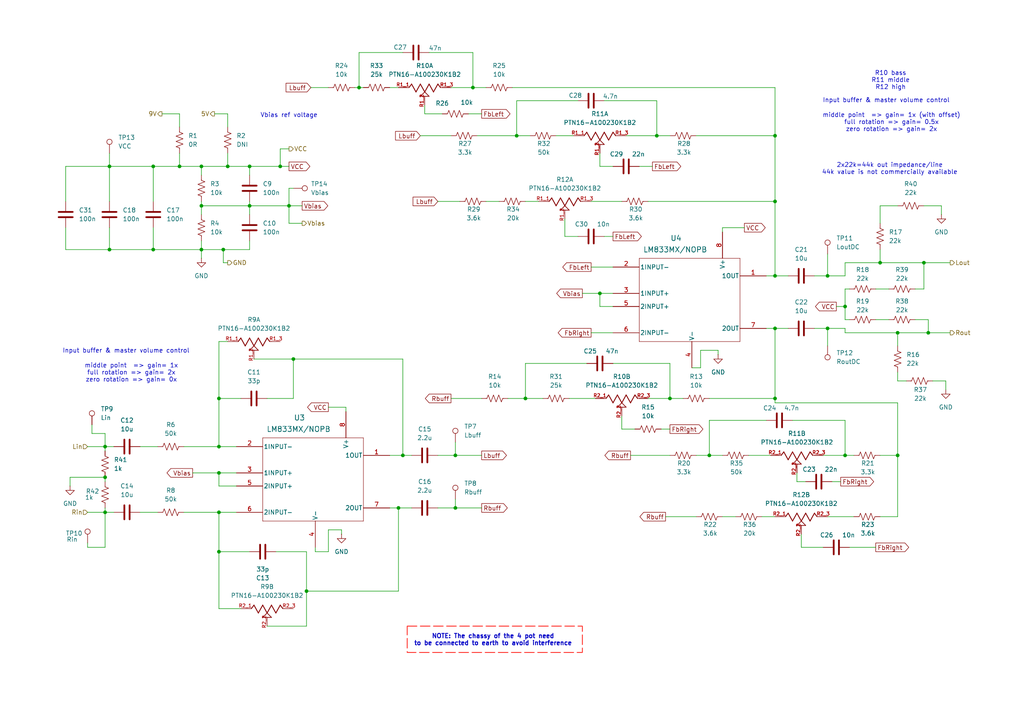
<source format=kicad_sch>
(kicad_sch
	(version 20231120)
	(generator "eeschema")
	(generator_version "8.0")
	(uuid "40269d97-9429-41af-a2f2-c6831bc96b88")
	(paper "A4")
	(title_block
		(title "PreAmpEQ")
		(date "2025-03-09")
		(rev "1.1")
		(comment 1 "By: JZ")
		(comment 2 "P-ID: 001")
	)
	(lib_symbols
		(symbol "Connector:TestPoint"
			(pin_numbers hide)
			(pin_names
				(offset 0.762) hide)
			(exclude_from_sim no)
			(in_bom yes)
			(on_board yes)
			(property "Reference" "TP"
				(at 0 6.858 0)
				(effects
					(font
						(size 1.27 1.27)
					)
				)
			)
			(property "Value" "TestPoint"
				(at 0 5.08 0)
				(effects
					(font
						(size 1.27 1.27)
					)
				)
			)
			(property "Footprint" ""
				(at 5.08 0 0)
				(effects
					(font
						(size 1.27 1.27)
					)
					(hide yes)
				)
			)
			(property "Datasheet" "~"
				(at 5.08 0 0)
				(effects
					(font
						(size 1.27 1.27)
					)
					(hide yes)
				)
			)
			(property "Description" "test point"
				(at 0 0 0)
				(effects
					(font
						(size 1.27 1.27)
					)
					(hide yes)
				)
			)
			(property "ki_keywords" "test point tp"
				(at 0 0 0)
				(effects
					(font
						(size 1.27 1.27)
					)
					(hide yes)
				)
			)
			(property "ki_fp_filters" "Pin* Test*"
				(at 0 0 0)
				(effects
					(font
						(size 1.27 1.27)
					)
					(hide yes)
				)
			)
			(symbol "TestPoint_0_1"
				(circle
					(center 0 3.302)
					(radius 0.762)
					(stroke
						(width 0)
						(type default)
					)
					(fill
						(type none)
					)
				)
			)
			(symbol "TestPoint_1_1"
				(pin passive line
					(at 0 0 90)
					(length 2.54)
					(name "1"
						(effects
							(font
								(size 1.27 1.27)
							)
						)
					)
					(number "1"
						(effects
							(font
								(size 1.27 1.27)
							)
						)
					)
				)
			)
		)
		(symbol "Device:C"
			(pin_numbers hide)
			(pin_names
				(offset 0.254)
			)
			(exclude_from_sim no)
			(in_bom yes)
			(on_board yes)
			(property "Reference" "C"
				(at 0.635 2.54 0)
				(effects
					(font
						(size 1.27 1.27)
					)
					(justify left)
				)
			)
			(property "Value" "C"
				(at 0.635 -2.54 0)
				(effects
					(font
						(size 1.27 1.27)
					)
					(justify left)
				)
			)
			(property "Footprint" ""
				(at 0.9652 -3.81 0)
				(effects
					(font
						(size 1.27 1.27)
					)
					(hide yes)
				)
			)
			(property "Datasheet" "~"
				(at 0 0 0)
				(effects
					(font
						(size 1.27 1.27)
					)
					(hide yes)
				)
			)
			(property "Description" "Unpolarized capacitor"
				(at 0 0 0)
				(effects
					(font
						(size 1.27 1.27)
					)
					(hide yes)
				)
			)
			(property "ki_keywords" "cap capacitor"
				(at 0 0 0)
				(effects
					(font
						(size 1.27 1.27)
					)
					(hide yes)
				)
			)
			(property "ki_fp_filters" "C_*"
				(at 0 0 0)
				(effects
					(font
						(size 1.27 1.27)
					)
					(hide yes)
				)
			)
			(symbol "C_0_1"
				(polyline
					(pts
						(xy -2.032 -0.762) (xy 2.032 -0.762)
					)
					(stroke
						(width 0.508)
						(type default)
					)
					(fill
						(type none)
					)
				)
				(polyline
					(pts
						(xy -2.032 0.762) (xy 2.032 0.762)
					)
					(stroke
						(width 0.508)
						(type default)
					)
					(fill
						(type none)
					)
				)
			)
			(symbol "C_1_1"
				(pin passive line
					(at 0 3.81 270)
					(length 2.794)
					(name "~"
						(effects
							(font
								(size 1.27 1.27)
							)
						)
					)
					(number "1"
						(effects
							(font
								(size 1.27 1.27)
							)
						)
					)
				)
				(pin passive line
					(at 0 -3.81 90)
					(length 2.794)
					(name "~"
						(effects
							(font
								(size 1.27 1.27)
							)
						)
					)
					(number "2"
						(effects
							(font
								(size 1.27 1.27)
							)
						)
					)
				)
			)
		)
		(symbol "Device:R_US"
			(pin_numbers hide)
			(pin_names
				(offset 0)
			)
			(exclude_from_sim no)
			(in_bom yes)
			(on_board yes)
			(property "Reference" "R"
				(at 2.54 0 90)
				(effects
					(font
						(size 1.27 1.27)
					)
				)
			)
			(property "Value" "R_US"
				(at -2.54 0 90)
				(effects
					(font
						(size 1.27 1.27)
					)
				)
			)
			(property "Footprint" ""
				(at 1.016 -0.254 90)
				(effects
					(font
						(size 1.27 1.27)
					)
					(hide yes)
				)
			)
			(property "Datasheet" "~"
				(at 0 0 0)
				(effects
					(font
						(size 1.27 1.27)
					)
					(hide yes)
				)
			)
			(property "Description" "Resistor, US symbol"
				(at 0 0 0)
				(effects
					(font
						(size 1.27 1.27)
					)
					(hide yes)
				)
			)
			(property "ki_keywords" "R res resistor"
				(at 0 0 0)
				(effects
					(font
						(size 1.27 1.27)
					)
					(hide yes)
				)
			)
			(property "ki_fp_filters" "R_*"
				(at 0 0 0)
				(effects
					(font
						(size 1.27 1.27)
					)
					(hide yes)
				)
			)
			(symbol "R_US_0_1"
				(polyline
					(pts
						(xy 0 -2.286) (xy 0 -2.54)
					)
					(stroke
						(width 0)
						(type default)
					)
					(fill
						(type none)
					)
				)
				(polyline
					(pts
						(xy 0 2.286) (xy 0 2.54)
					)
					(stroke
						(width 0)
						(type default)
					)
					(fill
						(type none)
					)
				)
				(polyline
					(pts
						(xy 0 -0.762) (xy 1.016 -1.143) (xy 0 -1.524) (xy -1.016 -1.905) (xy 0 -2.286)
					)
					(stroke
						(width 0)
						(type default)
					)
					(fill
						(type none)
					)
				)
				(polyline
					(pts
						(xy 0 0.762) (xy 1.016 0.381) (xy 0 0) (xy -1.016 -0.381) (xy 0 -0.762)
					)
					(stroke
						(width 0)
						(type default)
					)
					(fill
						(type none)
					)
				)
				(polyline
					(pts
						(xy 0 2.286) (xy 1.016 1.905) (xy 0 1.524) (xy -1.016 1.143) (xy 0 0.762)
					)
					(stroke
						(width 0)
						(type default)
					)
					(fill
						(type none)
					)
				)
			)
			(symbol "R_US_1_1"
				(pin passive line
					(at 0 3.81 270)
					(length 1.27)
					(name "~"
						(effects
							(font
								(size 1.27 1.27)
							)
						)
					)
					(number "1"
						(effects
							(font
								(size 1.27 1.27)
							)
						)
					)
				)
				(pin passive line
					(at 0 -3.81 90)
					(length 1.27)
					(name "~"
						(effects
							(font
								(size 1.27 1.27)
							)
						)
					)
					(number "2"
						(effects
							(font
								(size 1.27 1.27)
							)
						)
					)
				)
			)
		)
		(symbol "LM833MX:LM833MX_NOPB"
			(pin_names
				(offset 0.254)
			)
			(exclude_from_sim no)
			(in_bom yes)
			(on_board yes)
			(property "Reference" "U3"
				(at 18.288 10.922 0)
				(effects
					(font
						(size 1.524 1.524)
					)
				)
			)
			(property "Value" "LM833MX/NOPB"
				(at 18.034 7.62 0)
				(effects
					(font
						(size 1.524 1.524)
					)
				)
			)
			(property "Footprint" "LM833MX:M08A_TEX"
				(at 0 0 0)
				(effects
					(font
						(size 1.27 1.27)
						(italic yes)
					)
					(hide yes)
				)
			)
			(property "Datasheet" "LM833MX/NOPB"
				(at 0 0 0)
				(effects
					(font
						(size 1.27 1.27)
						(italic yes)
					)
					(hide yes)
				)
			)
			(property "Description" ""
				(at 0 0 0)
				(effects
					(font
						(size 1.27 1.27)
					)
					(hide yes)
				)
			)
			(property "ki_locked" ""
				(at 0 0 0)
				(effects
					(font
						(size 1.27 1.27)
					)
				)
			)
			(property "ki_keywords" "LM833MX/NOPB"
				(at 0 0 0)
				(effects
					(font
						(size 1.27 1.27)
					)
					(hide yes)
				)
			)
			(property "ki_fp_filters" "M08A_TEX M08A_TEX-M M08A_TEX-L"
				(at 0 0 0)
				(effects
					(font
						(size 1.27 1.27)
					)
					(hide yes)
				)
			)
			(symbol "LM833MX_NOPB_0_1"
				(polyline
					(pts
						(xy 7.62 -19.05) (xy 36.83 -19.05)
					)
					(stroke
						(width 0.127)
						(type default)
					)
					(fill
						(type none)
					)
				)
				(polyline
					(pts
						(xy 7.62 5.08) (xy 7.62 -19.05)
					)
					(stroke
						(width 0.127)
						(type default)
					)
					(fill
						(type none)
					)
				)
				(polyline
					(pts
						(xy 36.83 -19.05) (xy 36.83 5.08)
					)
					(stroke
						(width 0.127)
						(type default)
					)
					(fill
						(type none)
					)
				)
				(polyline
					(pts
						(xy 36.83 5.08) (xy 7.62 5.08)
					)
					(stroke
						(width 0.127)
						(type default)
					)
					(fill
						(type none)
					)
				)
				(pin unspecified line
					(at 44.45 0 180)
					(length 7.62)
					(name "1OUT"
						(effects
							(font
								(size 1.27 1.27)
							)
						)
					)
					(number "1"
						(effects
							(font
								(size 1.27 1.27)
							)
						)
					)
				)
				(pin unspecified line
					(at 0 2.54 0)
					(length 7.62)
					(name "1INPUT-"
						(effects
							(font
								(size 1.27 1.27)
							)
						)
					)
					(number "2"
						(effects
							(font
								(size 1.27 1.27)
							)
						)
					)
				)
				(pin unspecified line
					(at 0 -5.08 0)
					(length 7.62)
					(name "1INPUT+"
						(effects
							(font
								(size 1.27 1.27)
							)
						)
					)
					(number "3"
						(effects
							(font
								(size 1.27 1.27)
							)
						)
					)
				)
				(pin unspecified line
					(at 22.86 -26.67 90)
					(length 7.62)
					(name "V-"
						(effects
							(font
								(size 1.27 1.27)
							)
						)
					)
					(number "4"
						(effects
							(font
								(size 1.27 1.27)
							)
						)
					)
				)
				(pin unspecified line
					(at 0 -8.89 0)
					(length 7.62)
					(name "2INPUT+"
						(effects
							(font
								(size 1.27 1.27)
							)
						)
					)
					(number "5"
						(effects
							(font
								(size 1.27 1.27)
							)
						)
					)
				)
				(pin unspecified line
					(at 0 -16.51 0)
					(length 7.62)
					(name "2INPUT-"
						(effects
							(font
								(size 1.27 1.27)
							)
						)
					)
					(number "6"
						(effects
							(font
								(size 1.27 1.27)
							)
						)
					)
				)
				(pin unspecified line
					(at 44.45 -15.24 180)
					(length 7.62)
					(name "2OUT"
						(effects
							(font
								(size 1.27 1.27)
							)
						)
					)
					(number "7"
						(effects
							(font
								(size 1.27 1.27)
							)
						)
					)
				)
				(pin unspecified line
					(at 31.75 12.7 270)
					(length 7.62)
					(name "V+"
						(effects
							(font
								(size 1.27 1.27)
							)
						)
					)
					(number "8"
						(effects
							(font
								(size 1.27 1.27)
							)
						)
					)
				)
			)
		)
		(symbol "PTN16:PTN16-A100230K1B2"
			(pin_names
				(offset 1.016)
			)
			(exclude_from_sim no)
			(in_bom yes)
			(on_board yes)
			(property "Reference" "R"
				(at -5.08 5.08 0)
				(effects
					(font
						(size 1.27 1.27)
					)
					(justify left bottom)
				)
			)
			(property "Value" "PTN16-A100230K1B2"
				(at -5.08 2.54 0)
				(effects
					(font
						(size 1.27 1.27)
					)
					(justify left bottom)
				)
			)
			(property "Footprint" "PTN16-A100230K1B2:POT_PTN16-A100230K1B2"
				(at 0 0 0)
				(effects
					(font
						(size 1.27 1.27)
					)
					(justify bottom)
					(hide yes)
				)
			)
			(property "Datasheet" ""
				(at 0 0 0)
				(effects
					(font
						(size 1.27 1.27)
					)
					(hide yes)
				)
			)
			(property "Description" ""
				(at 0 0 0)
				(effects
					(font
						(size 1.27 1.27)
					)
					(hide yes)
				)
			)
			(property "PARTREV" "1.0"
				(at 0 0 0)
				(effects
					(font
						(size 1.27 1.27)
					)
					(justify bottom)
					(hide yes)
				)
			)
			(property "STANDARD" "Manufacturer Recommendations"
				(at 0 0 0)
				(effects
					(font
						(size 1.27 1.27)
					)
					(justify bottom)
					(hide yes)
				)
			)
			(property "MAXIMUM_PACKAGE_HEIGHT" "21.5mm"
				(at 0 0 0)
				(effects
					(font
						(size 1.27 1.27)
					)
					(justify bottom)
					(hide yes)
				)
			)
			(property "MANUFACTURER" "CUI Devices"
				(at 0 0 0)
				(effects
					(font
						(size 1.27 1.27)
					)
					(justify bottom)
					(hide yes)
				)
			)
			(symbol "PTN16-A100230K1B2_1_0"
				(polyline
					(pts
						(xy -5.08 0) (xy -4.572 0)
					)
					(stroke
						(width 0.1524)
						(type default)
					)
					(fill
						(type none)
					)
				)
				(polyline
					(pts
						(xy -4.572 0) (xy -3.81 1.016)
					)
					(stroke
						(width 0.254)
						(type default)
					)
					(fill
						(type none)
					)
				)
				(polyline
					(pts
						(xy -3.81 1.016) (xy -2.54 -1.27)
					)
					(stroke
						(width 0.254)
						(type default)
					)
					(fill
						(type none)
					)
				)
				(polyline
					(pts
						(xy -2.54 -1.27) (xy -1.27 1.016)
					)
					(stroke
						(width 0.254)
						(type default)
					)
					(fill
						(type none)
					)
				)
				(polyline
					(pts
						(xy -1.27 -2.54) (xy 0 -1.27)
					)
					(stroke
						(width 0.2032)
						(type default)
					)
					(fill
						(type none)
					)
				)
				(polyline
					(pts
						(xy -1.27 1.016) (xy 0 -1.27)
					)
					(stroke
						(width 0.254)
						(type default)
					)
					(fill
						(type none)
					)
				)
				(polyline
					(pts
						(xy 0 -1.27) (xy 1.27 -2.54)
					)
					(stroke
						(width 0.2032)
						(type default)
					)
					(fill
						(type none)
					)
				)
				(polyline
					(pts
						(xy 0 -1.27) (xy 1.27 1.016)
					)
					(stroke
						(width 0.254)
						(type default)
					)
					(fill
						(type none)
					)
				)
				(polyline
					(pts
						(xy 1.27 -2.54) (xy -1.27 -2.54)
					)
					(stroke
						(width 0.2032)
						(type default)
					)
					(fill
						(type none)
					)
				)
				(polyline
					(pts
						(xy 1.27 1.016) (xy 2.54 -1.27)
					)
					(stroke
						(width 0.254)
						(type default)
					)
					(fill
						(type none)
					)
				)
				(polyline
					(pts
						(xy 2.54 -1.27) (xy 3.81 1.016)
					)
					(stroke
						(width 0.254)
						(type default)
					)
					(fill
						(type none)
					)
				)
				(polyline
					(pts
						(xy 3.81 1.016) (xy 4.572 0)
					)
					(stroke
						(width 0.254)
						(type default)
					)
					(fill
						(type none)
					)
				)
				(polyline
					(pts
						(xy 4.572 0) (xy 5.08 0)
					)
					(stroke
						(width 0.1524)
						(type default)
					)
					(fill
						(type none)
					)
				)
				(pin passive line
					(at -7.62 0 0)
					(length 2.54)
					(name "~"
						(effects
							(font
								(size 1.016 1.016)
							)
						)
					)
					(number "R1_1"
						(effects
							(font
								(size 1.016 1.016)
							)
						)
					)
				)
				(pin passive line
					(at 0 -5.08 90)
					(length 2.54)
					(name "~"
						(effects
							(font
								(size 1.016 1.016)
							)
						)
					)
					(number "R1_2"
						(effects
							(font
								(size 1.016 1.016)
							)
						)
					)
				)
				(pin passive line
					(at 7.62 0 180)
					(length 2.54)
					(name "~"
						(effects
							(font
								(size 1.016 1.016)
							)
						)
					)
					(number "R1_3"
						(effects
							(font
								(size 1.016 1.016)
							)
						)
					)
				)
			)
			(symbol "PTN16-A100230K1B2_2_0"
				(polyline
					(pts
						(xy -5.08 0) (xy -4.572 0)
					)
					(stroke
						(width 0.1524)
						(type default)
					)
					(fill
						(type none)
					)
				)
				(polyline
					(pts
						(xy -4.572 0) (xy -3.81 1.016)
					)
					(stroke
						(width 0.254)
						(type default)
					)
					(fill
						(type none)
					)
				)
				(polyline
					(pts
						(xy -3.81 1.016) (xy -2.54 -1.27)
					)
					(stroke
						(width 0.254)
						(type default)
					)
					(fill
						(type none)
					)
				)
				(polyline
					(pts
						(xy -2.54 -1.27) (xy -1.27 1.016)
					)
					(stroke
						(width 0.254)
						(type default)
					)
					(fill
						(type none)
					)
				)
				(polyline
					(pts
						(xy -1.27 -2.54) (xy 0 -1.27)
					)
					(stroke
						(width 0.2032)
						(type default)
					)
					(fill
						(type none)
					)
				)
				(polyline
					(pts
						(xy -1.27 1.016) (xy 0 -1.27)
					)
					(stroke
						(width 0.254)
						(type default)
					)
					(fill
						(type none)
					)
				)
				(polyline
					(pts
						(xy 0 -1.27) (xy 1.27 -2.54)
					)
					(stroke
						(width 0.2032)
						(type default)
					)
					(fill
						(type none)
					)
				)
				(polyline
					(pts
						(xy 0 -1.27) (xy 1.27 1.016)
					)
					(stroke
						(width 0.254)
						(type default)
					)
					(fill
						(type none)
					)
				)
				(polyline
					(pts
						(xy 1.27 -2.54) (xy -1.27 -2.54)
					)
					(stroke
						(width 0.2032)
						(type default)
					)
					(fill
						(type none)
					)
				)
				(polyline
					(pts
						(xy 1.27 1.016) (xy 2.54 -1.27)
					)
					(stroke
						(width 0.254)
						(type default)
					)
					(fill
						(type none)
					)
				)
				(polyline
					(pts
						(xy 2.54 -1.27) (xy 3.81 1.016)
					)
					(stroke
						(width 0.254)
						(type default)
					)
					(fill
						(type none)
					)
				)
				(polyline
					(pts
						(xy 3.81 1.016) (xy 4.572 0)
					)
					(stroke
						(width 0.254)
						(type default)
					)
					(fill
						(type none)
					)
				)
				(polyline
					(pts
						(xy 4.572 0) (xy 5.08 0)
					)
					(stroke
						(width 0.1524)
						(type default)
					)
					(fill
						(type none)
					)
				)
				(pin passive line
					(at -7.62 0 0)
					(length 2.54)
					(name "~"
						(effects
							(font
								(size 1.016 1.016)
							)
						)
					)
					(number "R2_1"
						(effects
							(font
								(size 1.016 1.016)
							)
						)
					)
				)
				(pin passive line
					(at 0 -5.08 90)
					(length 2.54)
					(name "~"
						(effects
							(font
								(size 1.016 1.016)
							)
						)
					)
					(number "R2_2"
						(effects
							(font
								(size 1.016 1.016)
							)
						)
					)
				)
				(pin passive line
					(at 7.62 0 180)
					(length 2.54)
					(name "~"
						(effects
							(font
								(size 1.016 1.016)
							)
						)
					)
					(number "R2_3"
						(effects
							(font
								(size 1.016 1.016)
							)
						)
					)
				)
			)
		)
		(symbol "power:GND"
			(power)
			(pin_numbers hide)
			(pin_names
				(offset 0) hide)
			(exclude_from_sim no)
			(in_bom yes)
			(on_board yes)
			(property "Reference" "#PWR"
				(at 0 -6.35 0)
				(effects
					(font
						(size 1.27 1.27)
					)
					(hide yes)
				)
			)
			(property "Value" "GND"
				(at 0 -3.81 0)
				(effects
					(font
						(size 1.27 1.27)
					)
				)
			)
			(property "Footprint" ""
				(at 0 0 0)
				(effects
					(font
						(size 1.27 1.27)
					)
					(hide yes)
				)
			)
			(property "Datasheet" ""
				(at 0 0 0)
				(effects
					(font
						(size 1.27 1.27)
					)
					(hide yes)
				)
			)
			(property "Description" "Power symbol creates a global label with name \"GND\" , ground"
				(at 0 0 0)
				(effects
					(font
						(size 1.27 1.27)
					)
					(hide yes)
				)
			)
			(property "ki_keywords" "global power"
				(at 0 0 0)
				(effects
					(font
						(size 1.27 1.27)
					)
					(hide yes)
				)
			)
			(symbol "GND_0_1"
				(polyline
					(pts
						(xy 0 0) (xy 0 -1.27) (xy 1.27 -1.27) (xy 0 -2.54) (xy -1.27 -1.27) (xy 0 -1.27)
					)
					(stroke
						(width 0)
						(type default)
					)
					(fill
						(type none)
					)
				)
			)
			(symbol "GND_1_1"
				(pin power_in line
					(at 0 0 270)
					(length 0)
					(name "~"
						(effects
							(font
								(size 1.27 1.27)
							)
						)
					)
					(number "1"
						(effects
							(font
								(size 1.27 1.27)
							)
						)
					)
				)
			)
		)
	)
	(junction
		(at 63.5 137.16)
		(diameter 0)
		(color 0 0 0 0)
		(uuid "12a42b7c-1a0b-48b0-bcf7-b3efe4631449")
	)
	(junction
		(at 194.31 115.57)
		(diameter 0)
		(color 0 0 0 0)
		(uuid "19658d3b-f789-488c-a4ab-66670cac8e96")
	)
	(junction
		(at 132.08 147.32)
		(diameter 0)
		(color 0 0 0 0)
		(uuid "1a2cecf7-8163-4709-b653-5187f416d543")
	)
	(junction
		(at 30.48 138.43)
		(diameter 0)
		(color 0 0 0 0)
		(uuid "1b883558-5995-4585-9b19-48148b7c7567")
	)
	(junction
		(at 72.39 59.69)
		(diameter 0)
		(color 0 0 0 0)
		(uuid "1c29eabf-bdbb-4316-b426-7d2b260954ea")
	)
	(junction
		(at 44.45 72.39)
		(diameter 0)
		(color 0 0 0 0)
		(uuid "22b1b2ee-5946-4f34-96aa-70321b715e27")
	)
	(junction
		(at 83.82 59.69)
		(diameter 0)
		(color 0 0 0 0)
		(uuid "26975231-16b6-4c47-859b-13e7f3be0461")
	)
	(junction
		(at 63.5 148.59)
		(diameter 0)
		(color 0 0 0 0)
		(uuid "370a4f90-7924-4172-97a6-1dda01ce6338")
	)
	(junction
		(at 63.5 129.54)
		(diameter 0)
		(color 0 0 0 0)
		(uuid "389b112e-46f7-4657-aa54-6b19cc1ff6f8")
	)
	(junction
		(at 152.4 115.57)
		(diameter 0)
		(color 0 0 0 0)
		(uuid "3ccbfd6a-d591-4189-913f-36422163c7ef")
	)
	(junction
		(at 31.75 72.39)
		(diameter 0)
		(color 0 0 0 0)
		(uuid "3e9a9efd-cc05-40e9-9f5b-8194b96be4d3")
	)
	(junction
		(at 30.48 129.54)
		(diameter 0)
		(color 0 0 0 0)
		(uuid "4cea8b46-81ac-4b59-98c9-25a25b818285")
	)
	(junction
		(at 85.09 104.14)
		(diameter 0)
		(color 0 0 0 0)
		(uuid "4f0449a2-b032-422b-9895-34024f4eef4d")
	)
	(junction
		(at 245.11 132.08)
		(diameter 0)
		(color 0 0 0 0)
		(uuid "5169f5c5-9068-496a-928f-b7fe7106639e")
	)
	(junction
		(at 104.14 25.4)
		(diameter 0)
		(color 0 0 0 0)
		(uuid "524a747f-f4e4-4c9b-bf53-8f88d3e55e08")
	)
	(junction
		(at 224.79 115.57)
		(diameter 0)
		(color 0 0 0 0)
		(uuid "5294a686-dc63-4cba-a88f-ab5ec1d3aba3")
	)
	(junction
		(at 63.5 160.02)
		(diameter 0)
		(color 0 0 0 0)
		(uuid "54d8d00e-05eb-4486-933f-d9282d10cd9a")
	)
	(junction
		(at 63.5 115.57)
		(diameter 0)
		(color 0 0 0 0)
		(uuid "5996a1f3-2e4d-4a2c-9f82-14954c36dc8a")
	)
	(junction
		(at 224.79 80.01)
		(diameter 0)
		(color 0 0 0 0)
		(uuid "61e2f1a2-e681-463c-848d-51c82bc3c853")
	)
	(junction
		(at 255.27 76.2)
		(diameter 0)
		(color 0 0 0 0)
		(uuid "6353c225-aebd-424f-8f35-a61fe00dcef0")
	)
	(junction
		(at 149.86 39.37)
		(diameter 0)
		(color 0 0 0 0)
		(uuid "680f818a-465f-49d7-89f5-7b3d07341821")
	)
	(junction
		(at 269.24 96.52)
		(diameter 0)
		(color 0 0 0 0)
		(uuid "690b53d1-4654-4a1d-a134-c97ad29c7188")
	)
	(junction
		(at 190.5 39.37)
		(diameter 0)
		(color 0 0 0 0)
		(uuid "78226594-ea87-4145-9863-50a3f0c3b7ad")
	)
	(junction
		(at 58.42 59.69)
		(diameter 0)
		(color 0 0 0 0)
		(uuid "783ef8c1-cee0-4526-bc8d-fbdf229f1b87")
	)
	(junction
		(at 116.84 132.08)
		(diameter 0)
		(color 0 0 0 0)
		(uuid "9c8c16cb-fd01-4f6f-b186-6f28ec3a736b")
	)
	(junction
		(at 240.03 95.25)
		(diameter 0)
		(color 0 0 0 0)
		(uuid "9fb9186f-671c-4d09-a75d-cce199dd1749")
	)
	(junction
		(at 224.79 58.42)
		(diameter 0)
		(color 0 0 0 0)
		(uuid "9ff6e135-554f-4218-8ebd-a920f80a975e")
	)
	(junction
		(at 173.99 85.09)
		(diameter 0)
		(color 0 0 0 0)
		(uuid "a1f69541-3b87-42d9-a61a-8a8f1cb95936")
	)
	(junction
		(at 31.75 48.26)
		(diameter 0)
		(color 0 0 0 0)
		(uuid "a54ca5d5-9798-4313-8956-33c2c24a1a46")
	)
	(junction
		(at 205.74 132.08)
		(diameter 0)
		(color 0 0 0 0)
		(uuid "aa7c9814-a87b-4e08-be1a-fdabe69bc387")
	)
	(junction
		(at 240.03 80.01)
		(diameter 0)
		(color 0 0 0 0)
		(uuid "ae7f17de-c97e-4ebf-9ae5-cc06ec960c16")
	)
	(junction
		(at 52.07 48.26)
		(diameter 0)
		(color 0 0 0 0)
		(uuid "aed3844c-692b-413d-9493-c69fdaeecccd")
	)
	(junction
		(at 115.57 147.32)
		(diameter 0)
		(color 0 0 0 0)
		(uuid "b49b8204-5469-4eea-b959-761eff13ef0f")
	)
	(junction
		(at 132.08 132.08)
		(diameter 0)
		(color 0 0 0 0)
		(uuid "b823ec76-baed-4edc-ae79-9d227af2a4d7")
	)
	(junction
		(at 72.39 48.26)
		(diameter 0)
		(color 0 0 0 0)
		(uuid "b8a7959b-4154-4e45-b4ae-8d13f83d8c84")
	)
	(junction
		(at 224.79 95.25)
		(diameter 0)
		(color 0 0 0 0)
		(uuid "bfa1c308-9616-45e1-a5ef-79dfea4f7e7a")
	)
	(junction
		(at 245.11 88.9)
		(diameter 0)
		(color 0 0 0 0)
		(uuid "c7d813f4-f2dd-4640-a66c-5498f0e14604")
	)
	(junction
		(at 260.35 96.52)
		(diameter 0)
		(color 0 0 0 0)
		(uuid "cc72d0da-0d43-40f1-b67c-d2ac6d554f7d")
	)
	(junction
		(at 58.42 48.26)
		(diameter 0)
		(color 0 0 0 0)
		(uuid "cfb8481c-8554-4855-904c-7fcc162f6098")
	)
	(junction
		(at 224.79 39.37)
		(diameter 0)
		(color 0 0 0 0)
		(uuid "d006f32c-8eef-4182-af28-6a2fb776e5e0")
	)
	(junction
		(at 44.45 48.26)
		(diameter 0)
		(color 0 0 0 0)
		(uuid "d6a31a38-f6bd-48d9-9cf9-97cc97674997")
	)
	(junction
		(at 267.97 76.2)
		(diameter 0)
		(color 0 0 0 0)
		(uuid "d89a9282-5248-4ae8-a815-9742534a0f39")
	)
	(junction
		(at 260.35 132.08)
		(diameter 0)
		(color 0 0 0 0)
		(uuid "dadaa27d-9dec-4b5b-bada-4ab7531efac2")
	)
	(junction
		(at 81.28 48.26)
		(diameter 0)
		(color 0 0 0 0)
		(uuid "e846e1fa-9f5f-4f5c-93dd-d9a980cadd66")
	)
	(junction
		(at 137.16 25.4)
		(diameter 0)
		(color 0 0 0 0)
		(uuid "ec472258-e2ce-4283-b4ae-eb92a2836581")
	)
	(junction
		(at 58.42 72.39)
		(diameter 0)
		(color 0 0 0 0)
		(uuid "ee1e4655-0d65-4d6a-855b-b8927903ef45")
	)
	(junction
		(at 88.9 171.45)
		(diameter 0)
		(color 0 0 0 0)
		(uuid "f4742ba2-5478-4b33-bc9a-803ee0add884")
	)
	(junction
		(at 30.48 148.59)
		(diameter 0)
		(color 0 0 0 0)
		(uuid "f6d21b0f-c3e9-4118-b268-0b08855308f4")
	)
	(junction
		(at 66.04 48.26)
		(diameter 0)
		(color 0 0 0 0)
		(uuid "fbb40f8c-7525-4934-842a-d673cb518d35")
	)
	(junction
		(at 64.77 72.39)
		(diameter 0)
		(color 0 0 0 0)
		(uuid "fe725478-d0ac-4fcd-97ea-abb76e57a301")
	)
	(wire
		(pts
			(xy 224.79 115.57) (xy 224.79 95.25)
		)
		(stroke
			(width 0)
			(type default)
		)
		(uuid "0031cc41-6566-4f5f-b9e5-9ee03a0aa180")
	)
	(wire
		(pts
			(xy 63.5 160.02) (xy 63.5 148.59)
		)
		(stroke
			(width 0)
			(type default)
		)
		(uuid "016c9e65-1eba-4dac-a71c-a0467b96a057")
	)
	(wire
		(pts
			(xy 208.28 101.6) (xy 203.2 101.6)
		)
		(stroke
			(width 0)
			(type default)
		)
		(uuid "019b2c4f-9851-494b-8ac0-bb4312942610")
	)
	(wire
		(pts
			(xy 25.4 157.48) (xy 25.4 158.75)
		)
		(stroke
			(width 0)
			(type default)
		)
		(uuid "02000a27-c5fe-4e0a-8839-def91a39d5e7")
	)
	(wire
		(pts
			(xy 58.42 58.42) (xy 58.42 59.69)
		)
		(stroke
			(width 0)
			(type default)
		)
		(uuid "022256df-40da-4abe-8f44-5c2d567eaccf")
	)
	(wire
		(pts
			(xy 205.74 121.92) (xy 205.74 132.08)
		)
		(stroke
			(width 0)
			(type default)
		)
		(uuid "02503a33-ea56-4534-8032-bda6d8f8fb79")
	)
	(wire
		(pts
			(xy 63.5 176.53) (xy 63.5 160.02)
		)
		(stroke
			(width 0)
			(type default)
		)
		(uuid "02803891-de68-4ea8-8bf4-43c69cb1e5f8")
	)
	(wire
		(pts
			(xy 190.5 39.37) (xy 194.31 39.37)
		)
		(stroke
			(width 0)
			(type default)
		)
		(uuid "042e6af4-8c1f-4f28-a7bf-6c2fa3d864b3")
	)
	(wire
		(pts
			(xy 255.27 76.2) (xy 255.27 72.39)
		)
		(stroke
			(width 0)
			(type default)
		)
		(uuid "05b39282-76e9-47e8-867e-ccae057acd6f")
	)
	(wire
		(pts
			(xy 173.99 85.09) (xy 173.99 88.9)
		)
		(stroke
			(width 0)
			(type default)
		)
		(uuid "06abc889-26dd-46eb-8df6-3532b67de0fb")
	)
	(wire
		(pts
			(xy 187.96 58.42) (xy 224.79 58.42)
		)
		(stroke
			(width 0)
			(type default)
		)
		(uuid "072f077e-25a2-4d54-b18c-fcecdcb07235")
	)
	(wire
		(pts
			(xy 224.79 95.25) (xy 228.6 95.25)
		)
		(stroke
			(width 0)
			(type default)
		)
		(uuid "074b04c2-e8e9-466e-8616-bc54bf8f211f")
	)
	(wire
		(pts
			(xy 190.5 29.21) (xy 190.5 39.37)
		)
		(stroke
			(width 0)
			(type default)
		)
		(uuid "07fb69bd-471c-44a9-b5eb-28acaa2d3932")
	)
	(wire
		(pts
			(xy 203.2 101.6) (xy 203.2 106.68)
		)
		(stroke
			(width 0)
			(type default)
		)
		(uuid "08bdab3c-423a-436f-a772-566074628865")
	)
	(wire
		(pts
			(xy 245.11 96.52) (xy 260.35 96.52)
		)
		(stroke
			(width 0)
			(type default)
		)
		(uuid "09901849-faf9-418b-ba6b-f9f0f33205aa")
	)
	(wire
		(pts
			(xy 113.03 147.32) (xy 115.57 147.32)
		)
		(stroke
			(width 0)
			(type default)
		)
		(uuid "09bfc891-6cbc-485c-be8f-89c1bf6d593f")
	)
	(wire
		(pts
			(xy 52.07 44.45) (xy 52.07 48.26)
		)
		(stroke
			(width 0)
			(type default)
		)
		(uuid "0ab7652a-817f-42ae-9aca-ef674656842e")
	)
	(wire
		(pts
			(xy 68.58 140.97) (xy 63.5 140.97)
		)
		(stroke
			(width 0)
			(type default)
		)
		(uuid "0d0e0198-dc8c-448a-b5ef-6f8d6dbf557c")
	)
	(wire
		(pts
			(xy 260.35 116.84) (xy 224.79 116.84)
		)
		(stroke
			(width 0)
			(type default)
		)
		(uuid "0d6da995-bcce-45c6-9fdc-64cf414a0269")
	)
	(wire
		(pts
			(xy 201.93 39.37) (xy 224.79 39.37)
		)
		(stroke
			(width 0)
			(type default)
		)
		(uuid "0d7d2022-1f4a-481b-8afd-2177a9f10800")
	)
	(wire
		(pts
			(xy 152.4 105.41) (xy 152.4 115.57)
		)
		(stroke
			(width 0)
			(type default)
		)
		(uuid "0de84ed8-c775-4818-afdc-de0083a93b98")
	)
	(wire
		(pts
			(xy 171.45 77.47) (xy 177.8 77.47)
		)
		(stroke
			(width 0)
			(type default)
		)
		(uuid "0e420254-acb5-4d98-8f57-7eb1fd0c98da")
	)
	(wire
		(pts
			(xy 88.9 160.02) (xy 88.9 171.45)
		)
		(stroke
			(width 0)
			(type default)
		)
		(uuid "113408b5-40da-48e2-a86a-57814b0e5fff")
	)
	(wire
		(pts
			(xy 194.31 105.41) (xy 194.31 115.57)
		)
		(stroke
			(width 0)
			(type default)
		)
		(uuid "1211fc46-4376-42d2-98ef-4d320fea4065")
	)
	(wire
		(pts
			(xy 63.5 115.57) (xy 63.5 129.54)
		)
		(stroke
			(width 0)
			(type default)
		)
		(uuid "12e24518-d5b9-4287-9b23-88f686aac2e3")
	)
	(wire
		(pts
			(xy 25.4 158.75) (xy 30.48 158.75)
		)
		(stroke
			(width 0)
			(type default)
		)
		(uuid "130b792c-e046-4d39-93cb-ab7dc69079af")
	)
	(wire
		(pts
			(xy 132.08 147.32) (xy 139.7 147.32)
		)
		(stroke
			(width 0)
			(type default)
		)
		(uuid "1ae17a4f-2863-4d6b-94e1-f424ef26c772")
	)
	(wire
		(pts
			(xy 102.87 25.4) (xy 104.14 25.4)
		)
		(stroke
			(width 0)
			(type default)
		)
		(uuid "1b46b06e-688d-4c09-acc0-99191ff4ce9e")
	)
	(wire
		(pts
			(xy 25.4 129.54) (xy 30.48 129.54)
		)
		(stroke
			(width 0)
			(type default)
		)
		(uuid "1c34e4d2-1159-4fc1-860a-34bfdd290210")
	)
	(wire
		(pts
			(xy 99.06 154.94) (xy 99.06 153.67)
		)
		(stroke
			(width 0)
			(type default)
		)
		(uuid "1d162ac5-7839-4cf2-a779-f7ca1525b699")
	)
	(wire
		(pts
			(xy 44.45 48.26) (xy 52.07 48.26)
		)
		(stroke
			(width 0)
			(type default)
		)
		(uuid "1dd0a441-02e5-4529-93b3-c74fee8d5461")
	)
	(wire
		(pts
			(xy 187.96 115.57) (xy 194.31 115.57)
		)
		(stroke
			(width 0)
			(type default)
		)
		(uuid "2178803a-b3bf-4a33-9593-470af8b7cb7a")
	)
	(wire
		(pts
			(xy 116.84 104.14) (xy 85.09 104.14)
		)
		(stroke
			(width 0)
			(type default)
		)
		(uuid "21e5fc9a-147f-427d-867a-bddf8a51bfea")
	)
	(wire
		(pts
			(xy 254 92.71) (xy 257.81 92.71)
		)
		(stroke
			(width 0)
			(type default)
		)
		(uuid "22283b25-bc77-46c8-a926-cfee59972f76")
	)
	(wire
		(pts
			(xy 53.34 148.59) (xy 63.5 148.59)
		)
		(stroke
			(width 0)
			(type default)
		)
		(uuid "22c6ec25-a6ec-4429-895e-1145a1437474")
	)
	(wire
		(pts
			(xy 236.22 80.01) (xy 240.03 80.01)
		)
		(stroke
			(width 0)
			(type default)
		)
		(uuid "25a532ff-e583-4fde-b271-ddbb587326e3")
	)
	(wire
		(pts
			(xy 63.5 160.02) (xy 72.39 160.02)
		)
		(stroke
			(width 0)
			(type default)
		)
		(uuid "26000989-1953-4551-a559-f31f5c221a53")
	)
	(wire
		(pts
			(xy 233.68 139.7) (xy 231.14 139.7)
		)
		(stroke
			(width 0)
			(type default)
		)
		(uuid "260b469e-5e84-4129-8985-ea5ab82be465")
	)
	(wire
		(pts
			(xy 72.39 58.42) (xy 72.39 59.69)
		)
		(stroke
			(width 0)
			(type default)
		)
		(uuid "262b6bf5-5f16-4af1-8d4f-8ea7b4ec3807")
	)
	(wire
		(pts
			(xy 19.05 72.39) (xy 31.75 72.39)
		)
		(stroke
			(width 0)
			(type default)
		)
		(uuid "2633232b-b71b-4274-aced-9821ff3c3ac5")
	)
	(wire
		(pts
			(xy 130.81 115.57) (xy 139.7 115.57)
		)
		(stroke
			(width 0)
			(type default)
		)
		(uuid "279ecf70-b273-43ad-bea5-5c6b742a2d10")
	)
	(wire
		(pts
			(xy 30.48 129.54) (xy 33.02 129.54)
		)
		(stroke
			(width 0)
			(type default)
		)
		(uuid "27f8b001-04be-474f-8e4b-c44345de8e17")
	)
	(wire
		(pts
			(xy 147.32 115.57) (xy 152.4 115.57)
		)
		(stroke
			(width 0)
			(type default)
		)
		(uuid "2b5c8861-bf5d-4892-a223-e9ee7984362e")
	)
	(wire
		(pts
			(xy 260.35 110.49) (xy 262.89 110.49)
		)
		(stroke
			(width 0)
			(type default)
		)
		(uuid "2b7eb939-dd91-45e5-b792-bd251e8e1e6c")
	)
	(wire
		(pts
			(xy 177.8 48.26) (xy 173.99 48.26)
		)
		(stroke
			(width 0)
			(type default)
		)
		(uuid "2c2e0f18-d176-45f7-b1b7-cf9dc5e7d03b")
	)
	(wire
		(pts
			(xy 83.82 54.61) (xy 83.82 59.69)
		)
		(stroke
			(width 0)
			(type default)
		)
		(uuid "2c467d54-b279-4119-938d-d9277299b2b1")
	)
	(wire
		(pts
			(xy 20.32 140.97) (xy 20.32 138.43)
		)
		(stroke
			(width 0)
			(type default)
		)
		(uuid "2ebed7bb-9606-4b69-98bf-811368442824")
	)
	(wire
		(pts
			(xy 265.43 83.82) (xy 267.97 83.82)
		)
		(stroke
			(width 0)
			(type default)
		)
		(uuid "2f348a39-e412-429d-b320-2255156dc50d")
	)
	(wire
		(pts
			(xy 31.75 66.04) (xy 31.75 72.39)
		)
		(stroke
			(width 0)
			(type default)
		)
		(uuid "308c9fe8-7843-4d36-9020-abee0f34ff96")
	)
	(wire
		(pts
			(xy 80.01 160.02) (xy 88.9 160.02)
		)
		(stroke
			(width 0)
			(type default)
		)
		(uuid "309498ee-e7af-4a36-b8ec-724c943957e9")
	)
	(wire
		(pts
			(xy 224.79 116.84) (xy 224.79 115.57)
		)
		(stroke
			(width 0)
			(type default)
		)
		(uuid "30ee1265-c493-4bdb-b876-879f9a393790")
	)
	(wire
		(pts
			(xy 171.45 96.52) (xy 177.8 96.52)
		)
		(stroke
			(width 0)
			(type default)
		)
		(uuid "31024445-539b-4dea-9296-30b1b032c56e")
	)
	(wire
		(pts
			(xy 128.27 33.02) (xy 123.19 33.02)
		)
		(stroke
			(width 0)
			(type default)
		)
		(uuid "32138b7e-eead-4647-8325-e58ec17f38ae")
	)
	(wire
		(pts
			(xy 66.04 44.45) (xy 66.04 48.26)
		)
		(stroke
			(width 0)
			(type default)
		)
		(uuid "32db5fbc-16c5-42c8-957e-f1cdb5dfe03b")
	)
	(wire
		(pts
			(xy 66.04 33.02) (xy 66.04 36.83)
		)
		(stroke
			(width 0)
			(type default)
		)
		(uuid "33253703-befc-407c-89af-97717511d22f")
	)
	(wire
		(pts
			(xy 20.32 138.43) (xy 30.48 138.43)
		)
		(stroke
			(width 0)
			(type default)
		)
		(uuid "339954c1-b9a8-4275-9749-1a5f4680b14c")
	)
	(wire
		(pts
			(xy 137.16 25.4) (xy 140.97 25.4)
		)
		(stroke
			(width 0)
			(type default)
		)
		(uuid "353d2fb7-6038-4a9e-91a3-27906b12d49e")
	)
	(wire
		(pts
			(xy 224.79 25.4) (xy 224.79 39.37)
		)
		(stroke
			(width 0)
			(type default)
		)
		(uuid "36678390-09e6-4f3c-bc96-5a3678146d18")
	)
	(wire
		(pts
			(xy 255.27 149.86) (xy 260.35 149.86)
		)
		(stroke
			(width 0)
			(type default)
		)
		(uuid "36746177-e1b1-4c7f-bd76-508cb68fe664")
	)
	(wire
		(pts
			(xy 167.64 68.58) (xy 163.83 68.58)
		)
		(stroke
			(width 0)
			(type default)
		)
		(uuid "380e2e51-baad-43e0-bbf2-6a53f18c96b8")
	)
	(wire
		(pts
			(xy 209.55 66.04) (xy 209.55 67.31)
		)
		(stroke
			(width 0)
			(type default)
		)
		(uuid "38a95ce4-0f78-43d3-8235-0ae270371232")
	)
	(wire
		(pts
			(xy 260.35 59.69) (xy 255.27 59.69)
		)
		(stroke
			(width 0)
			(type default)
		)
		(uuid "3e0e0bc5-7e70-45d5-8567-02c37c6be2f1")
	)
	(wire
		(pts
			(xy 231.14 139.7) (xy 231.14 137.16)
		)
		(stroke
			(width 0)
			(type default)
		)
		(uuid "3f2ecbd1-7604-4026-8b14-5d52b05a6aac")
	)
	(wire
		(pts
			(xy 72.39 59.69) (xy 83.82 59.69)
		)
		(stroke
			(width 0)
			(type default)
		)
		(uuid "3f722102-88a7-4fcf-bde9-1bc5115a38e9")
	)
	(wire
		(pts
			(xy 100.33 118.11) (xy 95.25 118.11)
		)
		(stroke
			(width 0)
			(type default)
		)
		(uuid "402d82c6-71e0-4693-af3b-ba3aef43330b")
	)
	(wire
		(pts
			(xy 52.07 48.26) (xy 58.42 48.26)
		)
		(stroke
			(width 0)
			(type default)
		)
		(uuid "410396e3-e2da-4d84-8ad1-1b86c1a375aa")
	)
	(wire
		(pts
			(xy 127 58.42) (xy 133.35 58.42)
		)
		(stroke
			(width 0)
			(type default)
		)
		(uuid "42471976-fc44-463c-8740-b2b63c0166af")
	)
	(wire
		(pts
			(xy 194.31 115.57) (xy 198.12 115.57)
		)
		(stroke
			(width 0)
			(type default)
		)
		(uuid "42df628e-d94f-488a-a1a5-395d17b4b343")
	)
	(wire
		(pts
			(xy 30.48 138.43) (xy 30.48 139.7)
		)
		(stroke
			(width 0)
			(type default)
		)
		(uuid "4363a01b-8363-4ff0-a9cb-747de6a6bae1")
	)
	(wire
		(pts
			(xy 63.5 137.16) (xy 68.58 137.16)
		)
		(stroke
			(width 0)
			(type default)
		)
		(uuid "44932510-2c2f-4583-9cb6-c7a51a0f2afb")
	)
	(wire
		(pts
			(xy 201.93 132.08) (xy 205.74 132.08)
		)
		(stroke
			(width 0)
			(type default)
		)
		(uuid "470c9983-60c9-4f6d-b78d-2ced5e10d72d")
	)
	(wire
		(pts
			(xy 140.97 58.42) (xy 144.78 58.42)
		)
		(stroke
			(width 0)
			(type default)
		)
		(uuid "48776316-46ad-4751-8c88-21c929f7a534")
	)
	(wire
		(pts
			(xy 31.75 72.39) (xy 44.45 72.39)
		)
		(stroke
			(width 0)
			(type default)
		)
		(uuid "493203a9-ecbb-4bac-92f5-ef467e488156")
	)
	(wire
		(pts
			(xy 85.09 54.61) (xy 83.82 54.61)
		)
		(stroke
			(width 0)
			(type default)
		)
		(uuid "4d1f83f0-ae0a-44e5-8d0c-976c87fde93d")
	)
	(wire
		(pts
			(xy 139.7 33.02) (xy 135.89 33.02)
		)
		(stroke
			(width 0)
			(type default)
		)
		(uuid "4d7a63e4-5f88-4578-b6cf-755211939bc7")
	)
	(wire
		(pts
			(xy 69.85 176.53) (xy 63.5 176.53)
		)
		(stroke
			(width 0)
			(type default)
		)
		(uuid "4e81d833-54fa-4940-a49f-0ed0747bf412")
	)
	(wire
		(pts
			(xy 83.82 59.69) (xy 87.63 59.69)
		)
		(stroke
			(width 0)
			(type default)
		)
		(uuid "4eae02be-1919-4ea0-aecb-a17fc40a4c8e")
	)
	(wire
		(pts
			(xy 58.42 59.69) (xy 58.42 62.23)
		)
		(stroke
			(width 0)
			(type default)
		)
		(uuid "50ec492d-f517-4cc5-a3cc-b2a092b11048")
	)
	(wire
		(pts
			(xy 273.05 62.23) (xy 273.05 59.69)
		)
		(stroke
			(width 0)
			(type default)
		)
		(uuid "51298015-0ea2-4cd4-90a1-0235765ff2c5")
	)
	(wire
		(pts
			(xy 63.5 140.97) (xy 63.5 137.16)
		)
		(stroke
			(width 0)
			(type default)
		)
		(uuid "5200e130-c651-46e5-bff5-acad1637642e")
	)
	(wire
		(pts
			(xy 116.84 132.08) (xy 119.38 132.08)
		)
		(stroke
			(width 0)
			(type default)
		)
		(uuid "52ac0cb1-5356-44f3-8ad0-6c3f727bbfac")
	)
	(wire
		(pts
			(xy 19.05 58.42) (xy 19.05 48.26)
		)
		(stroke
			(width 0)
			(type default)
		)
		(uuid "55d5aa04-2f63-4237-b516-e626b8c073e5")
	)
	(wire
		(pts
			(xy 81.28 43.18) (xy 81.28 48.26)
		)
		(stroke
			(width 0)
			(type default)
		)
		(uuid "5966d68a-f879-4642-9ac8-984e41b24307")
	)
	(wire
		(pts
			(xy 245.11 83.82) (xy 246.38 83.82)
		)
		(stroke
			(width 0)
			(type default)
		)
		(uuid "59ec6252-c91b-4266-a2b4-8aad1313ff3a")
	)
	(wire
		(pts
			(xy 123.19 33.02) (xy 123.19 30.48)
		)
		(stroke
			(width 0)
			(type default)
		)
		(uuid "5b5cdfe3-6df4-4704-82be-971c2e67e53e")
	)
	(wire
		(pts
			(xy 25.4 148.59) (xy 30.48 148.59)
		)
		(stroke
			(width 0)
			(type default)
		)
		(uuid "5f04405c-be06-48ff-b5ff-602c31a350f6")
	)
	(wire
		(pts
			(xy 269.24 92.71) (xy 269.24 96.52)
		)
		(stroke
			(width 0)
			(type default)
		)
		(uuid "607fe0e8-f5ff-43be-ae19-aea6fc63af55")
	)
	(wire
		(pts
			(xy 58.42 48.26) (xy 58.42 50.8)
		)
		(stroke
			(width 0)
			(type default)
		)
		(uuid "61480d98-d5f1-40ad-9188-a43d19c9145b")
	)
	(wire
		(pts
			(xy 217.17 132.08) (xy 223.52 132.08)
		)
		(stroke
			(width 0)
			(type default)
		)
		(uuid "6184cceb-d5a6-4da5-b035-d97a3e4574a7")
	)
	(wire
		(pts
			(xy 260.35 96.52) (xy 260.35 100.33)
		)
		(stroke
			(width 0)
			(type default)
		)
		(uuid "6187f1c2-505c-401e-86a1-f42068f876cb")
	)
	(wire
		(pts
			(xy 121.92 39.37) (xy 130.81 39.37)
		)
		(stroke
			(width 0)
			(type default)
		)
		(uuid "62a246aa-92c5-4393-89c4-922011c94eeb")
	)
	(wire
		(pts
			(xy 52.07 33.02) (xy 46.99 33.02)
		)
		(stroke
			(width 0)
			(type default)
		)
		(uuid "62d320b3-cd2f-4ffd-83b7-ffb5a84fdc76")
	)
	(wire
		(pts
			(xy 245.11 88.9) (xy 245.11 92.71)
		)
		(stroke
			(width 0)
			(type default)
		)
		(uuid "63d69d7e-9a45-4661-adc1-f0b3e7c2d7c7")
	)
	(wire
		(pts
			(xy 64.77 76.2) (xy 64.77 72.39)
		)
		(stroke
			(width 0)
			(type default)
		)
		(uuid "6419a22f-ddd8-44c5-8a2c-7c2a3c020947")
	)
	(wire
		(pts
			(xy 260.35 107.95) (xy 260.35 110.49)
		)
		(stroke
			(width 0)
			(type default)
		)
		(uuid "66aa2b47-1210-46bb-b3c3-50cf4ac9b345")
	)
	(wire
		(pts
			(xy 58.42 48.26) (xy 66.04 48.26)
		)
		(stroke
			(width 0)
			(type default)
		)
		(uuid "66fb404f-910f-46ce-962b-144d518a0b42")
	)
	(wire
		(pts
			(xy 95.25 160.02) (xy 91.44 160.02)
		)
		(stroke
			(width 0)
			(type default)
		)
		(uuid "6755279a-19ee-4c9b-a648-dbda9866a1ba")
	)
	(wire
		(pts
			(xy 149.86 39.37) (xy 153.67 39.37)
		)
		(stroke
			(width 0)
			(type default)
		)
		(uuid "67ce0950-1ba1-448d-8d91-7b66cb93cf79")
	)
	(wire
		(pts
			(xy 182.88 132.08) (xy 194.31 132.08)
		)
		(stroke
			(width 0)
			(type default)
		)
		(uuid "68bfdf05-4a2e-4179-bec2-2772a4ff9878")
	)
	(wire
		(pts
			(xy 242.57 88.9) (xy 245.11 88.9)
		)
		(stroke
			(width 0)
			(type default)
		)
		(uuid "6c4bc7fe-dc89-4fc5-b3b4-e606e341ea0e")
	)
	(wire
		(pts
			(xy 168.91 85.09) (xy 173.99 85.09)
		)
		(stroke
			(width 0)
			(type default)
		)
		(uuid "6cf615f1-6a8e-41ec-b1e5-3e010c3bb8c3")
	)
	(wire
		(pts
			(xy 205.74 115.57) (xy 224.79 115.57)
		)
		(stroke
			(width 0)
			(type default)
		)
		(uuid "6d4fc93b-82f2-470c-8bfa-89b44b1bb4d6")
	)
	(wire
		(pts
			(xy 170.18 105.41) (xy 152.4 105.41)
		)
		(stroke
			(width 0)
			(type default)
		)
		(uuid "6d636502-7783-4d90-90af-63ae7df2ba0f")
	)
	(wire
		(pts
			(xy 260.35 96.52) (xy 269.24 96.52)
		)
		(stroke
			(width 0)
			(type default)
		)
		(uuid "6ea71529-f89e-43a0-9060-c73f30633fcd")
	)
	(wire
		(pts
			(xy 245.11 96.52) (xy 245.11 95.25)
		)
		(stroke
			(width 0)
			(type default)
		)
		(uuid "6ed1ed60-43cf-42cd-ab82-bdfa99145635")
	)
	(wire
		(pts
			(xy 181.61 39.37) (xy 190.5 39.37)
		)
		(stroke
			(width 0)
			(type default)
		)
		(uuid "6ee9f013-6972-4fd7-8ec2-773a111a22b5")
	)
	(wire
		(pts
			(xy 260.35 132.08) (xy 260.35 116.84)
		)
		(stroke
			(width 0)
			(type default)
		)
		(uuid "6eed1b57-cb82-4b89-b825-7ff3625f926f")
	)
	(wire
		(pts
			(xy 31.75 44.45) (xy 31.75 48.26)
		)
		(stroke
			(width 0)
			(type default)
		)
		(uuid "6f7fdf9d-c02e-475d-96b4-4aafe287cad4")
	)
	(wire
		(pts
			(xy 19.05 66.04) (xy 19.05 72.39)
		)
		(stroke
			(width 0)
			(type default)
		)
		(uuid "70b3fa55-2dfa-41b8-8e2b-786632c5f608")
	)
	(wire
		(pts
			(xy 132.08 144.78) (xy 132.08 147.32)
		)
		(stroke
			(width 0)
			(type default)
		)
		(uuid "71564509-8002-4389-add0-7deebd74e1b6")
	)
	(wire
		(pts
			(xy 90.17 25.4) (xy 95.25 25.4)
		)
		(stroke
			(width 0)
			(type default)
		)
		(uuid "779726f2-ffd0-4a09-be56-1e45be5fd20a")
	)
	(wire
		(pts
			(xy 44.45 48.26) (xy 44.45 58.42)
		)
		(stroke
			(width 0)
			(type default)
		)
		(uuid "780950ef-d8ab-4e93-8ecc-e560c98793f6")
	)
	(wire
		(pts
			(xy 130.81 25.4) (xy 137.16 25.4)
		)
		(stroke
			(width 0)
			(type default)
		)
		(uuid "786541b3-736c-4acf-8f58-6f33581fb7d3")
	)
	(wire
		(pts
			(xy 255.27 76.2) (xy 267.97 76.2)
		)
		(stroke
			(width 0)
			(type default)
		)
		(uuid "78f46916-51a2-4494-afb4-c28c393b4f9d")
	)
	(wire
		(pts
			(xy 175.26 29.21) (xy 190.5 29.21)
		)
		(stroke
			(width 0)
			(type default)
		)
		(uuid "79d1e3fa-e200-4b4e-b35a-9dc731385b03")
	)
	(wire
		(pts
			(xy 26.67 123.19) (xy 26.67 125.73)
		)
		(stroke
			(width 0)
			(type default)
		)
		(uuid "7b098cd6-fe50-4f1a-ab7a-3998916701e2")
	)
	(wire
		(pts
			(xy 209.55 66.04) (xy 215.9 66.04)
		)
		(stroke
			(width 0)
			(type default)
		)
		(uuid "7b832b32-3c27-42b3-8b8a-bb6bd55956a9")
	)
	(wire
		(pts
			(xy 72.39 72.39) (xy 64.77 72.39)
		)
		(stroke
			(width 0)
			(type default)
		)
		(uuid "7b928fd5-65aa-4dbf-b63c-e29194753051")
	)
	(wire
		(pts
			(xy 243.84 139.7) (xy 241.3 139.7)
		)
		(stroke
			(width 0)
			(type default)
		)
		(uuid "7b9b33d7-e00f-4b12-bd6a-12589707c01a")
	)
	(wire
		(pts
			(xy 161.29 39.37) (xy 166.37 39.37)
		)
		(stroke
			(width 0)
			(type default)
		)
		(uuid "7c885ceb-12ca-4901-a2d0-b3a662115e28")
	)
	(wire
		(pts
			(xy 193.04 149.86) (xy 201.93 149.86)
		)
		(stroke
			(width 0)
			(type default)
		)
		(uuid "7e355bae-29c3-486a-822c-f756d5d70a52")
	)
	(wire
		(pts
			(xy 132.08 128.27) (xy 132.08 132.08)
		)
		(stroke
			(width 0)
			(type default)
		)
		(uuid "7ea05d88-5b4c-48d6-b395-7cd9eb9b4d6b")
	)
	(wire
		(pts
			(xy 104.14 15.24) (xy 104.14 25.4)
		)
		(stroke
			(width 0)
			(type default)
		)
		(uuid "7f68323c-5521-4fbb-a9f0-bb7429912023")
	)
	(wire
		(pts
			(xy 124.46 15.24) (xy 137.16 15.24)
		)
		(stroke
			(width 0)
			(type default)
		)
		(uuid "7fea2600-64b7-4362-adb1-14c4c4b9a15a")
	)
	(wire
		(pts
			(xy 116.84 15.24) (xy 104.14 15.24)
		)
		(stroke
			(width 0)
			(type default)
		)
		(uuid "803fafb1-468e-49ad-a09a-f48f56c17c91")
	)
	(wire
		(pts
			(xy 30.48 158.75) (xy 30.48 148.59)
		)
		(stroke
			(width 0)
			(type default)
		)
		(uuid "80476084-f90c-4004-9404-f25f4e576688")
	)
	(wire
		(pts
			(xy 58.42 59.69) (xy 72.39 59.69)
		)
		(stroke
			(width 0)
			(type default)
		)
		(uuid "809c335b-2974-4b24-ac70-4e3753168247")
	)
	(wire
		(pts
			(xy 255.27 59.69) (xy 255.27 64.77)
		)
		(stroke
			(width 0)
			(type default)
		)
		(uuid "80db6535-837c-4af7-b646-0d89d260899a")
	)
	(wire
		(pts
			(xy 254 158.75) (xy 246.38 158.75)
		)
		(stroke
			(width 0)
			(type default)
		)
		(uuid "864ba34f-a78d-4400-ac33-f36f539f264b")
	)
	(wire
		(pts
			(xy 236.22 95.25) (xy 240.03 95.25)
		)
		(stroke
			(width 0)
			(type default)
		)
		(uuid "872a0a6e-81fd-404b-ae8d-c2e8664f89c5")
	)
	(wire
		(pts
			(xy 255.27 132.08) (xy 260.35 132.08)
		)
		(stroke
			(width 0)
			(type default)
		)
		(uuid "88509383-6bdc-40c7-a081-c825793f141d")
	)
	(wire
		(pts
			(xy 205.74 132.08) (xy 209.55 132.08)
		)
		(stroke
			(width 0)
			(type default)
		)
		(uuid "8bca4dc8-97a0-4f70-acca-976fdad1ae3f")
	)
	(wire
		(pts
			(xy 222.25 80.01) (xy 224.79 80.01)
		)
		(stroke
			(width 0)
			(type default)
		)
		(uuid "8e59075d-eb31-4201-9fc0-8daf2dbc706b")
	)
	(wire
		(pts
			(xy 44.45 72.39) (xy 58.42 72.39)
		)
		(stroke
			(width 0)
			(type default)
		)
		(uuid "8f07a67e-2ed4-418b-a941-d01e0c31e751")
	)
	(wire
		(pts
			(xy 40.64 148.59) (xy 45.72 148.59)
		)
		(stroke
			(width 0)
			(type default)
		)
		(uuid "91645437-94e5-4cb4-b038-156c62fc4953")
	)
	(wire
		(pts
			(xy 81.28 48.26) (xy 83.82 48.26)
		)
		(stroke
			(width 0)
			(type default)
		)
		(uuid "9653325d-0ea6-4440-8c76-bfb35db9e5a4")
	)
	(wire
		(pts
			(xy 180.34 124.46) (xy 184.15 124.46)
		)
		(stroke
			(width 0)
			(type default)
		)
		(uuid "9658a441-3494-47f6-9d58-127b90320190")
	)
	(wire
		(pts
			(xy 245.11 76.2) (xy 255.27 76.2)
		)
		(stroke
			(width 0)
			(type default)
		)
		(uuid "96e5d04e-399c-4ac8-8736-0c230d0f215d")
	)
	(wire
		(pts
			(xy 83.82 43.18) (xy 81.28 43.18)
		)
		(stroke
			(width 0)
			(type default)
		)
		(uuid "975db52f-c923-4786-a576-b9063adfb783")
	)
	(wire
		(pts
			(xy 137.16 15.24) (xy 137.16 25.4)
		)
		(stroke
			(width 0)
			(type default)
		)
		(uuid "9a02bf45-d0ad-4f51-8c35-c6df284657fb")
	)
	(wire
		(pts
			(xy 85.09 115.57) (xy 85.09 104.14)
		)
		(stroke
			(width 0)
			(type default)
		)
		(uuid "9b523b41-7f81-4926-8f9d-d888f5e50378")
	)
	(wire
		(pts
			(xy 203.2 106.68) (xy 200.66 106.68)
		)
		(stroke
			(width 0)
			(type default)
		)
		(uuid "9bb610d1-f169-4b40-92e7-82b46e092996")
	)
	(wire
		(pts
			(xy 220.98 149.86) (xy 224.79 149.86)
		)
		(stroke
			(width 0)
			(type default)
		)
		(uuid "9e3f72e5-fad7-4add-9d6c-fcaa27398156")
	)
	(wire
		(pts
			(xy 245.11 88.9) (xy 245.11 83.82)
		)
		(stroke
			(width 0)
			(type default)
		)
		(uuid "a0d0eba9-27b6-4674-b10b-345c33dede43")
	)
	(wire
		(pts
			(xy 245.11 95.25) (xy 240.03 95.25)
		)
		(stroke
			(width 0)
			(type default)
		)
		(uuid "a20f2052-3882-4115-ad58-adcf66f53076")
	)
	(wire
		(pts
			(xy 224.79 80.01) (xy 228.6 80.01)
		)
		(stroke
			(width 0)
			(type default)
		)
		(uuid "a2b8782d-12de-46db-8aff-6449a6a17629")
	)
	(wire
		(pts
			(xy 85.09 104.14) (xy 73.66 104.14)
		)
		(stroke
			(width 0)
			(type default)
		)
		(uuid "a44f0a1d-c749-4dbb-b5b3-a16bc4c7189e")
	)
	(wire
		(pts
			(xy 88.9 181.61) (xy 88.9 171.45)
		)
		(stroke
			(width 0)
			(type default)
		)
		(uuid "a71553f1-2178-401a-9ff4-839f60527402")
	)
	(wire
		(pts
			(xy 167.64 29.21) (xy 149.86 29.21)
		)
		(stroke
			(width 0)
			(type default)
		)
		(uuid "a71ff818-e63e-453f-8a8b-fede8d9e50ac")
	)
	(wire
		(pts
			(xy 115.57 147.32) (xy 119.38 147.32)
		)
		(stroke
			(width 0)
			(type default)
		)
		(uuid "a7b5f2d5-470a-492a-a6ac-474c2c6fb515")
	)
	(wire
		(pts
			(xy 132.08 132.08) (xy 139.7 132.08)
		)
		(stroke
			(width 0)
			(type default)
		)
		(uuid "a8b38660-0b8a-49e8-9d4e-4485c3380a6f")
	)
	(wire
		(pts
			(xy 63.5 99.06) (xy 63.5 115.57)
		)
		(stroke
			(width 0)
			(type default)
		)
		(uuid "a8e7ac06-f50a-4d4e-90a4-e3dda8003516")
	)
	(wire
		(pts
			(xy 269.24 96.52) (xy 275.59 96.52)
		)
		(stroke
			(width 0)
			(type default)
		)
		(uuid "aa6e4a81-f4eb-4123-9fab-c8455c21a1eb")
	)
	(wire
		(pts
			(xy 113.03 132.08) (xy 116.84 132.08)
		)
		(stroke
			(width 0)
			(type default)
		)
		(uuid "abadc7b4-d4a8-4fab-b1ed-1169977571c3")
	)
	(wire
		(pts
			(xy 163.83 68.58) (xy 163.83 63.5)
		)
		(stroke
			(width 0)
			(type default)
		)
		(uuid "abe722b2-836b-4827-b27a-b0d5feeaea66")
	)
	(wire
		(pts
			(xy 165.1 115.57) (xy 172.72 115.57)
		)
		(stroke
			(width 0)
			(type default)
		)
		(uuid "abf3ffa6-acb2-4c4c-b3dc-b0aa4c4a7613")
	)
	(wire
		(pts
			(xy 232.41 158.75) (xy 232.41 154.94)
		)
		(stroke
			(width 0)
			(type default)
		)
		(uuid "ae1d4f8d-d519-49e0-8f87-9b4102758994")
	)
	(wire
		(pts
			(xy 116.84 132.08) (xy 116.84 104.14)
		)
		(stroke
			(width 0)
			(type default)
		)
		(uuid "ae6b6345-6fb5-4379-9933-ca0a7b723d45")
	)
	(wire
		(pts
			(xy 55.88 137.16) (xy 63.5 137.16)
		)
		(stroke
			(width 0)
			(type default)
		)
		(uuid "aed4acad-32ed-4c70-8fb6-885453c52682")
	)
	(wire
		(pts
			(xy 209.55 149.86) (xy 213.36 149.86)
		)
		(stroke
			(width 0)
			(type default)
		)
		(uuid "af709468-7a99-44ed-9f66-a07d06199578")
	)
	(wire
		(pts
			(xy 177.8 88.9) (xy 173.99 88.9)
		)
		(stroke
			(width 0)
			(type default)
		)
		(uuid "b27fe9c8-3316-41e6-97d7-7d50e7a8efe6")
	)
	(wire
		(pts
			(xy 66.04 48.26) (xy 72.39 48.26)
		)
		(stroke
			(width 0)
			(type default)
		)
		(uuid "b2b962c3-67be-4478-8ace-994910158474")
	)
	(wire
		(pts
			(xy 149.86 29.21) (xy 149.86 39.37)
		)
		(stroke
			(width 0)
			(type default)
		)
		(uuid "b339a264-624a-4408-826d-c603bee95efb")
	)
	(wire
		(pts
			(xy 72.39 59.69) (xy 72.39 62.23)
		)
		(stroke
			(width 0)
			(type default)
		)
		(uuid "b3c88747-8889-4673-87b9-f70aaf6fafa6")
	)
	(wire
		(pts
			(xy 274.32 110.49) (xy 274.32 113.03)
		)
		(stroke
			(width 0)
			(type default)
		)
		(uuid "b4a1b686-3aea-4412-90a3-8339d7232c65")
	)
	(wire
		(pts
			(xy 254 83.82) (xy 257.81 83.82)
		)
		(stroke
			(width 0)
			(type default)
		)
		(uuid "b881af95-334c-440f-bd8e-63b8818f662a")
	)
	(wire
		(pts
			(xy 63.5 148.59) (xy 68.58 148.59)
		)
		(stroke
			(width 0)
			(type default)
		)
		(uuid "b975dad1-46be-4302-a2b6-346d9eda9b9e")
	)
	(wire
		(pts
			(xy 77.47 115.57) (xy 85.09 115.57)
		)
		(stroke
			(width 0)
			(type default)
		)
		(uuid "b9778f3f-7f40-4dfa-a737-64fd136320dc")
	)
	(wire
		(pts
			(xy 245.11 92.71) (xy 246.38 92.71)
		)
		(stroke
			(width 0)
			(type default)
		)
		(uuid "ba0d89a6-3ac8-4a7f-8e83-d424242f44ff")
	)
	(wire
		(pts
			(xy 148.59 25.4) (xy 224.79 25.4)
		)
		(stroke
			(width 0)
			(type default)
		)
		(uuid "bb22e877-a3f4-4fa7-8df5-f049d68bb6f6")
	)
	(wire
		(pts
			(xy 177.8 68.58) (xy 175.26 68.58)
		)
		(stroke
			(width 0)
			(type default)
		)
		(uuid "bb783280-cab3-47a8-9da5-70b73428608a")
	)
	(wire
		(pts
			(xy 152.4 115.57) (xy 157.48 115.57)
		)
		(stroke
			(width 0)
			(type default)
		)
		(uuid "bc19532c-d5b9-4468-b205-c5ab793acabc")
	)
	(wire
		(pts
			(xy 58.42 72.39) (xy 58.42 74.93)
		)
		(stroke
			(width 0)
			(type default)
		)
		(uuid "bdd4fc3b-ee88-45ff-902b-eed34594f509")
	)
	(wire
		(pts
			(xy 72.39 48.26) (xy 81.28 48.26)
		)
		(stroke
			(width 0)
			(type default)
		)
		(uuid "bf731e63-ecc2-4649-bd07-323998bb8038")
	)
	(wire
		(pts
			(xy 53.34 129.54) (xy 63.5 129.54)
		)
		(stroke
			(width 0)
			(type default)
		)
		(uuid "c00916cb-c75f-4716-a481-8d93340c568c")
	)
	(wire
		(pts
			(xy 63.5 129.54) (xy 68.58 129.54)
		)
		(stroke
			(width 0)
			(type default)
		)
		(uuid "c0746996-f88a-4276-a28c-32a13e56a628")
	)
	(wire
		(pts
			(xy 115.57 171.45) (xy 88.9 171.45)
		)
		(stroke
			(width 0)
			(type default)
		)
		(uuid "c2b2a88e-7aeb-491e-a806-2a4c0671d695")
	)
	(wire
		(pts
			(xy 63.5 115.57) (xy 69.85 115.57)
		)
		(stroke
			(width 0)
			(type default)
		)
		(uuid "c3be9713-5d53-468d-b4f2-3e54f248b844")
	)
	(wire
		(pts
			(xy 222.25 95.25) (xy 224.79 95.25)
		)
		(stroke
			(width 0)
			(type default)
		)
		(uuid "c3ef5069-7a3a-4fc9-803a-222f7f609414")
	)
	(wire
		(pts
			(xy 173.99 85.09) (xy 177.8 85.09)
		)
		(stroke
			(width 0)
			(type default)
		)
		(uuid "c4e14904-e258-44c1-9fea-807d0ee98f9b")
	)
	(wire
		(pts
			(xy 62.23 33.02) (xy 66.04 33.02)
		)
		(stroke
			(width 0)
			(type default)
		)
		(uuid "c5437348-aa4d-46d5-b3ff-4727c9101318")
	)
	(wire
		(pts
			(xy 26.67 125.73) (xy 30.48 125.73)
		)
		(stroke
			(width 0)
			(type default)
		)
		(uuid "c5ddc230-3bf7-4a19-9ec4-56273863e077")
	)
	(wire
		(pts
			(xy 152.4 58.42) (xy 156.21 58.42)
		)
		(stroke
			(width 0)
			(type default)
		)
		(uuid "c7c5bda0-25ad-4464-b1cf-9bcc5887271c")
	)
	(wire
		(pts
			(xy 72.39 69.85) (xy 72.39 72.39)
		)
		(stroke
			(width 0)
			(type default)
		)
		(uuid "c87a224a-83ea-4255-a23e-f3578bc09628")
	)
	(wire
		(pts
			(xy 273.05 59.69) (xy 267.97 59.69)
		)
		(stroke
			(width 0)
			(type default)
		)
		(uuid "c8b3ee07-04a5-4832-bfa7-25b36c7e6bdd")
	)
	(wire
		(pts
			(xy 104.14 25.4) (xy 105.41 25.4)
		)
		(stroke
			(width 0)
			(type default)
		)
		(uuid "c94800b5-8b7a-41bb-9536-6abe0c16acd0")
	)
	(wire
		(pts
			(xy 100.33 119.38) (xy 100.33 118.11)
		)
		(stroke
			(width 0)
			(type default)
		)
		(uuid "c9923503-22a1-43e5-8fda-d13740153e69")
	)
	(wire
		(pts
			(xy 58.42 69.85) (xy 58.42 72.39)
		)
		(stroke
			(width 0)
			(type default)
		)
		(uuid "ca9b530c-f2ce-4d57-a144-399e5c642f73")
	)
	(wire
		(pts
			(xy 31.75 48.26) (xy 44.45 48.26)
		)
		(stroke
			(width 0)
			(type default)
		)
		(uuid "ccbc42e3-29d7-4131-859a-7cc85bc0e50d")
	)
	(wire
		(pts
			(xy 30.48 125.73) (xy 30.48 129.54)
		)
		(stroke
			(width 0)
			(type default)
		)
		(uuid "ceb85cb0-6e63-4a0a-b82a-09cfc26d7e5f")
	)
	(wire
		(pts
			(xy 127 147.32) (xy 132.08 147.32)
		)
		(stroke
			(width 0)
			(type default)
		)
		(uuid "cede03a7-9959-4d30-bb45-d4337098f9e8")
	)
	(wire
		(pts
			(xy 40.64 129.54) (xy 45.72 129.54)
		)
		(stroke
			(width 0)
			(type default)
		)
		(uuid "d323417b-b7e3-4109-83a8-28a47b4b3174")
	)
	(wire
		(pts
			(xy 240.03 95.25) (xy 240.03 100.33)
		)
		(stroke
			(width 0)
			(type default)
		)
		(uuid "d431ee61-ef35-41f7-80da-610d3a52e04a")
	)
	(wire
		(pts
			(xy 189.23 48.26) (xy 185.42 48.26)
		)
		(stroke
			(width 0)
			(type default)
		)
		(uuid "d4c46aaa-499c-4bf3-ac6a-bda9651b86d0")
	)
	(wire
		(pts
			(xy 245.11 80.01) (xy 245.11 76.2)
		)
		(stroke
			(width 0)
			(type default)
		)
		(uuid "d5a0fbec-825b-47d7-b5a3-c57289734b4b")
	)
	(wire
		(pts
			(xy 245.11 121.92) (xy 245.11 132.08)
		)
		(stroke
			(width 0)
			(type default)
		)
		(uuid "d6a510af-69f5-4080-af57-040643d1a9e6")
	)
	(wire
		(pts
			(xy 240.03 149.86) (xy 247.65 149.86)
		)
		(stroke
			(width 0)
			(type default)
		)
		(uuid "d73acae7-9d90-427c-9d03-6a26203fb5a5")
	)
	(wire
		(pts
			(xy 66.04 99.06) (xy 63.5 99.06)
		)
		(stroke
			(width 0)
			(type default)
		)
		(uuid "d77c0b5c-8923-406a-a8eb-d8ab09dd3e4b")
	)
	(wire
		(pts
			(xy 127 132.08) (xy 132.08 132.08)
		)
		(stroke
			(width 0)
			(type default)
		)
		(uuid "d81a8868-6d06-4063-b72c-8e202a2a512e")
	)
	(wire
		(pts
			(xy 115.57 147.32) (xy 115.57 171.45)
		)
		(stroke
			(width 0)
			(type default)
		)
		(uuid "d9e9da19-17ed-486a-bfb4-42a8c710dafe")
	)
	(wire
		(pts
			(xy 240.03 73.66) (xy 240.03 80.01)
		)
		(stroke
			(width 0)
			(type default)
		)
		(uuid "d9eda81a-09f3-4cac-ab3f-4e1b308fc916")
	)
	(wire
		(pts
			(xy 99.06 153.67) (xy 95.25 153.67)
		)
		(stroke
			(width 0)
			(type default)
		)
		(uuid "dacdfdde-974e-4e68-873f-7552666ce94d")
	)
	(wire
		(pts
			(xy 173.99 48.26) (xy 173.99 44.45)
		)
		(stroke
			(width 0)
			(type default)
		)
		(uuid "dc8f764c-289d-4423-b065-0f54e15375b6")
	)
	(wire
		(pts
			(xy 180.34 120.65) (xy 180.34 124.46)
		)
		(stroke
			(width 0)
			(type default)
		)
		(uuid "ddd6514b-1484-4918-acac-d808bda59812")
	)
	(wire
		(pts
			(xy 66.04 76.2) (xy 64.77 76.2)
		)
		(stroke
			(width 0)
			(type default)
		)
		(uuid "df3416ca-3ced-42f4-87cf-fec9e9ae0a32")
	)
	(wire
		(pts
			(xy 30.48 129.54) (xy 30.48 130.81)
		)
		(stroke
			(width 0)
			(type default)
		)
		(uuid "e058cd82-5222-430c-b0b9-93a53c0b4ce0")
	)
	(wire
		(pts
			(xy 267.97 76.2) (xy 275.59 76.2)
		)
		(stroke
			(width 0)
			(type default)
		)
		(uuid "e144afc7-be24-4566-88d0-e6cf3b7e496a")
	)
	(wire
		(pts
			(xy 77.47 181.61) (xy 88.9 181.61)
		)
		(stroke
			(width 0)
			(type default)
		)
		(uuid "e2f174cb-953f-4dfb-8208-4c7ea952b895")
	)
	(wire
		(pts
			(xy 191.77 124.46) (xy 194.31 124.46)
		)
		(stroke
			(width 0)
			(type default)
		)
		(uuid "e320e4c3-e0a2-4a8c-bfb6-d91ba3cec8f2")
	)
	(wire
		(pts
			(xy 83.82 64.77) (xy 83.82 59.69)
		)
		(stroke
			(width 0)
			(type default)
		)
		(uuid "e3657419-99a1-4547-a667-018a12159f7c")
	)
	(wire
		(pts
			(xy 265.43 92.71) (xy 269.24 92.71)
		)
		(stroke
			(width 0)
			(type default)
		)
		(uuid "e45e8241-6a3c-4110-a10d-444200602bcd")
	)
	(wire
		(pts
			(xy 30.48 148.59) (xy 33.02 148.59)
		)
		(stroke
			(width 0)
			(type default)
		)
		(uuid "e47e98cf-1cef-40fd-8d24-0a2104f1acee")
	)
	(wire
		(pts
			(xy 208.28 101.6) (xy 208.28 102.87)
		)
		(stroke
			(width 0)
			(type default)
		)
		(uuid "e4b4e076-92db-4ee6-8463-02c714277281")
	)
	(wire
		(pts
			(xy 138.43 39.37) (xy 149.86 39.37)
		)
		(stroke
			(width 0)
			(type default)
		)
		(uuid "e4d0d0ba-97cd-4edc-b14d-c41bc48dce99")
	)
	(wire
		(pts
			(xy 113.03 25.4) (xy 115.57 25.4)
		)
		(stroke
			(width 0)
			(type default)
		)
		(uuid "e4f3e1b9-0b3b-4f52-b67b-f3fd9e4c45e6")
	)
	(wire
		(pts
			(xy 224.79 58.42) (xy 224.79 80.01)
		)
		(stroke
			(width 0)
			(type default)
		)
		(uuid "e551da4f-deba-48da-bbc9-46a81ecec2a5")
	)
	(wire
		(pts
			(xy 270.51 110.49) (xy 274.32 110.49)
		)
		(stroke
			(width 0)
			(type default)
		)
		(uuid "e59cf465-d921-4ba2-9f2d-2d054e08380d")
	)
	(wire
		(pts
			(xy 44.45 66.04) (xy 44.45 72.39)
		)
		(stroke
			(width 0)
			(type default)
		)
		(uuid "e59e8901-7665-484f-9f19-100d3ff0db23")
	)
	(wire
		(pts
			(xy 238.76 158.75) (xy 232.41 158.75)
		)
		(stroke
			(width 0)
			(type default)
		)
		(uuid "e8690363-b9cd-4499-b691-9dd967457275")
	)
	(wire
		(pts
			(xy 177.8 105.41) (xy 194.31 105.41)
		)
		(stroke
			(width 0)
			(type default)
		)
		(uuid "e91d9f05-a5d9-4574-8384-bb9fb766bcd2")
	)
	(wire
		(pts
			(xy 240.03 80.01) (xy 245.11 80.01)
		)
		(stroke
			(width 0)
			(type default)
		)
		(uuid "ea9910ef-f7d2-4478-8dc0-d46292ff3165")
	)
	(wire
		(pts
			(xy 238.76 132.08) (xy 245.11 132.08)
		)
		(stroke
			(width 0)
			(type default)
		)
		(uuid "eaadaa18-ec52-4c40-ae82-5b6400e8c46e")
	)
	(wire
		(pts
			(xy 52.07 33.02) (xy 52.07 36.83)
		)
		(stroke
			(width 0)
			(type default)
		)
		(uuid "eb485e3a-4e7c-4ca1-8b66-d047c362815d")
	)
	(wire
		(pts
			(xy 267.97 83.82) (xy 267.97 76.2)
		)
		(stroke
			(width 0)
			(type default)
		)
		(uuid "f03d6e09-4bd5-47d6-8a75-cf5a2a2de4e1")
	)
	(wire
		(pts
			(xy 95.25 153.67) (xy 95.25 160.02)
		)
		(stroke
			(width 0)
			(type default)
		)
		(uuid "f140efd9-9252-4960-bdb8-813a4e5d6df4")
	)
	(wire
		(pts
			(xy 30.48 147.32) (xy 30.48 148.59)
		)
		(stroke
			(width 0)
			(type default)
		)
		(uuid "f252edd0-d1bf-427f-a755-89f4b778317a")
	)
	(wire
		(pts
			(xy 260.35 132.08) (xy 260.35 149.86)
		)
		(stroke
			(width 0)
			(type default)
		)
		(uuid "f26ef461-79ab-46b2-8f16-4716c356a240")
	)
	(wire
		(pts
			(xy 171.45 58.42) (xy 180.34 58.42)
		)
		(stroke
			(width 0)
			(type default)
		)
		(uuid "f2c33337-bffc-474f-b419-28b402defb82")
	)
	(wire
		(pts
			(xy 31.75 58.42) (xy 31.75 48.26)
		)
		(stroke
			(width 0)
			(type default)
		)
		(uuid "f2d051be-c175-4b04-96a1-937d424a73c2")
	)
	(wire
		(pts
			(xy 245.11 132.08) (xy 247.65 132.08)
		)
		(stroke
			(width 0)
			(type default)
		)
		(uuid "f2eba706-72ca-49f4-8d42-c870ebe39d80")
	)
	(wire
		(pts
			(xy 19.05 48.26) (xy 31.75 48.26)
		)
		(stroke
			(width 0)
			(type default)
		)
		(uuid "f389fcdb-be8d-4ddd-8a77-a48c9bea1082")
	)
	(wire
		(pts
			(xy 72.39 48.26) (xy 72.39 50.8)
		)
		(stroke
			(width 0)
			(type default)
		)
		(uuid "f399c4d0-132d-4779-a283-0582f0c75407")
	)
	(wire
		(pts
			(xy 224.79 39.37) (xy 224.79 58.42)
		)
		(stroke
			(width 0)
			(type default)
		)
		(uuid "f5ad73a6-f9c2-430a-a705-a6c42040da40")
	)
	(wire
		(pts
			(xy 222.25 121.92) (xy 205.74 121.92)
		)
		(stroke
			(width 0)
			(type default)
		)
		(uuid "f6b42bfa-39ad-441a-a7c1-d4075b1714d0")
	)
	(wire
		(pts
			(xy 87.63 64.77) (xy 83.82 64.77)
		)
		(stroke
			(width 0)
			(type default)
		)
		(uuid "fa8141d5-5877-478a-b9d4-2411f04f89ec")
	)
	(wire
		(pts
			(xy 91.44 160.02) (xy 91.44 158.75)
		)
		(stroke
			(width 0)
			(type default)
		)
		(uuid "fb8a6464-7d5b-4e5c-b510-ca4a0a220a79")
	)
	(wire
		(pts
			(xy 229.87 121.92) (xy 245.11 121.92)
		)
		(stroke
			(width 0)
			(type default)
		)
		(uuid "fc2a2e80-8218-44b4-aaf8-4d60c876d503")
	)
	(wire
		(pts
			(xy 64.77 72.39) (xy 58.42 72.39)
		)
		(stroke
			(width 0)
			(type default)
		)
		(uuid "ff948a9c-8882-4d0b-8360-d27726935535")
	)
	(rectangle
		(start 118.11 181.61)
		(end 168.91 189.23)
		(stroke
			(width 0.254)
			(type dash)
			(color 255 44 37 1)
		)
		(fill
			(type none)
		)
		(uuid 443d1627-2dfb-4429-8e44-d63eb8fc56ed)
	)
	(text "R10 bass\nR11 middle\nR12 high\n"
		(exclude_from_sim no)
		(at 258.318 23.368 0)
		(effects
			(font
				(size 1.27 1.27)
			)
		)
		(uuid "0507db65-c73a-477a-95b4-653f62d54b58")
	)
	(text "NOTE: The chassy of the 4 pot need\nto be connected to earth to avoid interference"
		(exclude_from_sim no)
		(at 143.002 185.674 0)
		(effects
			(font
				(size 1.27 1.27)
				(thickness 0.254)
				(bold yes)
			)
		)
		(uuid "0ec402b0-ae12-4983-9333-46e1bb51116a")
	)
	(text "2x22k=44k out impedance/line\n44k value is not commercially available"
		(exclude_from_sim no)
		(at 258.064 49.022 0)
		(effects
			(font
				(size 1.27 1.27)
			)
		)
		(uuid "10b3ffc7-d286-4d24-b8da-ee84600f6086")
	)
	(text "Vbias ref voltage\n"
		(exclude_from_sim no)
		(at 83.82 33.528 0)
		(effects
			(font
				(size 1.27 1.27)
			)
		)
		(uuid "117322e2-560e-4433-85bb-40ee204a6619")
	)
	(text "Input buffer & master volume control"
		(exclude_from_sim no)
		(at 257.048 29.21 0)
		(effects
			(font
				(size 1.27 1.27)
			)
		)
		(uuid "20fe2778-efe6-4e29-ae8b-694cd3b569d1")
	)
	(text "middle point  => gain= 1x (with offset)\nfull rotation => gain= 0.5x\nzero rotation => gain= 2x"
		(exclude_from_sim no)
		(at 258.572 35.56 0)
		(effects
			(font
				(size 1.27 1.27)
			)
		)
		(uuid "215d8a92-93ff-4b69-b100-0543c762bd1b")
	)
	(text "Input buffer & master volume control"
		(exclude_from_sim no)
		(at 36.576 101.854 0)
		(effects
			(font
				(size 1.27 1.27)
			)
		)
		(uuid "276f4907-891c-4f12-8362-75d11c2d8610")
	)
	(text "middle point  => gain= 1x\nfull rotation => gain= 2x\nzero rotation => gain= 0x"
		(exclude_from_sim no)
		(at 38.1 108.204 0)
		(effects
			(font
				(size 1.27 1.27)
			)
		)
		(uuid "2c3963df-d8fb-4f93-a504-e165a1c663fe")
	)
	(global_label "Rbuff"
		(shape output)
		(at 182.88 132.08 180)
		(fields_autoplaced yes)
		(effects
			(font
				(size 1.27 1.27)
			)
			(justify right)
		)
		(uuid "2bad693f-6ff2-4e2f-8495-024cc6cb0d9b")
		(property "Intersheetrefs" "${INTERSHEET_REFS}"
			(at 174.8754 132.08 0)
			(effects
				(font
					(size 1.27 1.27)
				)
				(justify right)
				(hide yes)
			)
		)
	)
	(global_label "Vbias"
		(shape output)
		(at 87.63 59.69 0)
		(fields_autoplaced yes)
		(effects
			(font
				(size 1.27 1.27)
			)
			(justify left)
		)
		(uuid "311daf5e-3fae-448a-b01c-3de36b543336")
		(property "Intersheetrefs" "${INTERSHEET_REFS}"
			(at 95.6347 59.69 0)
			(effects
				(font
					(size 1.27 1.27)
				)
				(justify left)
				(hide yes)
			)
		)
	)
	(global_label "Rbuff"
		(shape output)
		(at 130.81 115.57 180)
		(fields_autoplaced yes)
		(effects
			(font
				(size 1.27 1.27)
			)
			(justify right)
		)
		(uuid "38e46a9d-759b-4821-8008-391a755dbcd3")
		(property "Intersheetrefs" "${INTERSHEET_REFS}"
			(at 122.8054 115.57 0)
			(effects
				(font
					(size 1.27 1.27)
				)
				(justify right)
				(hide yes)
			)
		)
	)
	(global_label "Rbuff"
		(shape output)
		(at 193.04 149.86 180)
		(fields_autoplaced yes)
		(effects
			(font
				(size 1.27 1.27)
			)
			(justify right)
		)
		(uuid "40d59933-db5a-4c05-9478-4b9f1ad72097")
		(property "Intersheetrefs" "${INTERSHEET_REFS}"
			(at 185.0354 149.86 0)
			(effects
				(font
					(size 1.27 1.27)
				)
				(justify right)
				(hide yes)
			)
		)
	)
	(global_label "FbLeft"
		(shape output)
		(at 189.23 48.26 0)
		(fields_autoplaced yes)
		(effects
			(font
				(size 1.27 1.27)
			)
			(justify left)
		)
		(uuid "41d40513-103e-433c-a9a9-1cc5e933d6e8")
		(property "Intersheetrefs" "${INTERSHEET_REFS}"
			(at 198.0209 48.26 0)
			(effects
				(font
					(size 1.27 1.27)
				)
				(justify left)
				(hide yes)
			)
		)
	)
	(global_label "VCC"
		(shape output)
		(at 215.9 66.04 0)
		(fields_autoplaced yes)
		(effects
			(font
				(size 1.27 1.27)
			)
			(justify left)
		)
		(uuid "426e1522-163e-4e55-adcf-6a8719f858bc")
		(property "Intersheetrefs" "${INTERSHEET_REFS}"
			(at 222.5138 66.04 0)
			(effects
				(font
					(size 1.27 1.27)
				)
				(justify left)
				(hide yes)
			)
		)
	)
	(global_label "Rbuff"
		(shape output)
		(at 139.7 147.32 0)
		(fields_autoplaced yes)
		(effects
			(font
				(size 1.27 1.27)
			)
			(justify left)
		)
		(uuid "4d6c49f2-a71d-45e8-9d98-1b1e46b78250")
		(property "Intersheetrefs" "${INTERSHEET_REFS}"
			(at 147.7046 147.32 0)
			(effects
				(font
					(size 1.27 1.27)
				)
				(justify left)
				(hide yes)
			)
		)
	)
	(global_label "Vbias"
		(shape output)
		(at 55.88 137.16 180)
		(fields_autoplaced yes)
		(effects
			(font
				(size 1.27 1.27)
			)
			(justify right)
		)
		(uuid "6d5b14eb-930c-4568-a753-e9644d4048d7")
		(property "Intersheetrefs" "${INTERSHEET_REFS}"
			(at 47.8753 137.16 0)
			(effects
				(font
					(size 1.27 1.27)
				)
				(justify right)
				(hide yes)
			)
		)
	)
	(global_label "Lbuff"
		(shape output)
		(at 139.7 132.08 0)
		(fields_autoplaced yes)
		(effects
			(font
				(size 1.27 1.27)
			)
			(justify left)
		)
		(uuid "71f71ab5-1c22-48d0-97dc-8ad7c1225c21")
		(property "Intersheetrefs" "${INTERSHEET_REFS}"
			(at 147.4627 132.08 0)
			(effects
				(font
					(size 1.27 1.27)
				)
				(justify left)
				(hide yes)
			)
		)
	)
	(global_label "FbRight"
		(shape output)
		(at 171.45 96.52 180)
		(fields_autoplaced yes)
		(effects
			(font
				(size 1.27 1.27)
			)
			(justify right)
		)
		(uuid "817b2369-3ba4-4b18-95a9-292b9fcf4984")
		(property "Intersheetrefs" "${INTERSHEET_REFS}"
			(at 161.3287 96.52 0)
			(effects
				(font
					(size 1.27 1.27)
				)
				(justify right)
				(hide yes)
			)
		)
	)
	(global_label "FbRight"
		(shape output)
		(at 243.84 139.7 0)
		(fields_autoplaced yes)
		(effects
			(font
				(size 1.27 1.27)
			)
			(justify left)
		)
		(uuid "8817ab96-700d-4a05-a882-918a49bed9b0")
		(property "Intersheetrefs" "${INTERSHEET_REFS}"
			(at 253.9613 139.7 0)
			(effects
				(font
					(size 1.27 1.27)
				)
				(justify left)
				(hide yes)
			)
		)
	)
	(global_label "VCC"
		(shape output)
		(at 95.25 118.11 180)
		(fields_autoplaced yes)
		(effects
			(font
				(size 1.27 1.27)
			)
			(justify right)
		)
		(uuid "967b51b8-7016-4695-bf2a-766c30f23e47")
		(property "Intersheetrefs" "${INTERSHEET_REFS}"
			(at 88.6362 118.11 0)
			(effects
				(font
					(size 1.27 1.27)
				)
				(justify right)
				(hide yes)
			)
		)
	)
	(global_label "Lbuff"
		(shape input)
		(at 90.17 25.4 180)
		(fields_autoplaced yes)
		(effects
			(font
				(size 1.27 1.27)
			)
			(justify right)
		)
		(uuid "97b1b2ac-a476-43b3-8c17-47bca96df75f")
		(property "Intersheetrefs" "${INTERSHEET_REFS}"
			(at 82.4073 25.4 0)
			(effects
				(font
					(size 1.27 1.27)
				)
				(justify right)
				(hide yes)
			)
		)
	)
	(global_label "VCC"
		(shape output)
		(at 242.57 88.9 180)
		(fields_autoplaced yes)
		(effects
			(font
				(size 1.27 1.27)
			)
			(justify right)
		)
		(uuid "9dbd4e50-89e0-4bd0-9eb4-e0e97aead2ed")
		(property "Intersheetrefs" "${INTERSHEET_REFS}"
			(at 235.9562 88.9 0)
			(effects
				(font
					(size 1.27 1.27)
				)
				(justify right)
				(hide yes)
			)
		)
	)
	(global_label "VCC"
		(shape output)
		(at 83.82 48.26 0)
		(fields_autoplaced yes)
		(effects
			(font
				(size 1.27 1.27)
			)
			(justify left)
		)
		(uuid "cbe117f5-c2b0-4787-957c-77ae0d89d858")
		(property "Intersheetrefs" "${INTERSHEET_REFS}"
			(at 90.4338 48.26 0)
			(effects
				(font
					(size 1.27 1.27)
				)
				(justify left)
				(hide yes)
			)
		)
	)
	(global_label "Vbias"
		(shape output)
		(at 168.91 85.09 180)
		(fields_autoplaced yes)
		(effects
			(font
				(size 1.27 1.27)
			)
			(justify right)
		)
		(uuid "ccca0042-688f-4551-85db-be0a0b46980f")
		(property "Intersheetrefs" "${INTERSHEET_REFS}"
			(at 160.9053 85.09 0)
			(effects
				(font
					(size 1.27 1.27)
				)
				(justify right)
				(hide yes)
			)
		)
	)
	(global_label "Lbuff"
		(shape input)
		(at 121.92 39.37 180)
		(fields_autoplaced yes)
		(effects
			(font
				(size 1.27 1.27)
			)
			(justify right)
		)
		(uuid "d0f758a3-f1ad-4e55-9615-f8f73384e86c")
		(property "Intersheetrefs" "${INTERSHEET_REFS}"
			(at 114.1573 39.37 0)
			(effects
				(font
					(size 1.27 1.27)
				)
				(justify right)
				(hide yes)
			)
		)
	)
	(global_label "FbRight"
		(shape output)
		(at 254 158.75 0)
		(fields_autoplaced yes)
		(effects
			(font
				(size 1.27 1.27)
			)
			(justify left)
		)
		(uuid "e5f25beb-f9eb-42eb-ba69-4d3e84afa07e")
		(property "Intersheetrefs" "${INTERSHEET_REFS}"
			(at 264.1213 158.75 0)
			(effects
				(font
					(size 1.27 1.27)
				)
				(justify left)
				(hide yes)
			)
		)
	)
	(global_label "FbLeft"
		(shape output)
		(at 139.7 33.02 0)
		(fields_autoplaced yes)
		(effects
			(font
				(size 1.27 1.27)
			)
			(justify left)
		)
		(uuid "ea1d7db9-f14f-45f8-965e-01309a059d75")
		(property "Intersheetrefs" "${INTERSHEET_REFS}"
			(at 148.4909 33.02 0)
			(effects
				(font
					(size 1.27 1.27)
				)
				(justify left)
				(hide yes)
			)
		)
	)
	(global_label "Lbuff"
		(shape input)
		(at 127 58.42 180)
		(fields_autoplaced yes)
		(effects
			(font
				(size 1.27 1.27)
			)
			(justify right)
		)
		(uuid "eb33de13-e1b4-402f-a22e-c11d1334a909")
		(property "Intersheetrefs" "${INTERSHEET_REFS}"
			(at 119.2373 58.42 0)
			(effects
				(font
					(size 1.27 1.27)
				)
				(justify right)
				(hide yes)
			)
		)
	)
	(global_label "FbLeft"
		(shape output)
		(at 177.8 68.58 0)
		(fields_autoplaced yes)
		(effects
			(font
				(size 1.27 1.27)
			)
			(justify left)
		)
		(uuid "ed622a21-deca-442b-8f94-b00c92b6fabb")
		(property "Intersheetrefs" "${INTERSHEET_REFS}"
			(at 186.5909 68.58 0)
			(effects
				(font
					(size 1.27 1.27)
				)
				(justify left)
				(hide yes)
			)
		)
	)
	(global_label "FbRight"
		(shape output)
		(at 194.31 124.46 0)
		(fields_autoplaced yes)
		(effects
			(font
				(size 1.27 1.27)
			)
			(justify left)
		)
		(uuid "f6ce3c82-4a6a-49da-ae2e-62077b3764ce")
		(property "Intersheetrefs" "${INTERSHEET_REFS}"
			(at 204.4313 124.46 0)
			(effects
				(font
					(size 1.27 1.27)
				)
				(justify left)
				(hide yes)
			)
		)
	)
	(global_label "FbLeft"
		(shape output)
		(at 171.45 77.47 180)
		(fields_autoplaced yes)
		(effects
			(font
				(size 1.27 1.27)
			)
			(justify right)
		)
		(uuid "feb80883-4db5-4019-af65-228bc2f5f791")
		(property "Intersheetrefs" "${INTERSHEET_REFS}"
			(at 162.6591 77.47 0)
			(effects
				(font
					(size 1.27 1.27)
				)
				(justify right)
				(hide yes)
			)
		)
	)
	(hierarchical_label "9V"
		(shape output)
		(at 46.99 33.02 180)
		(effects
			(font
				(size 1.27 1.27)
			)
			(justify right)
		)
		(uuid "4d9e301d-6507-4fba-9776-48c71018815f")
	)
	(hierarchical_label "Lin"
		(shape input)
		(at 25.4 129.54 180)
		(effects
			(font
				(size 1.27 1.27)
			)
			(justify right)
		)
		(uuid "541e7b5f-e955-4522-9a09-05d20a8cba9c")
	)
	(hierarchical_label "Rin"
		(shape input)
		(at 25.4 148.59 180)
		(effects
			(font
				(size 1.27 1.27)
			)
			(justify right)
		)
		(uuid "70e4d520-448b-455d-95e1-ca982288cae7")
	)
	(hierarchical_label "5V"
		(shape output)
		(at 62.23 33.02 180)
		(effects
			(font
				(size 1.27 1.27)
			)
			(justify right)
		)
		(uuid "7865f2e4-9532-41e8-bb90-138d43eadc8b")
	)
	(hierarchical_label "VCC"
		(shape output)
		(at 83.82 43.18 0)
		(effects
			(font
				(size 1.27 1.27)
			)
			(justify left)
		)
		(uuid "8e0d3518-7cb2-49c2-a38c-76cf50d2decb")
	)
	(hierarchical_label "GND"
		(shape output)
		(at 66.04 76.2 0)
		(effects
			(font
				(size 1.27 1.27)
			)
			(justify left)
		)
		(uuid "96c6f374-474e-44f4-8499-c2dfca722e30")
	)
	(hierarchical_label "Lout"
		(shape output)
		(at 275.59 76.2 0)
		(effects
			(font
				(size 1.27 1.27)
			)
			(justify left)
		)
		(uuid "cca0de3a-95a4-4867-b1c6-d565bb5cdc83")
	)
	(hierarchical_label "Rout"
		(shape output)
		(at 275.59 96.52 0)
		(effects
			(font
				(size 1.27 1.27)
			)
			(justify left)
		)
		(uuid "f08cd6d3-1793-4f86-8888-41c7f938052d")
	)
	(hierarchical_label "Vbias"
		(shape output)
		(at 87.63 64.77 0)
		(effects
			(font
				(size 1.27 1.27)
			)
			(justify left)
		)
		(uuid "ff995d25-3c8a-43b8-bae5-8070afebd0ee")
	)
	(symbol
		(lib_id "Device:R_US")
		(at 134.62 39.37 90)
		(unit 1)
		(exclude_from_sim no)
		(in_bom yes)
		(on_board yes)
		(dnp no)
		(uuid "0693ded6-c677-4a6c-a9ff-cc31c5256baf")
		(property "Reference" "R27"
			(at 134.874 41.656 90)
			(effects
				(font
					(size 1.27 1.27)
				)
			)
		)
		(property "Value" "3.3k"
			(at 134.874 44.196 90)
			(effects
				(font
					(size 1.27 1.27)
				)
			)
		)
		(property "Footprint" "Resistor_SMD:R_0805_2012Metric_Pad1.20x1.40mm_HandSolder"
			(at 134.874 38.354 90)
			(effects
				(font
					(size 1.27 1.27)
				)
				(hide yes)
			)
		)
		(property "Datasheet" "~"
			(at 134.62 39.37 0)
			(effects
				(font
					(size 1.27 1.27)
				)
				(hide yes)
			)
		)
		(property "Description" "Resistor, US symbol"
			(at 134.62 39.37 0)
			(effects
				(font
					(size 1.27 1.27)
				)
				(hide yes)
			)
		)
		(pin "2"
			(uuid "5f9d5cb8-fcc6-482d-825e-aa033293ca4b")
		)
		(pin "1"
			(uuid "eea144a5-86c8-4926-82e8-7a81a8df07ab")
		)
		(instances
			(project "PreAmpEQ"
				(path "/eaeb9b86-8a74-4255-ae54-d0e3dce1e511/0c2e133d-b374-4691-afdd-e8e4d0e064c4"
					(reference "R27")
					(unit 1)
				)
			)
		)
	)
	(symbol
		(lib_id "Device:R_US")
		(at 49.53 129.54 90)
		(unit 1)
		(exclude_from_sim no)
		(in_bom yes)
		(on_board yes)
		(dnp no)
		(fields_autoplaced yes)
		(uuid "0b55b822-c990-4f16-9cc8-4cde7f598972")
		(property "Reference" "R6"
			(at 49.53 123.19 90)
			(effects
				(font
					(size 1.27 1.27)
				)
			)
		)
		(property "Value" "50k"
			(at 49.53 125.73 90)
			(effects
				(font
					(size 1.27 1.27)
				)
			)
		)
		(property "Footprint" "Resistor_SMD:R_0805_2012Metric_Pad1.20x1.40mm_HandSolder"
			(at 49.784 128.524 90)
			(effects
				(font
					(size 1.27 1.27)
				)
				(hide yes)
			)
		)
		(property "Datasheet" "~"
			(at 49.53 129.54 0)
			(effects
				(font
					(size 1.27 1.27)
				)
				(hide yes)
			)
		)
		(property "Description" "Resistor, US symbol"
			(at 49.53 129.54 0)
			(effects
				(font
					(size 1.27 1.27)
				)
				(hide yes)
			)
		)
		(pin "2"
			(uuid "f70d065a-5c16-4e47-833b-25ec53e49094")
		)
		(pin "1"
			(uuid "c29b3ce3-e6f8-47d6-ba20-bd5266644b60")
		)
		(instances
			(project "PreAmpEQ"
				(path "/eaeb9b86-8a74-4255-ae54-d0e3dce1e511/0c2e133d-b374-4691-afdd-e8e4d0e064c4"
					(reference "R6")
					(unit 1)
				)
			)
		)
	)
	(symbol
		(lib_id "Device:C")
		(at 44.45 62.23 0)
		(unit 1)
		(exclude_from_sim no)
		(in_bom yes)
		(on_board yes)
		(dnp no)
		(fields_autoplaced yes)
		(uuid "0c12e1bb-8b11-46d8-a68a-0460ac22a675")
		(property "Reference" "C17"
			(at 48.26 60.9599 0)
			(effects
				(font
					(size 1.27 1.27)
				)
				(justify left)
			)
		)
		(property "Value" "100n"
			(at 48.26 63.4999 0)
			(effects
				(font
					(size 1.27 1.27)
				)
				(justify left)
			)
		)
		(property "Footprint" "Capacitor_SMD:C_0805_2012Metric_Pad1.18x1.45mm_HandSolder"
			(at 45.4152 66.04 0)
			(effects
				(font
					(size 1.27 1.27)
				)
				(hide yes)
			)
		)
		(property "Datasheet" "~"
			(at 44.45 62.23 0)
			(effects
				(font
					(size 1.27 1.27)
				)
				(hide yes)
			)
		)
		(property "Description" "Unpolarized capacitor"
			(at 44.45 62.23 0)
			(effects
				(font
					(size 1.27 1.27)
				)
				(hide yes)
			)
		)
		(pin "1"
			(uuid "e10c9803-681e-472b-92cb-cd32c9e20538")
		)
		(pin "2"
			(uuid "cd7adaf2-23f1-4415-a25e-f48a43cc4622")
		)
		(instances
			(project "PreAmpEQ"
				(path "/eaeb9b86-8a74-4255-ae54-d0e3dce1e511/0c2e133d-b374-4691-afdd-e8e4d0e064c4"
					(reference "C17")
					(unit 1)
				)
			)
		)
	)
	(symbol
		(lib_id "Connector:TestPoint")
		(at 132.08 144.78 0)
		(unit 1)
		(exclude_from_sim no)
		(in_bom yes)
		(on_board yes)
		(dnp no)
		(fields_autoplaced yes)
		(uuid "0d8ded5f-e446-46ee-b943-f7405c631c2e")
		(property "Reference" "TP8"
			(at 134.62 140.2079 0)
			(effects
				(font
					(size 1.27 1.27)
				)
				(justify left)
			)
		)
		(property "Value" "Rbuff"
			(at 134.62 142.7479 0)
			(effects
				(font
					(size 1.27 1.27)
				)
				(justify left)
			)
		)
		(property "Footprint" "TestPoint:TestPoint_Loop_D2.50mm_Drill1.85mm"
			(at 137.16 144.78 0)
			(effects
				(font
					(size 1.27 1.27)
				)
				(hide yes)
			)
		)
		(property "Datasheet" "~"
			(at 137.16 144.78 0)
			(effects
				(font
					(size 1.27 1.27)
				)
				(hide yes)
			)
		)
		(property "Description" "test point"
			(at 132.08 144.78 0)
			(effects
				(font
					(size 1.27 1.27)
				)
				(hide yes)
			)
		)
		(pin "1"
			(uuid "6ae25a3f-f239-4d94-a0fe-8f73477ee712")
		)
		(instances
			(project "PreAmpEQ"
				(path "/eaeb9b86-8a74-4255-ae54-d0e3dce1e511/0c2e133d-b374-4691-afdd-e8e4d0e064c4"
					(reference "TP8")
					(unit 1)
				)
			)
		)
	)
	(symbol
		(lib_id "Device:R_US")
		(at 49.53 148.59 90)
		(unit 1)
		(exclude_from_sim no)
		(in_bom yes)
		(on_board yes)
		(dnp no)
		(fields_autoplaced yes)
		(uuid "1091731b-e44b-4aed-81d4-da486f1d6192")
		(property "Reference" "R8"
			(at 49.53 142.24 90)
			(effects
				(font
					(size 1.27 1.27)
				)
			)
		)
		(property "Value" "50k"
			(at 49.53 144.78 90)
			(effects
				(font
					(size 1.27 1.27)
				)
			)
		)
		(property "Footprint" "Resistor_SMD:R_0805_2012Metric_Pad1.20x1.40mm_HandSolder"
			(at 49.784 147.574 90)
			(effects
				(font
					(size 1.27 1.27)
				)
				(hide yes)
			)
		)
		(property "Datasheet" "~"
			(at 49.53 148.59 0)
			(effects
				(font
					(size 1.27 1.27)
				)
				(hide yes)
			)
		)
		(property "Description" "Resistor, US symbol"
			(at 49.53 148.59 0)
			(effects
				(font
					(size 1.27 1.27)
				)
				(hide yes)
			)
		)
		(pin "2"
			(uuid "56884b98-0ddb-4eeb-b352-dbb9715f0daa")
		)
		(pin "1"
			(uuid "c1b725c7-3cf4-4b69-8986-5b1c068f0b41")
		)
		(instances
			(project "PreAmpEQ"
				(path "/eaeb9b86-8a74-4255-ae54-d0e3dce1e511/0c2e133d-b374-4691-afdd-e8e4d0e064c4"
					(reference "R8")
					(unit 1)
				)
			)
		)
	)
	(symbol
		(lib_id "Device:R_US")
		(at 213.36 132.08 90)
		(unit 1)
		(exclude_from_sim no)
		(in_bom yes)
		(on_board yes)
		(dnp no)
		(uuid "1629015c-61ff-4aa0-af35-490510fe1cde")
		(property "Reference" "R35"
			(at 213.614 134.366 90)
			(effects
				(font
					(size 1.27 1.27)
				)
			)
		)
		(property "Value" "50k"
			(at 213.614 136.906 90)
			(effects
				(font
					(size 1.27 1.27)
				)
			)
		)
		(property "Footprint" "Resistor_SMD:R_0805_2012Metric_Pad1.20x1.40mm_HandSolder"
			(at 213.614 131.064 90)
			(effects
				(font
					(size 1.27 1.27)
				)
				(hide yes)
			)
		)
		(property "Datasheet" "~"
			(at 213.36 132.08 0)
			(effects
				(font
					(size 1.27 1.27)
				)
				(hide yes)
			)
		)
		(property "Description" "Resistor, US symbol"
			(at 213.36 132.08 0)
			(effects
				(font
					(size 1.27 1.27)
				)
				(hide yes)
			)
		)
		(pin "2"
			(uuid "af42ef00-6a28-4c76-a2b4-2af53ca97b88")
		)
		(pin "1"
			(uuid "4f9a32f3-7df3-43af-a97b-71e92a30b4ee")
		)
		(instances
			(project "PreAmpEQ"
				(path "/eaeb9b86-8a74-4255-ae54-d0e3dce1e511/0c2e133d-b374-4691-afdd-e8e4d0e064c4"
					(reference "R35")
					(unit 1)
				)
			)
		)
	)
	(symbol
		(lib_id "Device:R_US")
		(at 250.19 83.82 90)
		(unit 1)
		(exclude_from_sim no)
		(in_bom yes)
		(on_board yes)
		(dnp no)
		(uuid "1c0345c5-e9f9-4774-b897-dc6fc6b54d7f")
		(property "Reference" "R18"
			(at 250.19 78.232 90)
			(effects
				(font
					(size 1.27 1.27)
				)
			)
		)
		(property "Value" "22k"
			(at 250.19 80.772 90)
			(effects
				(font
					(size 1.27 1.27)
				)
			)
		)
		(property "Footprint" "Resistor_SMD:R_0805_2012Metric_Pad1.20x1.40mm_HandSolder"
			(at 250.444 82.804 90)
			(effects
				(font
					(size 1.27 1.27)
				)
				(hide yes)
			)
		)
		(property "Datasheet" "~"
			(at 250.19 83.82 0)
			(effects
				(font
					(size 1.27 1.27)
				)
				(hide yes)
			)
		)
		(property "Description" "Resistor, US symbol"
			(at 250.19 83.82 0)
			(effects
				(font
					(size 1.27 1.27)
				)
				(hide yes)
			)
		)
		(pin "2"
			(uuid "3084d314-1951-4795-ab42-888a4bf77bc3")
		)
		(pin "1"
			(uuid "dd94da43-ec7d-4699-bc5a-3cf99b7c94f7")
		)
		(instances
			(project "PreAmpEQ"
				(path "/eaeb9b86-8a74-4255-ae54-d0e3dce1e511/0c2e133d-b374-4691-afdd-e8e4d0e064c4"
					(reference "R18")
					(unit 1)
				)
			)
		)
	)
	(symbol
		(lib_id "Device:R_US")
		(at 58.42 54.61 0)
		(unit 1)
		(exclude_from_sim no)
		(in_bom yes)
		(on_board yes)
		(dnp no)
		(fields_autoplaced yes)
		(uuid "1e452b9e-8dd5-4636-94ac-d4994fbc3e29")
		(property "Reference" "R3"
			(at 60.96 53.3399 0)
			(effects
				(font
					(size 1.27 1.27)
				)
				(justify left)
			)
		)
		(property "Value" "10k"
			(at 60.96 55.8799 0)
			(effects
				(font
					(size 1.27 1.27)
				)
				(justify left)
			)
		)
		(property "Footprint" "Resistor_SMD:R_0805_2012Metric_Pad1.20x1.40mm_HandSolder"
			(at 59.436 54.864 90)
			(effects
				(font
					(size 1.27 1.27)
				)
				(hide yes)
			)
		)
		(property "Datasheet" "~"
			(at 58.42 54.61 0)
			(effects
				(font
					(size 1.27 1.27)
				)
				(hide yes)
			)
		)
		(property "Description" "Resistor, US symbol"
			(at 58.42 54.61 0)
			(effects
				(font
					(size 1.27 1.27)
				)
				(hide yes)
			)
		)
		(pin "2"
			(uuid "45d2b033-7320-430b-8f4e-1f34863bf792")
		)
		(pin "1"
			(uuid "6714a5a6-1cf3-43a5-ba9d-6e14bf32d64c")
		)
		(instances
			(project "PreAmpEQ"
				(path "/eaeb9b86-8a74-4255-ae54-d0e3dce1e511/0c2e133d-b374-4691-afdd-e8e4d0e064c4"
					(reference "R3")
					(unit 1)
				)
			)
		)
	)
	(symbol
		(lib_id "Device:R_US")
		(at 250.19 92.71 90)
		(unit 1)
		(exclude_from_sim no)
		(in_bom yes)
		(on_board yes)
		(dnp no)
		(uuid "2196a88f-a95a-46bc-af98-cf02b20cff38")
		(property "Reference" "R19"
			(at 250.19 87.376 90)
			(effects
				(font
					(size 1.27 1.27)
				)
			)
		)
		(property "Value" "22k"
			(at 250.19 89.916 90)
			(effects
				(font
					(size 1.27 1.27)
				)
			)
		)
		(property "Footprint" "Resistor_SMD:R_0805_2012Metric_Pad1.20x1.40mm_HandSolder"
			(at 250.444 91.694 90)
			(effects
				(font
					(size 1.27 1.27)
				)
				(hide yes)
			)
		)
		(property "Datasheet" "~"
			(at 250.19 92.71 0)
			(effects
				(font
					(size 1.27 1.27)
				)
				(hide yes)
			)
		)
		(property "Description" "Resistor, US symbol"
			(at 250.19 92.71 0)
			(effects
				(font
					(size 1.27 1.27)
				)
				(hide yes)
			)
		)
		(pin "2"
			(uuid "fc7318fb-b3d3-4755-9ab5-1ee1b04eca3b")
		)
		(pin "1"
			(uuid "ae81305b-0c4e-49a8-9bf0-da417c2a0d8f")
		)
		(instances
			(project "PreAmpEQ"
				(path "/eaeb9b86-8a74-4255-ae54-d0e3dce1e511/0c2e133d-b374-4691-afdd-e8e4d0e064c4"
					(reference "R19")
					(unit 1)
				)
			)
		)
	)
	(symbol
		(lib_id "PTN16:PTN16-A100230K1B2")
		(at 77.47 176.53 0)
		(unit 2)
		(exclude_from_sim no)
		(in_bom yes)
		(on_board yes)
		(dnp no)
		(fields_autoplaced yes)
		(uuid "24b12321-fb19-4aea-8fd3-0ee30679c092")
		(property "Reference" "R9"
			(at 77.47 170.18 0)
			(effects
				(font
					(size 1.27 1.27)
				)
			)
		)
		(property "Value" "PTN16-A100230K1B2"
			(at 77.47 172.72 0)
			(effects
				(font
					(size 1.27 1.27)
				)
			)
		)
		(property "Footprint" "PTN16:POT_PTN16-A100230K1B2"
			(at 77.47 176.53 0)
			(effects
				(font
					(size 1.27 1.27)
				)
				(justify bottom)
				(hide yes)
			)
		)
		(property "Datasheet" ""
			(at 77.47 176.53 0)
			(effects
				(font
					(size 1.27 1.27)
				)
				(hide yes)
			)
		)
		(property "Description" ""
			(at 77.47 176.53 0)
			(effects
				(font
					(size 1.27 1.27)
				)
				(hide yes)
			)
		)
		(property "PARTREV" "1.0"
			(at 77.47 176.53 0)
			(effects
				(font
					(size 1.27 1.27)
				)
				(justify bottom)
				(hide yes)
			)
		)
		(property "STANDARD" "Manufacturer Recommendations"
			(at 77.47 176.53 0)
			(effects
				(font
					(size 1.27 1.27)
				)
				(justify bottom)
				(hide yes)
			)
		)
		(property "MAXIMUM_PACKAGE_HEIGHT" "21.5mm"
			(at 77.47 176.53 0)
			(effects
				(font
					(size 1.27 1.27)
				)
				(justify bottom)
				(hide yes)
			)
		)
		(property "MANUFACTURER" "CUI Devices"
			(at 77.47 176.53 0)
			(effects
				(font
					(size 1.27 1.27)
				)
				(justify bottom)
				(hide yes)
			)
		)
		(pin "R2_1"
			(uuid "4b5f687d-43dd-4b61-9987-cb60887ed88a")
		)
		(pin "R1_3"
			(uuid "08cd177a-764c-4979-8564-2a178384d2dd")
		)
		(pin "R2_2"
			(uuid "0998d65a-97a1-4d8d-8575-487b92303587")
		)
		(pin "R1_2"
			(uuid "2c39c4bd-0e00-47ef-8f7b-4651599c35ef")
		)
		(pin "R2_3"
			(uuid "d088b624-90f5-472c-811e-1e8ba83522df")
		)
		(pin "R1_1"
			(uuid "05e903b2-6435-4423-a218-f9d3bca8c8e8")
		)
		(instances
			(project ""
				(path "/eaeb9b86-8a74-4255-ae54-d0e3dce1e511/0c2e133d-b374-4691-afdd-e8e4d0e064c4"
					(reference "R9")
					(unit 2)
				)
			)
		)
	)
	(symbol
		(lib_id "PTN16:PTN16-A100230K1B2")
		(at 123.19 25.4 0)
		(unit 1)
		(exclude_from_sim no)
		(in_bom yes)
		(on_board yes)
		(dnp no)
		(fields_autoplaced yes)
		(uuid "316c1185-86c5-48ba-ae59-96d059761131")
		(property "Reference" "R10"
			(at 123.19 19.05 0)
			(effects
				(font
					(size 1.27 1.27)
				)
			)
		)
		(property "Value" "PTN16-A100230K1B2"
			(at 123.19 21.59 0)
			(effects
				(font
					(size 1.27 1.27)
				)
			)
		)
		(property "Footprint" "PTN16:POT_PTN16-A100230K1B2"
			(at 123.19 25.4 0)
			(effects
				(font
					(size 1.27 1.27)
				)
				(justify bottom)
				(hide yes)
			)
		)
		(property "Datasheet" ""
			(at 123.19 25.4 0)
			(effects
				(font
					(size 1.27 1.27)
				)
				(hide yes)
			)
		)
		(property "Description" ""
			(at 123.19 25.4 0)
			(effects
				(font
					(size 1.27 1.27)
				)
				(hide yes)
			)
		)
		(property "PARTREV" "1.0"
			(at 123.19 25.4 0)
			(effects
				(font
					(size 1.27 1.27)
				)
				(justify bottom)
				(hide yes)
			)
		)
		(property "STANDARD" "Manufacturer Recommendations"
			(at 123.19 25.4 0)
			(effects
				(font
					(size 1.27 1.27)
				)
				(justify bottom)
				(hide yes)
			)
		)
		(property "MAXIMUM_PACKAGE_HEIGHT" "21.5mm"
			(at 123.19 25.4 0)
			(effects
				(font
					(size 1.27 1.27)
				)
				(justify bottom)
				(hide yes)
			)
		)
		(property "MANUFACTURER" "CUI Devices"
			(at 123.19 25.4 0)
			(effects
				(font
					(size 1.27 1.27)
				)
				(justify bottom)
				(hide yes)
			)
		)
		(pin "R1_3"
			(uuid "2edaf37c-4843-46b7-adf6-200e43a89fc5")
		)
		(pin "R2_1"
			(uuid "19a09a86-015f-4bf5-944f-70854e13eefc")
		)
		(pin "R2_3"
			(uuid "e4d4d29c-1d56-4eb1-9b81-69222fe09543")
		)
		(pin "R1_2"
			(uuid "c7902ef8-d52c-47ef-aac9-140142b40d90")
		)
		(pin "R2_2"
			(uuid "537404b9-c08d-42d2-a293-ceef21cf3f41")
		)
		(pin "R1_1"
			(uuid "3aad9bd5-ac85-4494-b8bf-75186a815675")
		)
		(instances
			(project ""
				(path "/eaeb9b86-8a74-4255-ae54-d0e3dce1e511/0c2e133d-b374-4691-afdd-e8e4d0e064c4"
					(reference "R10")
					(unit 1)
				)
			)
		)
	)
	(symbol
		(lib_id "PTN16:PTN16-A100230K1B2")
		(at 73.66 99.06 0)
		(unit 1)
		(exclude_from_sim no)
		(in_bom yes)
		(on_board yes)
		(dnp no)
		(fields_autoplaced yes)
		(uuid "3bc51fbc-3feb-401a-aa1d-e341ae5939ee")
		(property "Reference" "R9"
			(at 73.66 92.71 0)
			(effects
				(font
					(size 1.27 1.27)
				)
			)
		)
		(property "Value" "PTN16-A100230K1B2"
			(at 73.66 95.25 0)
			(effects
				(font
					(size 1.27 1.27)
				)
			)
		)
		(property "Footprint" "PTN16:POT_PTN16-A100230K1B2"
			(at 73.66 99.06 0)
			(effects
				(font
					(size 1.27 1.27)
				)
				(justify bottom)
				(hide yes)
			)
		)
		(property "Datasheet" ""
			(at 73.66 99.06 0)
			(effects
				(font
					(size 1.27 1.27)
				)
				(hide yes)
			)
		)
		(property "Description" ""
			(at 73.66 99.06 0)
			(effects
				(font
					(size 1.27 1.27)
				)
				(hide yes)
			)
		)
		(property "PARTREV" "1.0"
			(at 73.66 99.06 0)
			(effects
				(font
					(size 1.27 1.27)
				)
				(justify bottom)
				(hide yes)
			)
		)
		(property "STANDARD" "Manufacturer Recommendations"
			(at 73.66 99.06 0)
			(effects
				(font
					(size 1.27 1.27)
				)
				(justify bottom)
				(hide yes)
			)
		)
		(property "MAXIMUM_PACKAGE_HEIGHT" "21.5mm"
			(at 73.66 99.06 0)
			(effects
				(font
					(size 1.27 1.27)
				)
				(justify bottom)
				(hide yes)
			)
		)
		(property "MANUFACTURER" "CUI Devices"
			(at 73.66 99.06 0)
			(effects
				(font
					(size 1.27 1.27)
				)
				(justify bottom)
				(hide yes)
			)
		)
		(pin "R2_1"
			(uuid "4b5f687d-43dd-4b61-9987-cb60887ed88b")
		)
		(pin "R1_3"
			(uuid "08cd177a-764c-4979-8564-2a178384d2de")
		)
		(pin "R2_2"
			(uuid "0998d65a-97a1-4d8d-8575-487b92303588")
		)
		(pin "R1_2"
			(uuid "2c39c4bd-0e00-47ef-8f7b-4651599c35f0")
		)
		(pin "R2_3"
			(uuid "d088b624-90f5-472c-811e-1e8ba83522e0")
		)
		(pin "R1_1"
			(uuid "05e903b2-6435-4423-a218-f9d3bca8c8e9")
		)
		(instances
			(project ""
				(path "/eaeb9b86-8a74-4255-ae54-d0e3dce1e511/0c2e133d-b374-4691-afdd-e8e4d0e064c4"
					(reference "R9")
					(unit 1)
				)
			)
		)
	)
	(symbol
		(lib_id "Device:R_US")
		(at 261.62 83.82 90)
		(unit 1)
		(exclude_from_sim no)
		(in_bom yes)
		(on_board yes)
		(dnp no)
		(uuid "3f41f908-8fb8-4206-b988-15d89ea0990d")
		(property "Reference" "R39"
			(at 261.62 78.232 90)
			(effects
				(font
					(size 1.27 1.27)
				)
			)
		)
		(property "Value" "22k"
			(at 261.62 80.772 90)
			(effects
				(font
					(size 1.27 1.27)
				)
			)
		)
		(property "Footprint" "Resistor_SMD:R_0805_2012Metric_Pad1.20x1.40mm_HandSolder"
			(at 261.874 82.804 90)
			(effects
				(font
					(size 1.27 1.27)
				)
				(hide yes)
			)
		)
		(property "Datasheet" "~"
			(at 261.62 83.82 0)
			(effects
				(font
					(size 1.27 1.27)
				)
				(hide yes)
			)
		)
		(property "Description" "Resistor, US symbol"
			(at 261.62 83.82 0)
			(effects
				(font
					(size 1.27 1.27)
				)
				(hide yes)
			)
		)
		(pin "2"
			(uuid "30c3ac3f-836c-4941-bb26-ffdd787c95bf")
		)
		(pin "1"
			(uuid "ebb1e0f7-aaf1-4118-9a08-a7abb5c3d39e")
		)
		(instances
			(project "PreAmpEQ"
				(path "/eaeb9b86-8a74-4255-ae54-d0e3dce1e511/0c2e133d-b374-4691-afdd-e8e4d0e064c4"
					(reference "R39")
					(unit 1)
				)
			)
		)
	)
	(symbol
		(lib_id "Device:R_US")
		(at 30.48 143.51 180)
		(unit 1)
		(exclude_from_sim no)
		(in_bom yes)
		(on_board yes)
		(dnp no)
		(uuid "45610402-07e6-416e-bc8b-a7dc183ac288")
		(property "Reference" "R42"
			(at 24.892 142.494 0)
			(effects
				(font
					(size 1.27 1.27)
				)
				(justify right)
			)
		)
		(property "Value" "1k"
			(at 24.638 144.272 0)
			(effects
				(font
					(size 1.27 1.27)
				)
				(justify right)
			)
		)
		(property "Footprint" "Resistor_SMD:R_0805_2012Metric_Pad1.20x1.40mm_HandSolder"
			(at 29.464 143.256 90)
			(effects
				(font
					(size 1.27 1.27)
				)
				(hide yes)
			)
		)
		(property "Datasheet" "~"
			(at 30.48 143.51 0)
			(effects
				(font
					(size 1.27 1.27)
				)
				(hide yes)
			)
		)
		(property "Description" "Resistor, US symbol"
			(at 30.48 143.51 0)
			(effects
				(font
					(size 1.27 1.27)
				)
				(hide yes)
			)
		)
		(pin "2"
			(uuid "f9e7b0f3-803f-4c7f-8ea1-0802018767ed")
		)
		(pin "1"
			(uuid "b9433523-b137-499a-afbc-3835a74651bd")
		)
		(instances
			(project "PreAmpEQ"
				(path "/eaeb9b86-8a74-4255-ae54-d0e3dce1e511/0c2e133d-b374-4691-afdd-e8e4d0e064c4"
					(reference "R42")
					(unit 1)
				)
			)
		)
	)
	(symbol
		(lib_id "Connector:TestPoint")
		(at 85.09 54.61 270)
		(unit 1)
		(exclude_from_sim no)
		(in_bom yes)
		(on_board yes)
		(dnp no)
		(fields_autoplaced yes)
		(uuid "456bbba7-c015-4f70-935d-2149a08d232d")
		(property "Reference" "TP14"
			(at 90.17 53.3399 90)
			(effects
				(font
					(size 1.27 1.27)
				)
				(justify left)
			)
		)
		(property "Value" "Vbias"
			(at 90.17 55.8799 90)
			(effects
				(font
					(size 1.27 1.27)
				)
				(justify left)
			)
		)
		(property "Footprint" ""
			(at 85.09 59.69 0)
			(effects
				(font
					(size 1.27 1.27)
				)
				(hide yes)
			)
		)
		(property "Datasheet" "~"
			(at 85.09 59.69 0)
			(effects
				(font
					(size 1.27 1.27)
				)
				(hide yes)
			)
		)
		(property "Description" "test point"
			(at 85.09 54.61 0)
			(effects
				(font
					(size 1.27 1.27)
				)
				(hide yes)
			)
		)
		(pin "1"
			(uuid "4702f20f-7379-44d4-935f-23f279f0ac9f")
		)
		(instances
			(project "PreAmpEQ"
				(path "/eaeb9b86-8a74-4255-ae54-d0e3dce1e511/0c2e133d-b374-4691-afdd-e8e4d0e064c4"
					(reference "TP14")
					(unit 1)
				)
			)
		)
	)
	(symbol
		(lib_id "Device:R_US")
		(at 251.46 149.86 90)
		(unit 1)
		(exclude_from_sim no)
		(in_bom yes)
		(on_board yes)
		(dnp no)
		(uuid "49c1981d-5bc3-4937-9cf6-52bf7a347eb9")
		(property "Reference" "R23"
			(at 251.714 152.146 90)
			(effects
				(font
					(size 1.27 1.27)
				)
			)
		)
		(property "Value" "3.6k"
			(at 251.714 154.686 90)
			(effects
				(font
					(size 1.27 1.27)
				)
			)
		)
		(property "Footprint" "Resistor_SMD:R_0805_2012Metric_Pad1.20x1.40mm_HandSolder"
			(at 251.714 148.844 90)
			(effects
				(font
					(size 1.27 1.27)
				)
				(hide yes)
			)
		)
		(property "Datasheet" "~"
			(at 251.46 149.86 0)
			(effects
				(font
					(size 1.27 1.27)
				)
				(hide yes)
			)
		)
		(property "Description" "Resistor, US symbol"
			(at 251.46 149.86 0)
			(effects
				(font
					(size 1.27 1.27)
				)
				(hide yes)
			)
		)
		(pin "2"
			(uuid "f407ec7c-e160-47e7-b023-b60bda1f8abf")
		)
		(pin "1"
			(uuid "8e3a6901-3374-4c5a-a055-d8686793d1c4")
		)
		(instances
			(project "PreAmpEQ"
				(path "/eaeb9b86-8a74-4255-ae54-d0e3dce1e511/0c2e133d-b374-4691-afdd-e8e4d0e064c4"
					(reference "R23")
					(unit 1)
				)
			)
		)
	)
	(symbol
		(lib_id "Device:C")
		(at 181.61 48.26 90)
		(unit 1)
		(exclude_from_sim no)
		(in_bom yes)
		(on_board yes)
		(dnp no)
		(uuid "4b137448-e763-4afc-88ac-931b6f2d5940")
		(property "Reference" "C29"
			(at 178.816 44.704 90)
			(effects
				(font
					(size 1.27 1.27)
				)
			)
		)
		(property "Value" "22n"
			(at 185.166 44.704 90)
			(effects
				(font
					(size 1.27 1.27)
				)
			)
		)
		(property "Footprint" "Capacitor_SMD:C_0805_2012Metric_Pad1.18x1.45mm_HandSolder"
			(at 185.42 47.2948 0)
			(effects
				(font
					(size 1.27 1.27)
				)
				(hide yes)
			)
		)
		(property "Datasheet" "~"
			(at 181.61 48.26 0)
			(effects
				(font
					(size 1.27 1.27)
				)
				(hide yes)
			)
		)
		(property "Description" "Unpolarized capacitor"
			(at 181.61 48.26 0)
			(effects
				(font
					(size 1.27 1.27)
				)
				(hide yes)
			)
		)
		(pin "1"
			(uuid "d7712905-1f49-400f-b543-5923dbfdbefc")
		)
		(pin "2"
			(uuid "6b1002a2-9569-4e26-8a34-28e26bc110ec")
		)
		(instances
			(project "PreAmpEQ"
				(path "/eaeb9b86-8a74-4255-ae54-d0e3dce1e511/0c2e133d-b374-4691-afdd-e8e4d0e064c4"
					(reference "C29")
					(unit 1)
				)
			)
		)
	)
	(symbol
		(lib_id "Connector:TestPoint")
		(at 31.75 44.45 0)
		(unit 1)
		(exclude_from_sim no)
		(in_bom yes)
		(on_board yes)
		(dnp no)
		(fields_autoplaced yes)
		(uuid "4d57b013-90dd-493d-8594-e716dd4e723b")
		(property "Reference" "TP13"
			(at 34.29 39.8779 0)
			(effects
				(font
					(size 1.27 1.27)
				)
				(justify left)
			)
		)
		(property "Value" "VCC"
			(at 34.29 42.4179 0)
			(effects
				(font
					(size 1.27 1.27)
				)
				(justify left)
			)
		)
		(property "Footprint" ""
			(at 36.83 44.45 0)
			(effects
				(font
					(size 1.27 1.27)
				)
				(hide yes)
			)
		)
		(property "Datasheet" "~"
			(at 36.83 44.45 0)
			(effects
				(font
					(size 1.27 1.27)
				)
				(hide yes)
			)
		)
		(property "Description" "test point"
			(at 31.75 44.45 0)
			(effects
				(font
					(size 1.27 1.27)
				)
				(hide yes)
			)
		)
		(pin "1"
			(uuid "115943a1-c3c5-4f09-86f2-284e82b4e7e8")
		)
		(instances
			(project "PreAmpEQ"
				(path "/eaeb9b86-8a74-4255-ae54-d0e3dce1e511/0c2e133d-b374-4691-afdd-e8e4d0e064c4"
					(reference "TP13")
					(unit 1)
				)
			)
		)
	)
	(symbol
		(lib_id "power:GND")
		(at 274.32 113.03 0)
		(unit 1)
		(exclude_from_sim no)
		(in_bom yes)
		(on_board yes)
		(dnp no)
		(fields_autoplaced yes)
		(uuid "4e85eb2b-fa1c-4ffc-af4c-6cdddaf5f362")
		(property "Reference" "#PWR05"
			(at 274.32 119.38 0)
			(effects
				(font
					(size 1.27 1.27)
				)
				(hide yes)
			)
		)
		(property "Value" "GND"
			(at 274.32 118.11 0)
			(effects
				(font
					(size 1.27 1.27)
				)
			)
		)
		(property "Footprint" ""
			(at 274.32 113.03 0)
			(effects
				(font
					(size 1.27 1.27)
				)
				(hide yes)
			)
		)
		(property "Datasheet" ""
			(at 274.32 113.03 0)
			(effects
				(font
					(size 1.27 1.27)
				)
				(hide yes)
			)
		)
		(property "Description" "Power symbol creates a global label with name \"GND\" , ground"
			(at 274.32 113.03 0)
			(effects
				(font
					(size 1.27 1.27)
				)
				(hide yes)
			)
		)
		(pin "1"
			(uuid "50968645-3b65-4751-a691-900c4026b601")
		)
		(instances
			(project "PreAmpEQ"
				(path "/eaeb9b86-8a74-4255-ae54-d0e3dce1e511/0c2e133d-b374-4691-afdd-e8e4d0e064c4"
					(reference "#PWR05")
					(unit 1)
				)
			)
		)
	)
	(symbol
		(lib_id "Device:C")
		(at 237.49 139.7 90)
		(unit 1)
		(exclude_from_sim no)
		(in_bom yes)
		(on_board yes)
		(dnp no)
		(uuid "4ec28490-8d00-40bc-b642-5b8493bbde83")
		(property "Reference" "C23"
			(at 234.696 136.144 90)
			(effects
				(font
					(size 1.27 1.27)
				)
			)
		)
		(property "Value" "22n"
			(at 241.046 136.144 90)
			(effects
				(font
					(size 1.27 1.27)
				)
			)
		)
		(property "Footprint" "Capacitor_SMD:C_0805_2012Metric_Pad1.18x1.45mm_HandSolder"
			(at 241.3 138.7348 0)
			(effects
				(font
					(size 1.27 1.27)
				)
				(hide yes)
			)
		)
		(property "Datasheet" "~"
			(at 237.49 139.7 0)
			(effects
				(font
					(size 1.27 1.27)
				)
				(hide yes)
			)
		)
		(property "Description" "Unpolarized capacitor"
			(at 237.49 139.7 0)
			(effects
				(font
					(size 1.27 1.27)
				)
				(hide yes)
			)
		)
		(pin "1"
			(uuid "6eb1499d-5f25-4ee9-876a-e96a4e64821e")
		)
		(pin "2"
			(uuid "16b5f56d-5ab1-4f2c-96c6-b285a8a8614f")
		)
		(instances
			(project "PreAmpEQ"
				(path "/eaeb9b86-8a74-4255-ae54-d0e3dce1e511/0c2e133d-b374-4691-afdd-e8e4d0e064c4"
					(reference "C23")
					(unit 1)
				)
			)
		)
	)
	(symbol
		(lib_id "PTN16:PTN16-A100230K1B2")
		(at 231.14 132.08 0)
		(unit 2)
		(exclude_from_sim no)
		(in_bom yes)
		(on_board yes)
		(dnp no)
		(fields_autoplaced yes)
		(uuid "53222d73-5ea6-4498-be5f-d730319cd2da")
		(property "Reference" "R11"
			(at 231.14 125.73 0)
			(effects
				(font
					(size 1.27 1.27)
				)
			)
		)
		(property "Value" "PTN16-A100230K1B2"
			(at 231.14 128.27 0)
			(effects
				(font
					(size 1.27 1.27)
				)
			)
		)
		(property "Footprint" "PTN16:POT_PTN16-A100230K1B2"
			(at 231.14 132.08 0)
			(effects
				(font
					(size 1.27 1.27)
				)
				(justify bottom)
				(hide yes)
			)
		)
		(property "Datasheet" ""
			(at 231.14 132.08 0)
			(effects
				(font
					(size 1.27 1.27)
				)
				(hide yes)
			)
		)
		(property "Description" ""
			(at 231.14 132.08 0)
			(effects
				(font
					(size 1.27 1.27)
				)
				(hide yes)
			)
		)
		(property "PARTREV" "1.0"
			(at 231.14 132.08 0)
			(effects
				(font
					(size 1.27 1.27)
				)
				(justify bottom)
				(hide yes)
			)
		)
		(property "STANDARD" "Manufacturer Recommendations"
			(at 231.14 132.08 0)
			(effects
				(font
					(size 1.27 1.27)
				)
				(justify bottom)
				(hide yes)
			)
		)
		(property "MAXIMUM_PACKAGE_HEIGHT" "21.5mm"
			(at 231.14 132.08 0)
			(effects
				(font
					(size 1.27 1.27)
				)
				(justify bottom)
				(hide yes)
			)
		)
		(property "MANUFACTURER" "CUI Devices"
			(at 231.14 132.08 0)
			(effects
				(font
					(size 1.27 1.27)
				)
				(justify bottom)
				(hide yes)
			)
		)
		(pin "R2_3"
			(uuid "2ccacfb6-516b-4c0c-86c8-1caabe2c27ad")
		)
		(pin "R1_2"
			(uuid "c97b41ba-ab5e-41a6-99e9-3b9a535d3807")
		)
		(pin "R1_1"
			(uuid "f7f50ccb-b058-4edd-a415-2e53dc79b51d")
		)
		(pin "R2_1"
			(uuid "139e4495-b32b-462b-8ae4-b92d1b09fde1")
		)
		(pin "R2_2"
			(uuid "2b894e8f-4b7e-4f95-9076-23cfc2339ad6")
		)
		(pin "R1_3"
			(uuid "dcb4f031-1b6e-422b-8389-1e0cd7522d2b")
		)
		(instances
			(project ""
				(path "/eaeb9b86-8a74-4255-ae54-d0e3dce1e511/0c2e133d-b374-4691-afdd-e8e4d0e064c4"
					(reference "R11")
					(unit 2)
				)
			)
		)
	)
	(symbol
		(lib_id "power:GND")
		(at 20.32 140.97 0)
		(unit 1)
		(exclude_from_sim no)
		(in_bom yes)
		(on_board yes)
		(dnp no)
		(fields_autoplaced yes)
		(uuid "57d8458b-f1de-4fd0-8481-38c9f314e4cb")
		(property "Reference" "#PWR08"
			(at 20.32 147.32 0)
			(effects
				(font
					(size 1.27 1.27)
				)
				(hide yes)
			)
		)
		(property "Value" "GND"
			(at 20.32 146.05 0)
			(effects
				(font
					(size 1.27 1.27)
				)
			)
		)
		(property "Footprint" ""
			(at 20.32 140.97 0)
			(effects
				(font
					(size 1.27 1.27)
				)
				(hide yes)
			)
		)
		(property "Datasheet" ""
			(at 20.32 140.97 0)
			(effects
				(font
					(size 1.27 1.27)
				)
				(hide yes)
			)
		)
		(property "Description" "Power symbol creates a global label with name \"GND\" , ground"
			(at 20.32 140.97 0)
			(effects
				(font
					(size 1.27 1.27)
				)
				(hide yes)
			)
		)
		(pin "1"
			(uuid "cd704a7d-7d34-476e-b163-5e50fd85ac60")
		)
		(instances
			(project "PreAmpEQ"
				(path "/eaeb9b86-8a74-4255-ae54-d0e3dce1e511/0c2e133d-b374-4691-afdd-e8e4d0e064c4"
					(reference "#PWR08")
					(unit 1)
				)
			)
		)
	)
	(symbol
		(lib_id "Device:R_US")
		(at 261.62 92.71 90)
		(unit 1)
		(exclude_from_sim no)
		(in_bom yes)
		(on_board yes)
		(dnp no)
		(uuid "5e6add75-8c4d-455e-bc87-499976599807")
		(property "Reference" "R38"
			(at 261.62 87.376 90)
			(effects
				(font
					(size 1.27 1.27)
				)
			)
		)
		(property "Value" "22k"
			(at 261.62 89.916 90)
			(effects
				(font
					(size 1.27 1.27)
				)
			)
		)
		(property "Footprint" "Resistor_SMD:R_0805_2012Metric_Pad1.20x1.40mm_HandSolder"
			(at 261.874 91.694 90)
			(effects
				(font
					(size 1.27 1.27)
				)
				(hide yes)
			)
		)
		(property "Datasheet" "~"
			(at 261.62 92.71 0)
			(effects
				(font
					(size 1.27 1.27)
				)
				(hide yes)
			)
		)
		(property "Description" "Resistor, US symbol"
			(at 261.62 92.71 0)
			(effects
				(font
					(size 1.27 1.27)
				)
				(hide yes)
			)
		)
		(pin "2"
			(uuid "6d7a2479-ca90-4fdc-8561-c4393d6bf147")
		)
		(pin "1"
			(uuid "a2442f93-a8d4-4f0a-916c-e7302378319e")
		)
		(instances
			(project "PreAmpEQ"
				(path "/eaeb9b86-8a74-4255-ae54-d0e3dce1e511/0c2e133d-b374-4691-afdd-e8e4d0e064c4"
					(reference "R38")
					(unit 1)
				)
			)
		)
	)
	(symbol
		(lib_id "Device:R_US")
		(at 137.16 58.42 90)
		(unit 1)
		(exclude_from_sim no)
		(in_bom yes)
		(on_board yes)
		(dnp no)
		(uuid "5eeaa695-7591-4029-a2a6-66bb2602308b")
		(property "Reference" "R29"
			(at 137.414 60.706 90)
			(effects
				(font
					(size 1.27 1.27)
				)
			)
		)
		(property "Value" "3.6k"
			(at 137.414 63.246 90)
			(effects
				(font
					(size 1.27 1.27)
				)
			)
		)
		(property "Footprint" "Resistor_SMD:R_0805_2012Metric_Pad1.20x1.40mm_HandSolder"
			(at 137.414 57.404 90)
			(effects
				(font
					(size 1.27 1.27)
				)
				(hide yes)
			)
		)
		(property "Datasheet" "~"
			(at 137.16 58.42 0)
			(effects
				(font
					(size 1.27 1.27)
				)
				(hide yes)
			)
		)
		(property "Description" "Resistor, US symbol"
			(at 137.16 58.42 0)
			(effects
				(font
					(size 1.27 1.27)
				)
				(hide yes)
			)
		)
		(pin "2"
			(uuid "4fa44ff3-fec7-43b7-b317-9e2fdd9f0818")
		)
		(pin "1"
			(uuid "6791a442-84bf-429f-8f00-db25dffa0714")
		)
		(instances
			(project "PreAmpEQ"
				(path "/eaeb9b86-8a74-4255-ae54-d0e3dce1e511/0c2e133d-b374-4691-afdd-e8e4d0e064c4"
					(reference "R29")
					(unit 1)
				)
			)
		)
	)
	(symbol
		(lib_id "Device:R_US")
		(at 161.29 115.57 90)
		(unit 1)
		(exclude_from_sim no)
		(in_bom yes)
		(on_board yes)
		(dnp no)
		(fields_autoplaced yes)
		(uuid "633e5f3f-a8f2-495c-95da-200b49b864fa")
		(property "Reference" "R31"
			(at 161.29 109.22 90)
			(effects
				(font
					(size 1.27 1.27)
				)
			)
		)
		(property "Value" "25k"
			(at 161.29 111.76 90)
			(effects
				(font
					(size 1.27 1.27)
				)
			)
		)
		(property "Footprint" "Resistor_SMD:R_0805_2012Metric_Pad1.20x1.40mm_HandSolder"
			(at 161.544 114.554 90)
			(effects
				(font
					(size 1.27 1.27)
				)
				(hide yes)
			)
		)
		(property "Datasheet" "~"
			(at 161.29 115.57 0)
			(effects
				(font
					(size 1.27 1.27)
				)
				(hide yes)
			)
		)
		(property "Description" "Resistor, US symbol"
			(at 161.29 115.57 0)
			(effects
				(font
					(size 1.27 1.27)
				)
				(hide yes)
			)
		)
		(pin "2"
			(uuid "8079212e-0c96-4db4-bed4-fe41d997b307")
		)
		(pin "1"
			(uuid "fa22f52e-4701-4a27-b8f6-4a637defb30d")
		)
		(instances
			(project "PreAmpEQ"
				(path "/eaeb9b86-8a74-4255-ae54-d0e3dce1e511/0c2e133d-b374-4691-afdd-e8e4d0e064c4"
					(reference "R31")
					(unit 1)
				)
			)
		)
	)
	(symbol
		(lib_id "LM833MX:LM833MX_NOPB")
		(at 68.58 132.08 0)
		(unit 1)
		(exclude_from_sim no)
		(in_bom yes)
		(on_board yes)
		(dnp no)
		(fields_autoplaced yes)
		(uuid "64c8b8f0-b45e-4575-9070-41d553541276")
		(property "Reference" "U3"
			(at 86.868 121.158 0)
			(effects
				(font
					(size 1.524 1.524)
				)
			)
		)
		(property "Value" "LM833MX/NOPB"
			(at 86.614 124.46 0)
			(effects
				(font
					(size 1.524 1.524)
				)
			)
		)
		(property "Footprint" "LM833MX:M08A_TEX"
			(at 68.58 132.08 0)
			(effects
				(font
					(size 1.27 1.27)
					(italic yes)
				)
				(hide yes)
			)
		)
		(property "Datasheet" "LM833MX/NOPB"
			(at 68.58 132.08 0)
			(effects
				(font
					(size 1.27 1.27)
					(italic yes)
				)
				(hide yes)
			)
		)
		(property "Description" ""
			(at 68.58 132.08 0)
			(effects
				(font
					(size 1.27 1.27)
				)
				(hide yes)
			)
		)
		(pin "5"
			(uuid "5598c7e6-3014-4dec-ba8c-d793c70fa9a6")
		)
		(pin "2"
			(uuid "7909b15d-c18f-431b-a3a1-dd165bb4050f")
		)
		(pin "3"
			(uuid "1462cfbd-1a13-4e23-83f1-85600fbac555")
		)
		(pin "4"
			(uuid "0eecfe4e-ab66-426e-8282-e185630e75e6")
		)
		(pin "7"
			(uuid "006ac05c-fd32-472a-b140-dbc271571deb")
		)
		(pin "6"
			(uuid "a594e343-1980-4f1f-bc77-e37dc72e37c7")
		)
		(pin "8"
			(uuid "876dd604-4891-4c6b-9275-a93d1c9a0659")
		)
		(pin "1"
			(uuid "4df905a1-94fe-4f96-b638-bee3638941d1")
		)
		(instances
			(project ""
				(path "/eaeb9b86-8a74-4255-ae54-d0e3dce1e511/0c2e133d-b374-4691-afdd-e8e4d0e064c4"
					(reference "U3")
					(unit 1)
				)
			)
		)
	)
	(symbol
		(lib_id "Device:R_US")
		(at 30.48 134.62 180)
		(unit 1)
		(exclude_from_sim no)
		(in_bom yes)
		(on_board yes)
		(dnp no)
		(fields_autoplaced yes)
		(uuid "652b66ad-f029-46bb-b80f-dc9c87d1c7d7")
		(property "Reference" "R41"
			(at 33.02 133.3499 0)
			(effects
				(font
					(size 1.27 1.27)
				)
				(justify right)
			)
		)
		(property "Value" "1k"
			(at 33.02 135.8899 0)
			(effects
				(font
					(size 1.27 1.27)
				)
				(justify right)
			)
		)
		(property "Footprint" "Resistor_SMD:R_0805_2012Metric_Pad1.20x1.40mm_HandSolder"
			(at 29.464 134.366 90)
			(effects
				(font
					(size 1.27 1.27)
				)
				(hide yes)
			)
		)
		(property "Datasheet" "~"
			(at 30.48 134.62 0)
			(effects
				(font
					(size 1.27 1.27)
				)
				(hide yes)
			)
		)
		(property "Description" "Resistor, US symbol"
			(at 30.48 134.62 0)
			(effects
				(font
					(size 1.27 1.27)
				)
				(hide yes)
			)
		)
		(pin "2"
			(uuid "89ee218a-54d6-4ff4-91f4-d2bb403d951e")
		)
		(pin "1"
			(uuid "2b0d427d-d01d-46cf-9d1f-97349bf5a577")
		)
		(instances
			(project "PreAmpEQ"
				(path "/eaeb9b86-8a74-4255-ae54-d0e3dce1e511/0c2e133d-b374-4691-afdd-e8e4d0e064c4"
					(reference "R41")
					(unit 1)
				)
			)
		)
	)
	(symbol
		(lib_id "Device:C")
		(at 19.05 62.23 0)
		(unit 1)
		(exclude_from_sim no)
		(in_bom yes)
		(on_board yes)
		(dnp no)
		(fields_autoplaced yes)
		(uuid "66f9bc13-0161-4838-a73d-fed86ffc2160")
		(property "Reference" "C31"
			(at 22.86 60.9599 0)
			(effects
				(font
					(size 1.27 1.27)
				)
				(justify left)
			)
		)
		(property "Value" "100n"
			(at 22.86 63.4999 0)
			(effects
				(font
					(size 1.27 1.27)
				)
				(justify left)
			)
		)
		(property "Footprint" "Capacitor_SMD:C_0805_2012Metric_Pad1.18x1.45mm_HandSolder"
			(at 20.0152 66.04 0)
			(effects
				(font
					(size 1.27 1.27)
				)
				(hide yes)
			)
		)
		(property "Datasheet" "~"
			(at 19.05 62.23 0)
			(effects
				(font
					(size 1.27 1.27)
				)
				(hide yes)
			)
		)
		(property "Description" "Unpolarized capacitor"
			(at 19.05 62.23 0)
			(effects
				(font
					(size 1.27 1.27)
				)
				(hide yes)
			)
		)
		(pin "1"
			(uuid "ff5fac4d-e420-4a31-96ea-35e233459e40")
		)
		(pin "2"
			(uuid "71b059c0-9137-4c6c-8e9b-c2f40048f18a")
		)
		(instances
			(project "PreAmpEQ"
				(path "/eaeb9b86-8a74-4255-ae54-d0e3dce1e511/0c2e133d-b374-4691-afdd-e8e4d0e064c4"
					(reference "C31")
					(unit 1)
				)
			)
		)
	)
	(symbol
		(lib_id "Device:C")
		(at 242.57 158.75 90)
		(unit 1)
		(exclude_from_sim no)
		(in_bom yes)
		(on_board yes)
		(dnp no)
		(uuid "6fd9ffd7-6cd9-4307-a690-ab24a60c9794")
		(property "Reference" "C26"
			(at 239.776 155.194 90)
			(effects
				(font
					(size 1.27 1.27)
				)
			)
		)
		(property "Value" "10n"
			(at 246.126 155.194 90)
			(effects
				(font
					(size 1.27 1.27)
				)
			)
		)
		(property "Footprint" "Capacitor_SMD:C_0805_2012Metric_Pad1.18x1.45mm_HandSolder"
			(at 246.38 157.7848 0)
			(effects
				(font
					(size 1.27 1.27)
				)
				(hide yes)
			)
		)
		(property "Datasheet" "~"
			(at 242.57 158.75 0)
			(effects
				(font
					(size 1.27 1.27)
				)
				(hide yes)
			)
		)
		(property "Description" "Unpolarized capacitor"
			(at 242.57 158.75 0)
			(effects
				(font
					(size 1.27 1.27)
				)
				(hide yes)
			)
		)
		(pin "1"
			(uuid "b3c98fa6-8afc-4480-9a43-79edc0463878")
		)
		(pin "2"
			(uuid "3c3a1004-7393-497e-a653-9c7e035b9029")
		)
		(instances
			(project "PreAmpEQ"
				(path "/eaeb9b86-8a74-4255-ae54-d0e3dce1e511/0c2e133d-b374-4691-afdd-e8e4d0e064c4"
					(reference "C26")
					(unit 1)
				)
			)
		)
	)
	(symbol
		(lib_id "Device:R_US")
		(at 251.46 132.08 90)
		(unit 1)
		(exclude_from_sim no)
		(in_bom yes)
		(on_board yes)
		(dnp no)
		(uuid "708fbc60-05df-4e1d-be7e-7a1a943d5c77")
		(property "Reference" "R21"
			(at 251.714 134.366 90)
			(effects
				(font
					(size 1.27 1.27)
				)
			)
		)
		(property "Value" "3.3k"
			(at 251.714 136.906 90)
			(effects
				(font
					(size 1.27 1.27)
				)
			)
		)
		(property "Footprint" "Resistor_SMD:R_0805_2012Metric_Pad1.20x1.40mm_HandSolder"
			(at 251.714 131.064 90)
			(effects
				(font
					(size 1.27 1.27)
				)
				(hide yes)
			)
		)
		(property "Datasheet" "~"
			(at 251.46 132.08 0)
			(effects
				(font
					(size 1.27 1.27)
				)
				(hide yes)
			)
		)
		(property "Description" "Resistor, US symbol"
			(at 251.46 132.08 0)
			(effects
				(font
					(size 1.27 1.27)
				)
				(hide yes)
			)
		)
		(pin "2"
			(uuid "b427877f-a05c-455b-847d-1b4de773c268")
		)
		(pin "1"
			(uuid "e98fa6f4-8110-441d-becc-30e9e5e4069c")
		)
		(instances
			(project "PreAmpEQ"
				(path "/eaeb9b86-8a74-4255-ae54-d0e3dce1e511/0c2e133d-b374-4691-afdd-e8e4d0e064c4"
					(reference "R21")
					(unit 1)
				)
			)
		)
	)
	(symbol
		(lib_id "Device:R_US")
		(at 52.07 40.64 0)
		(unit 1)
		(exclude_from_sim no)
		(in_bom yes)
		(on_board yes)
		(dnp no)
		(fields_autoplaced yes)
		(uuid "724fcf52-c565-4610-aa74-cbce15d65745")
		(property "Reference" "R1"
			(at 54.61 39.3699 0)
			(effects
				(font
					(size 1.27 1.27)
				)
				(justify left)
			)
		)
		(property "Value" "0R"
			(at 54.61 41.9099 0)
			(effects
				(font
					(size 1.27 1.27)
				)
				(justify left)
			)
		)
		(property "Footprint" "Resistor_SMD:R_0805_2012Metric_Pad1.20x1.40mm_HandSolder"
			(at 53.086 40.894 90)
			(effects
				(font
					(size 1.27 1.27)
				)
				(hide yes)
			)
		)
		(property "Datasheet" "~"
			(at 52.07 40.64 0)
			(effects
				(font
					(size 1.27 1.27)
				)
				(hide yes)
			)
		)
		(property "Description" "Resistor, US symbol"
			(at 52.07 40.64 0)
			(effects
				(font
					(size 1.27 1.27)
				)
				(hide yes)
			)
		)
		(pin "2"
			(uuid "f8672b74-3406-4281-b3eb-b122f2e8fa4f")
		)
		(pin "1"
			(uuid "82e54142-4502-423a-9bb1-4c6dd3bae0b8")
		)
		(instances
			(project ""
				(path "/eaeb9b86-8a74-4255-ae54-d0e3dce1e511/0c2e133d-b374-4691-afdd-e8e4d0e064c4"
					(reference "R1")
					(unit 1)
				)
			)
		)
	)
	(symbol
		(lib_id "Device:C")
		(at 120.65 15.24 90)
		(unit 1)
		(exclude_from_sim no)
		(in_bom yes)
		(on_board yes)
		(dnp no)
		(uuid "74b566f1-7512-4c86-97f0-e52a0691f370")
		(property "Reference" "C27"
			(at 116.078 13.716 90)
			(effects
				(font
					(size 1.27 1.27)
				)
			)
		)
		(property "Value" "47n"
			(at 126.238 13.97 90)
			(effects
				(font
					(size 1.27 1.27)
				)
			)
		)
		(property "Footprint" "Capacitor_SMD:C_0805_2012Metric_Pad1.18x1.45mm_HandSolder"
			(at 124.46 14.2748 0)
			(effects
				(font
					(size 1.27 1.27)
				)
				(hide yes)
			)
		)
		(property "Datasheet" "~"
			(at 120.65 15.24 0)
			(effects
				(font
					(size 1.27 1.27)
				)
				(hide yes)
			)
		)
		(property "Description" "Unpolarized capacitor"
			(at 120.65 15.24 0)
			(effects
				(font
					(size 1.27 1.27)
				)
				(hide yes)
			)
		)
		(pin "1"
			(uuid "7ed2d51e-08d6-45b4-8a58-4dc87a38acc0")
		)
		(pin "2"
			(uuid "d3f1f5d8-5bed-4208-a9ff-1023e0382ddf")
		)
		(instances
			(project "PreAmpEQ"
				(path "/eaeb9b86-8a74-4255-ae54-d0e3dce1e511/0c2e133d-b374-4691-afdd-e8e4d0e064c4"
					(reference "C27")
					(unit 1)
				)
			)
		)
	)
	(symbol
		(lib_id "Device:C")
		(at 173.99 105.41 90)
		(unit 1)
		(exclude_from_sim no)
		(in_bom yes)
		(on_board yes)
		(dnp no)
		(uuid "80ad14e4-d255-4202-990c-c7e574ce0316")
		(property "Reference" "C25"
			(at 171.196 101.854 90)
			(effects
				(font
					(size 1.27 1.27)
				)
			)
		)
		(property "Value" "47n"
			(at 177.546 101.854 90)
			(effects
				(font
					(size 1.27 1.27)
				)
			)
		)
		(property "Footprint" "Capacitor_SMD:C_0805_2012Metric_Pad1.18x1.45mm_HandSolder"
			(at 177.8 104.4448 0)
			(effects
				(font
					(size 1.27 1.27)
				)
				(hide yes)
			)
		)
		(property "Datasheet" "~"
			(at 173.99 105.41 0)
			(effects
				(font
					(size 1.27 1.27)
				)
				(hide yes)
			)
		)
		(property "Description" "Unpolarized capacitor"
			(at 173.99 105.41 0)
			(effects
				(font
					(size 1.27 1.27)
				)
				(hide yes)
			)
		)
		(pin "1"
			(uuid "6eedf77d-7e33-43fc-b622-cc8e30358fe3")
		)
		(pin "2"
			(uuid "cdca9907-b999-4274-9dd5-cb1d501ad901")
		)
		(instances
			(project "PreAmpEQ"
				(path "/eaeb9b86-8a74-4255-ae54-d0e3dce1e511/0c2e133d-b374-4691-afdd-e8e4d0e064c4"
					(reference "C25")
					(unit 1)
				)
			)
		)
	)
	(symbol
		(lib_id "Device:C")
		(at 123.19 147.32 90)
		(unit 1)
		(exclude_from_sim no)
		(in_bom yes)
		(on_board yes)
		(dnp no)
		(fields_autoplaced yes)
		(uuid "855f787f-2aae-450e-8da3-98f426a5762c")
		(property "Reference" "C16"
			(at 123.19 139.7 90)
			(effects
				(font
					(size 1.27 1.27)
				)
			)
		)
		(property "Value" "2.2u"
			(at 123.19 142.24 90)
			(effects
				(font
					(size 1.27 1.27)
				)
			)
		)
		(property "Footprint" "Capacitor_SMD:C_0805_2012Metric_Pad1.18x1.45mm_HandSolder"
			(at 127 146.3548 0)
			(effects
				(font
					(size 1.27 1.27)
				)
				(hide yes)
			)
		)
		(property "Datasheet" "~"
			(at 123.19 147.32 0)
			(effects
				(font
					(size 1.27 1.27)
				)
				(hide yes)
			)
		)
		(property "Description" "Unpolarized capacitor"
			(at 123.19 147.32 0)
			(effects
				(font
					(size 1.27 1.27)
				)
				(hide yes)
			)
		)
		(pin "1"
			(uuid "3d92d511-4c32-44fe-b949-e06da3d76c53")
		)
		(pin "2"
			(uuid "4e463190-68a1-44bd-a285-811e44ea79e2")
		)
		(instances
			(project "PreAmpEQ"
				(path "/eaeb9b86-8a74-4255-ae54-d0e3dce1e511/0c2e133d-b374-4691-afdd-e8e4d0e064c4"
					(reference "C16")
					(unit 1)
				)
			)
		)
	)
	(symbol
		(lib_id "Device:C")
		(at 232.41 95.25 90)
		(unit 1)
		(exclude_from_sim no)
		(in_bom yes)
		(on_board yes)
		(dnp no)
		(fields_autoplaced yes)
		(uuid "86c450d8-0b3d-4ec2-99f2-35722b888403")
		(property "Reference" "C22"
			(at 232.41 87.63 90)
			(effects
				(font
					(size 1.27 1.27)
				)
			)
		)
		(property "Value" "10u"
			(at 232.41 90.17 90)
			(effects
				(font
					(size 1.27 1.27)
				)
			)
		)
		(property "Footprint" "Capacitor_SMD:C_0805_2012Metric_Pad1.18x1.45mm_HandSolder"
			(at 236.22 94.2848 0)
			(effects
				(font
					(size 1.27 1.27)
				)
				(hide yes)
			)
		)
		(property "Datasheet" "~"
			(at 232.41 95.25 0)
			(effects
				(font
					(size 1.27 1.27)
				)
				(hide yes)
			)
		)
		(property "Description" "Unpolarized capacitor"
			(at 232.41 95.25 0)
			(effects
				(font
					(size 1.27 1.27)
				)
				(hide yes)
			)
		)
		(pin "1"
			(uuid "0a460880-09d8-4b7a-9573-bc37ea24b63f")
		)
		(pin "2"
			(uuid "2e898763-d72e-4437-a35e-bd8c3a7941b0")
		)
		(instances
			(project "PreAmpEQ"
				(path "/eaeb9b86-8a74-4255-ae54-d0e3dce1e511/0c2e133d-b374-4691-afdd-e8e4d0e064c4"
					(reference "C22")
					(unit 1)
				)
			)
		)
	)
	(symbol
		(lib_id "Device:R_US")
		(at 255.27 68.58 0)
		(unit 1)
		(exclude_from_sim no)
		(in_bom yes)
		(on_board yes)
		(dnp no)
		(fields_autoplaced yes)
		(uuid "8c30caae-188d-420e-8926-2b7f3a7a28f6")
		(property "Reference" "R17"
			(at 257.81 67.3099 0)
			(effects
				(font
					(size 1.27 1.27)
				)
				(justify left)
			)
		)
		(property "Value" "22k"
			(at 257.81 69.8499 0)
			(effects
				(font
					(size 1.27 1.27)
				)
				(justify left)
			)
		)
		(property "Footprint" "Resistor_SMD:R_0805_2012Metric_Pad1.20x1.40mm_HandSolder"
			(at 256.286 68.834 90)
			(effects
				(font
					(size 1.27 1.27)
				)
				(hide yes)
			)
		)
		(property "Datasheet" "~"
			(at 255.27 68.58 0)
			(effects
				(font
					(size 1.27 1.27)
				)
				(hide yes)
			)
		)
		(property "Description" "Resistor, US symbol"
			(at 255.27 68.58 0)
			(effects
				(font
					(size 1.27 1.27)
				)
				(hide yes)
			)
		)
		(pin "2"
			(uuid "d1e831b1-8bb9-49e1-8fbf-6c7467ed0cba")
		)
		(pin "1"
			(uuid "cd36b281-0437-4170-a534-d3e9c03a76cc")
		)
		(instances
			(project "PreAmpEQ"
				(path "/eaeb9b86-8a74-4255-ae54-d0e3dce1e511/0c2e133d-b374-4691-afdd-e8e4d0e064c4"
					(reference "R17")
					(unit 1)
				)
			)
		)
	)
	(symbol
		(lib_id "power:GND")
		(at 58.42 74.93 0)
		(unit 1)
		(exclude_from_sim no)
		(in_bom yes)
		(on_board yes)
		(dnp no)
		(fields_autoplaced yes)
		(uuid "8c3bb506-5cad-46ef-9f44-b597dcbc6a8d")
		(property "Reference" "#PWR01"
			(at 58.42 81.28 0)
			(effects
				(font
					(size 1.27 1.27)
				)
				(hide yes)
			)
		)
		(property "Value" "GND"
			(at 58.42 80.01 0)
			(effects
				(font
					(size 1.27 1.27)
				)
			)
		)
		(property "Footprint" ""
			(at 58.42 74.93 0)
			(effects
				(font
					(size 1.27 1.27)
				)
				(hide yes)
			)
		)
		(property "Datasheet" ""
			(at 58.42 74.93 0)
			(effects
				(font
					(size 1.27 1.27)
				)
				(hide yes)
			)
		)
		(property "Description" "Power symbol creates a global label with name \"GND\" , ground"
			(at 58.42 74.93 0)
			(effects
				(font
					(size 1.27 1.27)
				)
				(hide yes)
			)
		)
		(pin "1"
			(uuid "9981605b-3079-4774-8b7f-29cafbc0f320")
		)
		(instances
			(project "PreAmpEQ"
				(path "/eaeb9b86-8a74-4255-ae54-d0e3dce1e511/0c2e133d-b374-4691-afdd-e8e4d0e064c4"
					(reference "#PWR01")
					(unit 1)
				)
			)
		)
	)
	(symbol
		(lib_id "Device:R_US")
		(at 266.7 110.49 90)
		(unit 1)
		(exclude_from_sim no)
		(in_bom yes)
		(on_board yes)
		(dnp no)
		(uuid "8dda2c48-7350-42f8-8d82-8742017284c8")
		(property "Reference" "R37"
			(at 266.954 113.03 90)
			(effects
				(font
					(size 1.27 1.27)
				)
			)
		)
		(property "Value" "22k"
			(at 266.954 115.57 90)
			(effects
				(font
					(size 1.27 1.27)
				)
			)
		)
		(property "Footprint" "Resistor_SMD:R_0805_2012Metric_Pad1.20x1.40mm_HandSolder"
			(at 266.954 109.474 90)
			(effects
				(font
					(size 1.27 1.27)
				)
				(hide yes)
			)
		)
		(property "Datasheet" "~"
			(at 266.7 110.49 0)
			(effects
				(font
					(size 1.27 1.27)
				)
				(hide yes)
			)
		)
		(property "Description" "Resistor, US symbol"
			(at 266.7 110.49 0)
			(effects
				(font
					(size 1.27 1.27)
				)
				(hide yes)
			)
		)
		(pin "2"
			(uuid "a3f06c93-868e-4390-968a-7ac4b1c2aed1")
		)
		(pin "1"
			(uuid "3d281db9-4bc2-4729-9535-89e22814619e")
		)
		(instances
			(project "PreAmpEQ"
				(path "/eaeb9b86-8a74-4255-ae54-d0e3dce1e511/0c2e133d-b374-4691-afdd-e8e4d0e064c4"
					(reference "R37")
					(unit 1)
				)
			)
		)
	)
	(symbol
		(lib_id "Device:C")
		(at 123.19 132.08 90)
		(unit 1)
		(exclude_from_sim no)
		(in_bom yes)
		(on_board yes)
		(dnp no)
		(fields_autoplaced yes)
		(uuid "8fcc494f-beaf-48ae-924e-4b39c92c0b52")
		(property "Reference" "C15"
			(at 123.19 124.46 90)
			(effects
				(font
					(size 1.27 1.27)
				)
			)
		)
		(property "Value" "2.2u"
			(at 123.19 127 90)
			(effects
				(font
					(size 1.27 1.27)
				)
			)
		)
		(property "Footprint" "Capacitor_SMD:C_0805_2012Metric_Pad1.18x1.45mm_HandSolder"
			(at 127 131.1148 0)
			(effects
				(font
					(size 1.27 1.27)
				)
				(hide yes)
			)
		)
		(property "Datasheet" "~"
			(at 123.19 132.08 0)
			(effects
				(font
					(size 1.27 1.27)
				)
				(hide yes)
			)
		)
		(property "Description" "Unpolarized capacitor"
			(at 123.19 132.08 0)
			(effects
				(font
					(size 1.27 1.27)
				)
				(hide yes)
			)
		)
		(pin "1"
			(uuid "84059586-8bae-417a-98c3-4a6abd4edd4f")
		)
		(pin "2"
			(uuid "59a1b0f8-7d4c-4b2a-b712-f267fdc5dc32")
		)
		(instances
			(project "PreAmpEQ"
				(path "/eaeb9b86-8a74-4255-ae54-d0e3dce1e511/0c2e133d-b374-4691-afdd-e8e4d0e064c4"
					(reference "C15")
					(unit 1)
				)
			)
		)
	)
	(symbol
		(lib_id "Connector:TestPoint")
		(at 240.03 73.66 0)
		(unit 1)
		(exclude_from_sim no)
		(in_bom yes)
		(on_board yes)
		(dnp no)
		(fields_autoplaced yes)
		(uuid "91130e26-2b23-46f0-bbf0-f07f015b14bb")
		(property "Reference" "TP11"
			(at 242.57 69.0879 0)
			(effects
				(font
					(size 1.27 1.27)
				)
				(justify left)
			)
		)
		(property "Value" "LoutDC"
			(at 242.57 71.6279 0)
			(effects
				(font
					(size 1.27 1.27)
				)
				(justify left)
			)
		)
		(property "Footprint" "TestPoint:TestPoint_Loop_D2.50mm_Drill1.85mm"
			(at 245.11 73.66 0)
			(effects
				(font
					(size 1.27 1.27)
				)
				(hide yes)
			)
		)
		(property "Datasheet" "~"
			(at 245.11 73.66 0)
			(effects
				(font
					(size 1.27 1.27)
				)
				(hide yes)
			)
		)
		(property "Description" "test point"
			(at 240.03 73.66 0)
			(effects
				(font
					(size 1.27 1.27)
				)
				(hide yes)
			)
		)
		(pin "1"
			(uuid "9cffb2f6-1111-466a-9744-f5daddb8a28b")
		)
		(instances
			(project "PreAmpEQ"
				(path "/eaeb9b86-8a74-4255-ae54-d0e3dce1e511/0c2e133d-b374-4691-afdd-e8e4d0e064c4"
					(reference "TP11")
					(unit 1)
				)
			)
		)
	)
	(symbol
		(lib_id "Connector:TestPoint")
		(at 25.4 157.48 0)
		(unit 1)
		(exclude_from_sim no)
		(in_bom yes)
		(on_board yes)
		(dnp no)
		(uuid "91679226-bac2-4371-9b21-6c3e2869315b")
		(property "Reference" "TP10"
			(at 19.05 154.686 0)
			(effects
				(font
					(size 1.27 1.27)
				)
				(justify left)
			)
		)
		(property "Value" "Rin"
			(at 19.304 156.464 0)
			(effects
				(font
					(size 1.27 1.27)
				)
				(justify left)
			)
		)
		(property "Footprint" "TestPoint:TestPoint_Loop_D2.50mm_Drill1.85mm"
			(at 30.48 157.48 0)
			(effects
				(font
					(size 1.27 1.27)
				)
				(hide yes)
			)
		)
		(property "Datasheet" "~"
			(at 30.48 157.48 0)
			(effects
				(font
					(size 1.27 1.27)
				)
				(hide yes)
			)
		)
		(property "Description" "test point"
			(at 25.4 157.48 0)
			(effects
				(font
					(size 1.27 1.27)
				)
				(hide yes)
			)
		)
		(pin "1"
			(uuid "1e4ef998-21d0-432d-ba94-743a632afbf1")
		)
		(instances
			(project "PreAmpEQ"
				(path "/eaeb9b86-8a74-4255-ae54-d0e3dce1e511/0c2e133d-b374-4691-afdd-e8e4d0e064c4"
					(reference "TP10")
					(unit 1)
				)
			)
		)
	)
	(symbol
		(lib_id "Device:C")
		(at 36.83 129.54 90)
		(unit 1)
		(exclude_from_sim no)
		(in_bom yes)
		(on_board yes)
		(dnp no)
		(fields_autoplaced yes)
		(uuid "975e22c9-b0df-4f4c-a1c9-283e688c8782")
		(property "Reference" "C12"
			(at 36.83 121.92 90)
			(effects
				(font
					(size 1.27 1.27)
				)
			)
		)
		(property "Value" "10u"
			(at 36.83 124.46 90)
			(effects
				(font
					(size 1.27 1.27)
				)
			)
		)
		(property "Footprint" "Capacitor_SMD:C_0805_2012Metric_Pad1.18x1.45mm_HandSolder"
			(at 40.64 128.5748 0)
			(effects
				(font
					(size 1.27 1.27)
				)
				(hide yes)
			)
		)
		(property "Datasheet" "~"
			(at 36.83 129.54 0)
			(effects
				(font
					(size 1.27 1.27)
				)
				(hide yes)
			)
		)
		(property "Description" "Unpolarized capacitor"
			(at 36.83 129.54 0)
			(effects
				(font
					(size 1.27 1.27)
				)
				(hide yes)
			)
		)
		(pin "1"
			(uuid "fca43333-4e4e-4429-b951-8b53026686c8")
		)
		(pin "2"
			(uuid "b348f0ae-123a-43c0-967d-0dc121a65ff2")
		)
		(instances
			(project "PreAmpEQ"
				(path "/eaeb9b86-8a74-4255-ae54-d0e3dce1e511/0c2e133d-b374-4691-afdd-e8e4d0e064c4"
					(reference "C12")
					(unit 1)
				)
			)
		)
	)
	(symbol
		(lib_id "Device:R_US")
		(at 187.96 124.46 90)
		(unit 1)
		(exclude_from_sim no)
		(in_bom yes)
		(on_board yes)
		(dnp no)
		(fields_autoplaced yes)
		(uuid "98ca03b9-8836-4d8a-a492-23f073cdf785")
		(property "Reference" "R15"
			(at 187.96 118.11 90)
			(effects
				(font
					(size 1.27 1.27)
				)
			)
		)
		(property "Value" "10k"
			(at 187.96 120.65 90)
			(effects
				(font
					(size 1.27 1.27)
				)
			)
		)
		(property "Footprint" "Resistor_SMD:R_0805_2012Metric_Pad1.20x1.40mm_HandSolder"
			(at 188.214 123.444 90)
			(effects
				(font
					(size 1.27 1.27)
				)
				(hide yes)
			)
		)
		(property "Datasheet" "~"
			(at 187.96 124.46 0)
			(effects
				(font
					(size 1.27 1.27)
				)
				(hide yes)
			)
		)
		(property "Description" "Resistor, US symbol"
			(at 187.96 124.46 0)
			(effects
				(font
					(size 1.27 1.27)
				)
				(hide yes)
			)
		)
		(pin "2"
			(uuid "7c9be4b6-9084-493e-bda0-68520e66ee1d")
		)
		(pin "1"
			(uuid "461c2d35-adaa-43ff-9c72-283912e00a0d")
		)
		(instances
			(project "PreAmpEQ"
				(path "/eaeb9b86-8a74-4255-ae54-d0e3dce1e511/0c2e133d-b374-4691-afdd-e8e4d0e064c4"
					(reference "R15")
					(unit 1)
				)
			)
		)
	)
	(symbol
		(lib_id "Device:C")
		(at 171.45 29.21 90)
		(unit 1)
		(exclude_from_sim no)
		(in_bom yes)
		(on_board yes)
		(dnp no)
		(uuid "9d80b874-e15a-4a7c-b7c1-514a9db240ed")
		(property "Reference" "C28"
			(at 166.878 27.686 90)
			(effects
				(font
					(size 1.27 1.27)
				)
			)
		)
		(property "Value" "4.7n"
			(at 177.038 27.94 90)
			(effects
				(font
					(size 1.27 1.27)
				)
			)
		)
		(property "Footprint" "Capacitor_SMD:C_0805_2012Metric_Pad1.18x1.45mm_HandSolder"
			(at 175.26 28.2448 0)
			(effects
				(font
					(size 1.27 1.27)
				)
				(hide yes)
			)
		)
		(property "Datasheet" "~"
			(at 171.45 29.21 0)
			(effects
				(font
					(size 1.27 1.27)
				)
				(hide yes)
			)
		)
		(property "Description" "Unpolarized capacitor"
			(at 171.45 29.21 0)
			(effects
				(font
					(size 1.27 1.27)
				)
				(hide yes)
			)
		)
		(pin "1"
			(uuid "5715397c-13de-4c5d-8e49-20b49ba1209c")
		)
		(pin "2"
			(uuid "e4f87e0e-44a3-4f43-80e0-06940d267f3d")
		)
		(instances
			(project "PreAmpEQ"
				(path "/eaeb9b86-8a74-4255-ae54-d0e3dce1e511/0c2e133d-b374-4691-afdd-e8e4d0e064c4"
					(reference "C28")
					(unit 1)
				)
			)
		)
	)
	(symbol
		(lib_id "Device:R_US")
		(at 201.93 115.57 90)
		(unit 1)
		(exclude_from_sim no)
		(in_bom yes)
		(on_board yes)
		(dnp no)
		(fields_autoplaced yes)
		(uuid "a2bcf24f-677d-4898-8b19-d34a8bbda078")
		(property "Reference" "R13"
			(at 201.93 109.22 90)
			(effects
				(font
					(size 1.27 1.27)
				)
			)
		)
		(property "Value" "10k"
			(at 201.93 111.76 90)
			(effects
				(font
					(size 1.27 1.27)
				)
			)
		)
		(property "Footprint" "Resistor_SMD:R_0805_2012Metric_Pad1.20x1.40mm_HandSolder"
			(at 202.184 114.554 90)
			(effects
				(font
					(size 1.27 1.27)
				)
				(hide yes)
			)
		)
		(property "Datasheet" "~"
			(at 201.93 115.57 0)
			(effects
				(font
					(size 1.27 1.27)
				)
				(hide yes)
			)
		)
		(property "Description" "Resistor, US symbol"
			(at 201.93 115.57 0)
			(effects
				(font
					(size 1.27 1.27)
				)
				(hide yes)
			)
		)
		(pin "2"
			(uuid "59262893-4a33-4402-a5ad-9b348bc3e5db")
		)
		(pin "1"
			(uuid "0fcfabbc-240b-4d14-9344-61ef235e411d")
		)
		(instances
			(project "PreAmpEQ"
				(path "/eaeb9b86-8a74-4255-ae54-d0e3dce1e511/0c2e133d-b374-4691-afdd-e8e4d0e064c4"
					(reference "R13")
					(unit 1)
				)
			)
		)
	)
	(symbol
		(lib_id "Device:C")
		(at 232.41 80.01 90)
		(unit 1)
		(exclude_from_sim no)
		(in_bom yes)
		(on_board yes)
		(dnp no)
		(fields_autoplaced yes)
		(uuid "a3d6dac1-6d24-4258-938b-5bf9cf837b4c")
		(property "Reference" "C21"
			(at 232.41 72.39 90)
			(effects
				(font
					(size 1.27 1.27)
				)
			)
		)
		(property "Value" "10u"
			(at 232.41 74.93 90)
			(effects
				(font
					(size 1.27 1.27)
				)
			)
		)
		(property "Footprint" "Capacitor_SMD:C_0805_2012Metric_Pad1.18x1.45mm_HandSolder"
			(at 236.22 79.0448 0)
			(effects
				(font
					(size 1.27 1.27)
				)
				(hide yes)
			)
		)
		(property "Datasheet" "~"
			(at 232.41 80.01 0)
			(effects
				(font
					(size 1.27 1.27)
				)
				(hide yes)
			)
		)
		(property "Description" "Unpolarized capacitor"
			(at 232.41 80.01 0)
			(effects
				(font
					(size 1.27 1.27)
				)
				(hide yes)
			)
		)
		(pin "1"
			(uuid "4957859c-9db1-455f-b8e7-7ebef866d577")
		)
		(pin "2"
			(uuid "65bf3d42-54b9-493c-bdfe-8b4979ee9212")
		)
		(instances
			(project "PreAmpEQ"
				(path "/eaeb9b86-8a74-4255-ae54-d0e3dce1e511/0c2e133d-b374-4691-afdd-e8e4d0e064c4"
					(reference "C21")
					(unit 1)
				)
			)
		)
	)
	(symbol
		(lib_id "Device:R_US")
		(at 58.42 66.04 0)
		(unit 1)
		(exclude_from_sim no)
		(in_bom yes)
		(on_board yes)
		(dnp no)
		(fields_autoplaced yes)
		(uuid "a9655d11-f064-4d66-8753-571d8eea49ab")
		(property "Reference" "R4"
			(at 60.96 64.7699 0)
			(effects
				(font
					(size 1.27 1.27)
				)
				(justify left)
			)
		)
		(property "Value" "10k"
			(at 60.96 67.3099 0)
			(effects
				(font
					(size 1.27 1.27)
				)
				(justify left)
			)
		)
		(property "Footprint" "Resistor_SMD:R_0805_2012Metric_Pad1.20x1.40mm_HandSolder"
			(at 59.436 66.294 90)
			(effects
				(font
					(size 1.27 1.27)
				)
				(hide yes)
			)
		)
		(property "Datasheet" "~"
			(at 58.42 66.04 0)
			(effects
				(font
					(size 1.27 1.27)
				)
				(hide yes)
			)
		)
		(property "Description" "Resistor, US symbol"
			(at 58.42 66.04 0)
			(effects
				(font
					(size 1.27 1.27)
				)
				(hide yes)
			)
		)
		(pin "2"
			(uuid "285a7ea2-6a76-4d0b-a6a6-f64455390383")
		)
		(pin "1"
			(uuid "bc0146e9-bd66-418a-bdf3-c8b2cadccda1")
		)
		(instances
			(project "PreAmpEQ"
				(path "/eaeb9b86-8a74-4255-ae54-d0e3dce1e511/0c2e133d-b374-4691-afdd-e8e4d0e064c4"
					(reference "R4")
					(unit 1)
				)
			)
		)
	)
	(symbol
		(lib_id "Device:C")
		(at 226.06 121.92 90)
		(unit 1)
		(exclude_from_sim no)
		(in_bom yes)
		(on_board yes)
		(dnp no)
		(uuid "ab75c0c8-11d9-4014-964b-1e5850e39e01")
		(property "Reference" "C24"
			(at 223.266 118.364 90)
			(effects
				(font
					(size 1.27 1.27)
				)
			)
		)
		(property "Value" "4.7n"
			(at 229.616 118.364 90)
			(effects
				(font
					(size 1.27 1.27)
				)
			)
		)
		(property "Footprint" "Capacitor_SMD:C_0805_2012Metric_Pad1.18x1.45mm_HandSolder"
			(at 229.87 120.9548 0)
			(effects
				(font
					(size 1.27 1.27)
				)
				(hide yes)
			)
		)
		(property "Datasheet" "~"
			(at 226.06 121.92 0)
			(effects
				(font
					(size 1.27 1.27)
				)
				(hide yes)
			)
		)
		(property "Description" "Unpolarized capacitor"
			(at 226.06 121.92 0)
			(effects
				(font
					(size 1.27 1.27)
				)
				(hide yes)
			)
		)
		(pin "1"
			(uuid "adc7e001-9800-49ea-90dc-8dc3a7d5a384")
		)
		(pin "2"
			(uuid "2b3c562e-7890-4a6d-8cab-044c182e51ff")
		)
		(instances
			(project "PreAmpEQ"
				(path "/eaeb9b86-8a74-4255-ae54-d0e3dce1e511/0c2e133d-b374-4691-afdd-e8e4d0e064c4"
					(reference "C24")
					(unit 1)
				)
			)
		)
	)
	(symbol
		(lib_id "PTN16:PTN16-A100230K1B2")
		(at 180.34 115.57 0)
		(unit 2)
		(exclude_from_sim no)
		(in_bom yes)
		(on_board yes)
		(dnp no)
		(fields_autoplaced yes)
		(uuid "ab9b21af-76ff-4b11-a9cc-9491504c24ba")
		(property "Reference" "R10"
			(at 180.34 109.22 0)
			(effects
				(font
					(size 1.27 1.27)
				)
			)
		)
		(property "Value" "PTN16-A100230K1B2"
			(at 180.34 111.76 0)
			(effects
				(font
					(size 1.27 1.27)
				)
			)
		)
		(property "Footprint" "PTN16:POT_PTN16-A100230K1B2"
			(at 180.34 115.57 0)
			(effects
				(font
					(size 1.27 1.27)
				)
				(justify bottom)
				(hide yes)
			)
		)
		(property "Datasheet" ""
			(at 180.34 115.57 0)
			(effects
				(font
					(size 1.27 1.27)
				)
				(hide yes)
			)
		)
		(property "Description" ""
			(at 180.34 115.57 0)
			(effects
				(font
					(size 1.27 1.27)
				)
				(hide yes)
			)
		)
		(property "PARTREV" "1.0"
			(at 180.34 115.57 0)
			(effects
				(font
					(size 1.27 1.27)
				)
				(justify bottom)
				(hide yes)
			)
		)
		(property "STANDARD" "Manufacturer Recommendations"
			(at 180.34 115.57 0)
			(effects
				(font
					(size 1.27 1.27)
				)
				(justify bottom)
				(hide yes)
			)
		)
		(property "MAXIMUM_PACKAGE_HEIGHT" "21.5mm"
			(at 180.34 115.57 0)
			(effects
				(font
					(size 1.27 1.27)
				)
				(justify bottom)
				(hide yes)
			)
		)
		(property "MANUFACTURER" "CUI Devices"
			(at 180.34 115.57 0)
			(effects
				(font
					(size 1.27 1.27)
				)
				(justify bottom)
				(hide yes)
			)
		)
		(pin "R1_3"
			(uuid "2edaf37c-4843-46b7-adf6-200e43a89fc6")
		)
		(pin "R2_1"
			(uuid "19a09a86-015f-4bf5-944f-70854e13eefd")
		)
		(pin "R2_3"
			(uuid "e4d4d29c-1d56-4eb1-9b81-69222fe09544")
		)
		(pin "R1_2"
			(uuid "c7902ef8-d52c-47ef-aac9-140142b40d91")
		)
		(pin "R2_2"
			(uuid "537404b9-c08d-42d2-a293-ceef21cf3f42")
		)
		(pin "R1_1"
			(uuid "3aad9bd5-ac85-4494-b8bf-75186a815676")
		)
		(instances
			(project ""
				(path "/eaeb9b86-8a74-4255-ae54-d0e3dce1e511/0c2e133d-b374-4691-afdd-e8e4d0e064c4"
					(reference "R10")
					(unit 2)
				)
			)
		)
	)
	(symbol
		(lib_id "Device:C")
		(at 171.45 68.58 90)
		(unit 1)
		(exclude_from_sim no)
		(in_bom yes)
		(on_board yes)
		(dnp no)
		(uuid "acb68bf8-45e8-4fab-9b86-207f8f3f540d")
		(property "Reference" "C30"
			(at 168.656 65.024 90)
			(effects
				(font
					(size 1.27 1.27)
				)
			)
		)
		(property "Value" "10n"
			(at 175.006 65.024 90)
			(effects
				(font
					(size 1.27 1.27)
				)
			)
		)
		(property "Footprint" "Capacitor_SMD:C_0805_2012Metric_Pad1.18x1.45mm_HandSolder"
			(at 175.26 67.6148 0)
			(effects
				(font
					(size 1.27 1.27)
				)
				(hide yes)
			)
		)
		(property "Datasheet" "~"
			(at 171.45 68.58 0)
			(effects
				(font
					(size 1.27 1.27)
				)
				(hide yes)
			)
		)
		(property "Description" "Unpolarized capacitor"
			(at 171.45 68.58 0)
			(effects
				(font
					(size 1.27 1.27)
				)
				(hide yes)
			)
		)
		(pin "1"
			(uuid "020c200d-ab00-465b-9848-3126cb42572f")
		)
		(pin "2"
			(uuid "1451c35e-deb6-4fb3-ab4b-8c929a402cc8")
		)
		(instances
			(project "PreAmpEQ"
				(path "/eaeb9b86-8a74-4255-ae54-d0e3dce1e511/0c2e133d-b374-4691-afdd-e8e4d0e064c4"
					(reference "C30")
					(unit 1)
				)
			)
		)
	)
	(symbol
		(lib_id "Connector:TestPoint")
		(at 26.67 123.19 0)
		(unit 1)
		(exclude_from_sim no)
		(in_bom yes)
		(on_board yes)
		(dnp no)
		(fields_autoplaced yes)
		(uuid "af06f64b-ca06-42fe-8caf-b6fee3cc7d46")
		(property "Reference" "TP9"
			(at 29.21 118.6179 0)
			(effects
				(font
					(size 1.27 1.27)
				)
				(justify left)
			)
		)
		(property "Value" "Lin"
			(at 29.21 121.1579 0)
			(effects
				(font
					(size 1.27 1.27)
				)
				(justify left)
			)
		)
		(property "Footprint" "TestPoint:TestPoint_Loop_D2.50mm_Drill1.85mm"
			(at 31.75 123.19 0)
			(effects
				(font
					(size 1.27 1.27)
				)
				(hide yes)
			)
		)
		(property "Datasheet" "~"
			(at 31.75 123.19 0)
			(effects
				(font
					(size 1.27 1.27)
				)
				(hide yes)
			)
		)
		(property "Description" "test point"
			(at 26.67 123.19 0)
			(effects
				(font
					(size 1.27 1.27)
				)
				(hide yes)
			)
		)
		(pin "1"
			(uuid "82785306-7637-40df-be9b-d3644dd899d1")
		)
		(instances
			(project "PreAmpEQ"
				(path "/eaeb9b86-8a74-4255-ae54-d0e3dce1e511/0c2e133d-b374-4691-afdd-e8e4d0e064c4"
					(reference "TP9")
					(unit 1)
				)
			)
		)
	)
	(symbol
		(lib_id "Connector:TestPoint")
		(at 132.08 128.27 0)
		(unit 1)
		(exclude_from_sim no)
		(in_bom yes)
		(on_board yes)
		(dnp no)
		(fields_autoplaced yes)
		(uuid "af744d31-ee82-4ccb-910e-7b3ec91b5ec6")
		(property "Reference" "TP7"
			(at 134.62 123.6979 0)
			(effects
				(font
					(size 1.27 1.27)
				)
				(justify left)
			)
		)
		(property "Value" "Lbuff"
			(at 134.62 126.2379 0)
			(effects
				(font
					(size 1.27 1.27)
				)
				(justify left)
			)
		)
		(property "Footprint" "TestPoint:TestPoint_Loop_D2.50mm_Drill1.85mm"
			(at 137.16 128.27 0)
			(effects
				(font
					(size 1.27 1.27)
				)
				(hide yes)
			)
		)
		(property "Datasheet" "~"
			(at 137.16 128.27 0)
			(effects
				(font
					(size 1.27 1.27)
				)
				(hide yes)
			)
		)
		(property "Description" "test point"
			(at 132.08 128.27 0)
			(effects
				(font
					(size 1.27 1.27)
				)
				(hide yes)
			)
		)
		(pin "1"
			(uuid "2d3871cd-c0fe-422a-810b-7216848630e0")
		)
		(instances
			(project "PreAmpEQ"
				(path "/eaeb9b86-8a74-4255-ae54-d0e3dce1e511/0c2e133d-b374-4691-afdd-e8e4d0e064c4"
					(reference "TP7")
					(unit 1)
				)
			)
		)
	)
	(symbol
		(lib_id "Device:R_US")
		(at 264.16 59.69 90)
		(unit 1)
		(exclude_from_sim no)
		(in_bom yes)
		(on_board yes)
		(dnp no)
		(fields_autoplaced yes)
		(uuid "b2dce75d-1d5c-4312-b7e9-fcaff9f65d16")
		(property "Reference" "R40"
			(at 264.16 53.34 90)
			(effects
				(font
					(size 1.27 1.27)
				)
			)
		)
		(property "Value" "22k"
			(at 264.16 55.88 90)
			(effects
				(font
					(size 1.27 1.27)
				)
			)
		)
		(property "Footprint" "Resistor_SMD:R_0805_2012Metric_Pad1.20x1.40mm_HandSolder"
			(at 264.414 58.674 90)
			(effects
				(font
					(size 1.27 1.27)
				)
				(hide yes)
			)
		)
		(property "Datasheet" "~"
			(at 264.16 59.69 0)
			(effects
				(font
					(size 1.27 1.27)
				)
				(hide yes)
			)
		)
		(property "Description" "Resistor, US symbol"
			(at 264.16 59.69 0)
			(effects
				(font
					(size 1.27 1.27)
				)
				(hide yes)
			)
		)
		(pin "2"
			(uuid "90b6040d-c0ad-450d-8c5f-f3a72a165125")
		)
		(pin "1"
			(uuid "07076c7e-784e-4e9a-b64f-9404589c0043")
		)
		(instances
			(project "PreAmpEQ"
				(path "/eaeb9b86-8a74-4255-ae54-d0e3dce1e511/0c2e133d-b374-4691-afdd-e8e4d0e064c4"
					(reference "R40")
					(unit 1)
				)
			)
		)
	)
	(symbol
		(lib_id "Device:R_US")
		(at 184.15 58.42 90)
		(unit 1)
		(exclude_from_sim no)
		(in_bom yes)
		(on_board yes)
		(dnp no)
		(uuid "b385fcdb-6257-416e-8604-f85bc6353f10")
		(property "Reference" "R30"
			(at 184.404 60.706 90)
			(effects
				(font
					(size 1.27 1.27)
				)
			)
		)
		(property "Value" "3.6k"
			(at 184.404 63.246 90)
			(effects
				(font
					(size 1.27 1.27)
				)
			)
		)
		(property "Footprint" "Resistor_SMD:R_0805_2012Metric_Pad1.20x1.40mm_HandSolder"
			(at 184.404 57.404 90)
			(effects
				(font
					(size 1.27 1.27)
				)
				(hide yes)
			)
		)
		(property "Datasheet" "~"
			(at 184.15 58.42 0)
			(effects
				(font
					(size 1.27 1.27)
				)
				(hide yes)
			)
		)
		(property "Description" "Resistor, US symbol"
			(at 184.15 58.42 0)
			(effects
				(font
					(size 1.27 1.27)
				)
				(hide yes)
			)
		)
		(pin "2"
			(uuid "ed6876ca-fcb5-4615-b410-10573bb2bb9e")
		)
		(pin "1"
			(uuid "9a7b765b-c622-4c96-948f-8d79c42fea9b")
		)
		(instances
			(project "PreAmpEQ"
				(path "/eaeb9b86-8a74-4255-ae54-d0e3dce1e511/0c2e133d-b374-4691-afdd-e8e4d0e064c4"
					(reference "R30")
					(unit 1)
				)
			)
		)
	)
	(symbol
		(lib_id "Device:R_US")
		(at 198.12 132.08 90)
		(unit 1)
		(exclude_from_sim no)
		(in_bom yes)
		(on_board yes)
		(dnp no)
		(uuid "b4610085-fde6-4a95-85cd-c7b1e0e4b5c1")
		(property "Reference" "R20"
			(at 198.374 134.366 90)
			(effects
				(font
					(size 1.27 1.27)
				)
			)
		)
		(property "Value" "3.3k"
			(at 198.374 136.906 90)
			(effects
				(font
					(size 1.27 1.27)
				)
			)
		)
		(property "Footprint" "Resistor_SMD:R_0805_2012Metric_Pad1.20x1.40mm_HandSolder"
			(at 198.374 131.064 90)
			(effects
				(font
					(size 1.27 1.27)
				)
				(hide yes)
			)
		)
		(property "Datasheet" "~"
			(at 198.12 132.08 0)
			(effects
				(font
					(size 1.27 1.27)
				)
				(hide yes)
			)
		)
		(property "Description" "Resistor, US symbol"
			(at 198.12 132.08 0)
			(effects
				(font
					(size 1.27 1.27)
				)
				(hide yes)
			)
		)
		(pin "2"
			(uuid "856cac5c-03d6-4b65-8d2d-f178a81c6c99")
		)
		(pin "1"
			(uuid "f9781d41-6974-4e56-ac95-37b34f86fead")
		)
		(instances
			(project "PreAmpEQ"
				(path "/eaeb9b86-8a74-4255-ae54-d0e3dce1e511/0c2e133d-b374-4691-afdd-e8e4d0e064c4"
					(reference "R20")
					(unit 1)
				)
			)
		)
	)
	(symbol
		(lib_id "Device:R_US")
		(at 132.08 33.02 90)
		(unit 1)
		(exclude_from_sim no)
		(in_bom yes)
		(on_board yes)
		(dnp no)
		(uuid "b90bdbfe-24cc-476d-abf4-31fdbe99a0dc")
		(property "Reference" "R26"
			(at 128.27 29.972 90)
			(effects
				(font
					(size 1.27 1.27)
				)
			)
		)
		(property "Value" "10k"
			(at 135.382 29.718 90)
			(effects
				(font
					(size 1.27 1.27)
				)
			)
		)
		(property "Footprint" "Resistor_SMD:R_0805_2012Metric_Pad1.20x1.40mm_HandSolder"
			(at 132.334 32.004 90)
			(effects
				(font
					(size 1.27 1.27)
				)
				(hide yes)
			)
		)
		(property "Datasheet" "~"
			(at 132.08 33.02 0)
			(effects
				(font
					(size 1.27 1.27)
				)
				(hide yes)
			)
		)
		(property "Description" "Resistor, US symbol"
			(at 132.08 33.02 0)
			(effects
				(font
					(size 1.27 1.27)
				)
				(hide yes)
			)
		)
		(pin "2"
			(uuid "1f07d67f-0e44-4509-97d5-620b40b11170")
		)
		(pin "1"
			(uuid "1a0dbed4-addb-4491-9c9f-b3b43185cbc2")
		)
		(instances
			(project "PreAmpEQ"
				(path "/eaeb9b86-8a74-4255-ae54-d0e3dce1e511/0c2e133d-b374-4691-afdd-e8e4d0e064c4"
					(reference "R26")
					(unit 1)
				)
			)
		)
	)
	(symbol
		(lib_id "power:GND")
		(at 99.06 154.94 0)
		(unit 1)
		(exclude_from_sim no)
		(in_bom yes)
		(on_board yes)
		(dnp no)
		(fields_autoplaced yes)
		(uuid "bbf83c25-5b67-4265-89e4-bdb0d53e124f")
		(property "Reference" "#PWR02"
			(at 99.06 161.29 0)
			(effects
				(font
					(size 1.27 1.27)
				)
				(hide yes)
			)
		)
		(property "Value" "GND"
			(at 99.06 160.02 0)
			(effects
				(font
					(size 1.27 1.27)
				)
			)
		)
		(property "Footprint" ""
			(at 99.06 154.94 0)
			(effects
				(font
					(size 1.27 1.27)
				)
				(hide yes)
			)
		)
		(property "Datasheet" ""
			(at 99.06 154.94 0)
			(effects
				(font
					(size 1.27 1.27)
				)
				(hide yes)
			)
		)
		(property "Description" "Power symbol creates a global label with name \"GND\" , ground"
			(at 99.06 154.94 0)
			(effects
				(font
					(size 1.27 1.27)
				)
				(hide yes)
			)
		)
		(pin "1"
			(uuid "90f281b8-ca16-4009-89c2-6eee085594ee")
		)
		(instances
			(project "PreAmpEQ"
				(path "/eaeb9b86-8a74-4255-ae54-d0e3dce1e511/0c2e133d-b374-4691-afdd-e8e4d0e064c4"
					(reference "#PWR02")
					(unit 1)
				)
			)
		)
	)
	(symbol
		(lib_id "Connector:TestPoint")
		(at 240.03 100.33 180)
		(unit 1)
		(exclude_from_sim no)
		(in_bom yes)
		(on_board yes)
		(dnp no)
		(fields_autoplaced yes)
		(uuid "bcd7ae06-0f1f-4718-828d-415b8fab2a37")
		(property "Reference" "TP12"
			(at 242.57 102.3619 0)
			(effects
				(font
					(size 1.27 1.27)
				)
				(justify right)
			)
		)
		(property "Value" "RoutDC"
			(at 242.57 104.9019 0)
			(effects
				(font
					(size 1.27 1.27)
				)
				(justify right)
			)
		)
		(property "Footprint" "TestPoint:TestPoint_Loop_D2.50mm_Drill1.85mm"
			(at 234.95 100.33 0)
			(effects
				(font
					(size 1.27 1.27)
				)
				(hide yes)
			)
		)
		(property "Datasheet" "~"
			(at 234.95 100.33 0)
			(effects
				(font
					(size 1.27 1.27)
				)
				(hide yes)
			)
		)
		(property "Description" "test point"
			(at 240.03 100.33 0)
			(effects
				(font
					(size 1.27 1.27)
				)
				(hide yes)
			)
		)
		(pin "1"
			(uuid "5a6cf69a-083d-4613-a56c-b25f05bff258")
		)
		(instances
			(project "PreAmpEQ"
				(path "/eaeb9b86-8a74-4255-ae54-d0e3dce1e511/0c2e133d-b374-4691-afdd-e8e4d0e064c4"
					(reference "TP12")
					(unit 1)
				)
			)
		)
	)
	(symbol
		(lib_id "Device:R_US")
		(at 205.74 149.86 90)
		(unit 1)
		(exclude_from_sim no)
		(in_bom yes)
		(on_board yes)
		(dnp no)
		(uuid "cd8023b7-b8ec-4629-a454-0206a904dbfe")
		(property "Reference" "R22"
			(at 205.994 152.146 90)
			(effects
				(font
					(size 1.27 1.27)
				)
			)
		)
		(property "Value" "3.6k"
			(at 205.994 154.686 90)
			(effects
				(font
					(size 1.27 1.27)
				)
			)
		)
		(property "Footprint" "Resistor_SMD:R_0805_2012Metric_Pad1.20x1.40mm_HandSolder"
			(at 205.994 148.844 90)
			(effects
				(font
					(size 1.27 1.27)
				)
				(hide yes)
			)
		)
		(property "Datasheet" "~"
			(at 205.74 149.86 0)
			(effects
				(font
					(size 1.27 1.27)
				)
				(hide yes)
			)
		)
		(property "Description" "Resistor, US symbol"
			(at 205.74 149.86 0)
			(effects
				(font
					(size 1.27 1.27)
				)
				(hide yes)
			)
		)
		(pin "2"
			(uuid "65566ccc-3997-4220-b9c5-5eb6e372fc4c")
		)
		(pin "1"
			(uuid "41fcaa88-b304-4e81-ad8a-1843c558ed80")
		)
		(instances
			(project "PreAmpEQ"
				(path "/eaeb9b86-8a74-4255-ae54-d0e3dce1e511/0c2e133d-b374-4691-afdd-e8e4d0e064c4"
					(reference "R22")
					(unit 1)
				)
			)
		)
	)
	(symbol
		(lib_id "Device:C")
		(at 73.66 115.57 90)
		(unit 1)
		(exclude_from_sim no)
		(in_bom yes)
		(on_board yes)
		(dnp no)
		(fields_autoplaced yes)
		(uuid "cf50f352-cf82-49c2-89aa-f2461d746a91")
		(property "Reference" "C11"
			(at 73.66 107.95 90)
			(effects
				(font
					(size 1.27 1.27)
				)
			)
		)
		(property "Value" "33p"
			(at 73.66 110.49 90)
			(effects
				(font
					(size 1.27 1.27)
				)
			)
		)
		(property "Footprint" "Capacitor_SMD:C_0805_2012Metric_Pad1.18x1.45mm_HandSolder"
			(at 77.47 114.6048 0)
			(effects
				(font
					(size 1.27 1.27)
				)
				(hide yes)
			)
		)
		(property "Datasheet" "~"
			(at 73.66 115.57 0)
			(effects
				(font
					(size 1.27 1.27)
				)
				(hide yes)
			)
		)
		(property "Description" "Unpolarized capacitor"
			(at 73.66 115.57 0)
			(effects
				(font
					(size 1.27 1.27)
				)
				(hide yes)
			)
		)
		(pin "1"
			(uuid "0e50bae0-7aab-4521-bb53-7050812488ab")
		)
		(pin "2"
			(uuid "5fcb6b9d-b5de-412e-a68b-c2a86856b6c8")
		)
		(instances
			(project "PreAmpEQ"
				(path "/eaeb9b86-8a74-4255-ae54-d0e3dce1e511/0c2e133d-b374-4691-afdd-e8e4d0e064c4"
					(reference "C11")
					(unit 1)
				)
			)
		)
	)
	(symbol
		(lib_id "Device:R_US")
		(at 144.78 25.4 90)
		(unit 1)
		(exclude_from_sim no)
		(in_bom yes)
		(on_board yes)
		(dnp no)
		(fields_autoplaced yes)
		(uuid "cf549e3d-93eb-40bd-8920-00e70955fcca")
		(property "Reference" "R25"
			(at 144.78 19.05 90)
			(effects
				(font
					(size 1.27 1.27)
				)
			)
		)
		(property "Value" "10k"
			(at 144.78 21.59 90)
			(effects
				(font
					(size 1.27 1.27)
				)
			)
		)
		(property "Footprint" "Resistor_SMD:R_0805_2012Metric_Pad1.20x1.40mm_HandSolder"
			(at 145.034 24.384 90)
			(effects
				(font
					(size 1.27 1.27)
				)
				(hide yes)
			)
		)
		(property "Datasheet" "~"
			(at 144.78 25.4 0)
			(effects
				(font
					(size 1.27 1.27)
				)
				(hide yes)
			)
		)
		(property "Description" "Resistor, US symbol"
			(at 144.78 25.4 0)
			(effects
				(font
					(size 1.27 1.27)
				)
				(hide yes)
			)
		)
		(pin "2"
			(uuid "d91b612c-0e1f-4911-9749-1c297058b7f6")
		)
		(pin "1"
			(uuid "312a82f4-0f6a-4ab9-a9de-6d1e9eb1e76a")
		)
		(instances
			(project "PreAmpEQ"
				(path "/eaeb9b86-8a74-4255-ae54-d0e3dce1e511/0c2e133d-b374-4691-afdd-e8e4d0e064c4"
					(reference "R25")
					(unit 1)
				)
			)
		)
	)
	(symbol
		(lib_id "PTN16:PTN16-A100230K1B2")
		(at 173.99 39.37 0)
		(unit 1)
		(exclude_from_sim no)
		(in_bom yes)
		(on_board yes)
		(dnp no)
		(fields_autoplaced yes)
		(uuid "d0bae909-0a66-44fc-ab2c-f05bd765f254")
		(property "Reference" "R11"
			(at 173.99 33.02 0)
			(effects
				(font
					(size 1.27 1.27)
				)
			)
		)
		(property "Value" "PTN16-A100230K1B2"
			(at 173.99 35.56 0)
			(effects
				(font
					(size 1.27 1.27)
				)
			)
		)
		(property "Footprint" "PTN16:POT_PTN16-A100230K1B2"
			(at 173.99 39.37 0)
			(effects
				(font
					(size 1.27 1.27)
				)
				(justify bottom)
				(hide yes)
			)
		)
		(property "Datasheet" ""
			(at 173.99 39.37 0)
			(effects
				(font
					(size 1.27 1.27)
				)
				(hide yes)
			)
		)
		(property "Description" ""
			(at 173.99 39.37 0)
			(effects
				(font
					(size 1.27 1.27)
				)
				(hide yes)
			)
		)
		(property "PARTREV" "1.0"
			(at 173.99 39.37 0)
			(effects
				(font
					(size 1.27 1.27)
				)
				(justify bottom)
				(hide yes)
			)
		)
		(property "STANDARD" "Manufacturer Recommendations"
			(at 173.99 39.37 0)
			(effects
				(font
					(size 1.27 1.27)
				)
				(justify bottom)
				(hide yes)
			)
		)
		(property "MAXIMUM_PACKAGE_HEIGHT" "21.5mm"
			(at 173.99 39.37 0)
			(effects
				(font
					(size 1.27 1.27)
				)
				(justify bottom)
				(hide yes)
			)
		)
		(property "MANUFACTURER" "CUI Devices"
			(at 173.99 39.37 0)
			(effects
				(font
					(size 1.27 1.27)
				)
				(justify bottom)
				(hide yes)
			)
		)
		(pin "R2_3"
			(uuid "2ccacfb6-516b-4c0c-86c8-1caabe2c27ae")
		)
		(pin "R1_2"
			(uuid "c97b41ba-ab5e-41a6-99e9-3b9a535d3808")
		)
		(pin "R1_1"
			(uuid "f7f50ccb-b058-4edd-a415-2e53dc79b51e")
		)
		(pin "R2_1"
			(uuid "139e4495-b32b-462b-8ae4-b92d1b09fde2")
		)
		(pin "R2_2"
			(uuid "2b894e8f-4b7e-4f95-9076-23cfc2339ad7")
		)
		(pin "R1_3"
			(uuid "dcb4f031-1b6e-422b-8389-1e0cd7522d2c")
		)
		(instances
			(project ""
				(path "/eaeb9b86-8a74-4255-ae54-d0e3dce1e511/0c2e133d-b374-4691-afdd-e8e4d0e064c4"
					(reference "R11")
					(unit 1)
				)
			)
		)
	)
	(symbol
		(lib_id "Device:C")
		(at 72.39 54.61 0)
		(unit 1)
		(exclude_from_sim no)
		(in_bom yes)
		(on_board yes)
		(dnp no)
		(fields_autoplaced yes)
		(uuid "d61d2afa-f9a0-4f6c-9fb3-3ec8353a09ba")
		(property "Reference" "C9"
			(at 76.2 53.3399 0)
			(effects
				(font
					(size 1.27 1.27)
				)
				(justify left)
			)
		)
		(property "Value" "100n"
			(at 76.2 55.8799 0)
			(effects
				(font
					(size 1.27 1.27)
				)
				(justify left)
			)
		)
		(property "Footprint" "Capacitor_SMD:C_0805_2012Metric_Pad1.18x1.45mm_HandSolder"
			(at 73.3552 58.42 0)
			(effects
				(font
					(size 1.27 1.27)
				)
				(hide yes)
			)
		)
		(property "Datasheet" "~"
			(at 72.39 54.61 0)
			(effects
				(font
					(size 1.27 1.27)
				)
				(hide yes)
			)
		)
		(property "Description" "Unpolarized capacitor"
			(at 72.39 54.61 0)
			(effects
				(font
					(size 1.27 1.27)
				)
				(hide yes)
			)
		)
		(pin "1"
			(uuid "c2328ea6-f4e2-4da6-b6ff-e2b4c064462d")
		)
		(pin "2"
			(uuid "58a9f93f-d3ef-49b1-a506-1e1220c52a7b")
		)
		(instances
			(project "PreAmpEQ"
				(path "/eaeb9b86-8a74-4255-ae54-d0e3dce1e511/0c2e133d-b374-4691-afdd-e8e4d0e064c4"
					(reference "C9")
					(unit 1)
				)
			)
		)
	)
	(symbol
		(lib_id "Device:R_US")
		(at 198.12 39.37 90)
		(unit 1)
		(exclude_from_sim no)
		(in_bom yes)
		(on_board yes)
		(dnp no)
		(uuid "d63b1e14-933b-4a2c-806a-724e4688dc2c")
		(property "Reference" "R28"
			(at 198.374 41.656 90)
			(effects
				(font
					(size 1.27 1.27)
				)
			)
		)
		(property "Value" "3.3k"
			(at 198.374 44.196 90)
			(effects
				(font
					(size 1.27 1.27)
				)
			)
		)
		(property "Footprint" "Resistor_SMD:R_0805_2012Metric_Pad1.20x1.40mm_HandSolder"
			(at 198.374 38.354 90)
			(effects
				(font
					(size 1.27 1.27)
				)
				(hide yes)
			)
		)
		(property "Datasheet" "~"
			(at 198.12 39.37 0)
			(effects
				(font
					(size 1.27 1.27)
				)
				(hide yes)
			)
		)
		(property "Description" "Resistor, US symbol"
			(at 198.12 39.37 0)
			(effects
				(font
					(size 1.27 1.27)
				)
				(hide yes)
			)
		)
		(pin "2"
			(uuid "c07e57bd-d6f0-4236-9015-b9a5965c7372")
		)
		(pin "1"
			(uuid "ab459725-3602-464c-af96-dc4175b71bf4")
		)
		(instances
			(project "PreAmpEQ"
				(path "/eaeb9b86-8a74-4255-ae54-d0e3dce1e511/0c2e133d-b374-4691-afdd-e8e4d0e064c4"
					(reference "R28")
					(unit 1)
				)
			)
		)
	)
	(symbol
		(lib_id "PTN16:PTN16-A100230K1B2")
		(at 163.83 58.42 0)
		(unit 1)
		(exclude_from_sim no)
		(in_bom yes)
		(on_board yes)
		(dnp no)
		(fields_autoplaced yes)
		(uuid "dd04c338-1620-4839-aea9-c794bdd94809")
		(property "Reference" "R12"
			(at 163.83 52.07 0)
			(effects
				(font
					(size 1.27 1.27)
				)
			)
		)
		(property "Value" "PTN16-A100230K1B2"
			(at 163.83 54.61 0)
			(effects
				(font
					(size 1.27 1.27)
				)
			)
		)
		(property "Footprint" "PTN16:POT_PTN16-A100230K1B2"
			(at 163.83 58.42 0)
			(effects
				(font
					(size 1.27 1.27)
				)
				(justify bottom)
				(hide yes)
			)
		)
		(property "Datasheet" ""
			(at 163.83 58.42 0)
			(effects
				(font
					(size 1.27 1.27)
				)
				(hide yes)
			)
		)
		(property "Description" ""
			(at 163.83 58.42 0)
			(effects
				(font
					(size 1.27 1.27)
				)
				(hide yes)
			)
		)
		(property "PARTREV" "1.0"
			(at 163.83 58.42 0)
			(effects
				(font
					(size 1.27 1.27)
				)
				(justify bottom)
				(hide yes)
			)
		)
		(property "STANDARD" "Manufacturer Recommendations"
			(at 163.83 58.42 0)
			(effects
				(font
					(size 1.27 1.27)
				)
				(justify bottom)
				(hide yes)
			)
		)
		(property "MAXIMUM_PACKAGE_HEIGHT" "21.5mm"
			(at 163.83 58.42 0)
			(effects
				(font
					(size 1.27 1.27)
				)
				(justify bottom)
				(hide yes)
			)
		)
		(property "MANUFACTURER" "CUI Devices"
			(at 163.83 58.42 0)
			(effects
				(font
					(size 1.27 1.27)
				)
				(justify bottom)
				(hide yes)
			)
		)
		(pin "R2_1"
			(uuid "fa38a924-1c42-4aeb-a7eb-98ad23564c31")
		)
		(pin "R2_3"
			(uuid "f10ae5e3-b941-4fe0-a1b4-f205a1ffebbd")
		)
		(pin "R1_1"
			(uuid "6ec190d0-fec9-4627-b257-733755a0734d")
		)
		(pin "R1_3"
			(uuid "07e2db2f-0411-44da-a264-adeebeeab01a")
		)
		(pin "R2_2"
			(uuid "0fa654f8-d82c-4fd7-9b5d-4b00bfc9977e")
		)
		(pin "R1_2"
			(uuid "b0f6db24-bf57-4d87-8164-dac8f1bed1e7")
		)
		(instances
			(project ""
				(path "/eaeb9b86-8a74-4255-ae54-d0e3dce1e511/0c2e133d-b374-4691-afdd-e8e4d0e064c4"
					(reference "R12")
					(unit 1)
				)
			)
		)
	)
	(symbol
		(lib_id "Device:C")
		(at 36.83 148.59 90)
		(unit 1)
		(exclude_from_sim no)
		(in_bom yes)
		(on_board yes)
		(dnp no)
		(fields_autoplaced yes)
		(uuid "dd0b3239-f841-477c-966c-1fa067dd81b1")
		(property "Reference" "C14"
			(at 36.83 140.97 90)
			(effects
				(font
					(size 1.27 1.27)
				)
			)
		)
		(property "Value" "10u"
			(at 36.83 143.51 90)
			(effects
				(font
					(size 1.27 1.27)
				)
			)
		)
		(property "Footprint" "Capacitor_SMD:C_0805_2012Metric_Pad1.18x1.45mm_HandSolder"
			(at 40.64 147.6248 0)
			(effects
				(font
					(size 1.27 1.27)
				)
				(hide yes)
			)
		)
		(property "Datasheet" "~"
			(at 36.83 148.59 0)
			(effects
				(font
					(size 1.27 1.27)
				)
				(hide yes)
			)
		)
		(property "Description" "Unpolarized capacitor"
			(at 36.83 148.59 0)
			(effects
				(font
					(size 1.27 1.27)
				)
				(hide yes)
			)
		)
		(pin "1"
			(uuid "48beab5a-e17f-4d3f-9b1c-b98def8fa02e")
		)
		(pin "2"
			(uuid "df31112b-3712-414b-a044-df45202cc76f")
		)
		(instances
			(project "PreAmpEQ"
				(path "/eaeb9b86-8a74-4255-ae54-d0e3dce1e511/0c2e133d-b374-4691-afdd-e8e4d0e064c4"
					(reference "C14")
					(unit 1)
				)
			)
		)
	)
	(symbol
		(lib_id "Device:C")
		(at 76.2 160.02 270)
		(unit 1)
		(exclude_from_sim no)
		(in_bom yes)
		(on_board yes)
		(dnp no)
		(fields_autoplaced yes)
		(uuid "df6da815-afa2-44ce-a4f9-aa698ac3acb1")
		(property "Reference" "C13"
			(at 76.2 167.64 90)
			(effects
				(font
					(size 1.27 1.27)
				)
			)
		)
		(property "Value" "33p"
			(at 76.2 165.1 90)
			(effects
				(font
					(size 1.27 1.27)
				)
			)
		)
		(property "Footprint" "Capacitor_SMD:C_0805_2012Metric_Pad1.18x1.45mm_HandSolder"
			(at 72.39 160.9852 0)
			(effects
				(font
					(size 1.27 1.27)
				)
				(hide yes)
			)
		)
		(property "Datasheet" "~"
			(at 76.2 160.02 0)
			(effects
				(font
					(size 1.27 1.27)
				)
				(hide yes)
			)
		)
		(property "Description" "Unpolarized capacitor"
			(at 76.2 160.02 0)
			(effects
				(font
					(size 1.27 1.27)
				)
				(hide yes)
			)
		)
		(pin "1"
			(uuid "43101b2c-5919-40fa-9673-e7a4c6a0f711")
		)
		(pin "2"
			(uuid "37b007b5-6177-4b81-8171-ee9ecca17051")
		)
		(instances
			(project "PreAmpEQ"
				(path "/eaeb9b86-8a74-4255-ae54-d0e3dce1e511/0c2e133d-b374-4691-afdd-e8e4d0e064c4"
					(reference "C13")
					(unit 1)
				)
			)
		)
	)
	(symbol
		(lib_id "Device:R_US")
		(at 260.35 104.14 180)
		(unit 1)
		(exclude_from_sim no)
		(in_bom yes)
		(on_board yes)
		(dnp no)
		(fields_autoplaced yes)
		(uuid "e385abbf-566b-4aea-9bca-e6a0e36d6e3d")
		(property "Reference" "R16"
			(at 262.89 102.8699 0)
			(effects
				(font
					(size 1.27 1.27)
				)
				(justify right)
			)
		)
		(property "Value" "22k"
			(at 262.89 105.4099 0)
			(effects
				(font
					(size 1.27 1.27)
				)
				(justify right)
			)
		)
		(property "Footprint" "Resistor_SMD:R_0805_2012Metric_Pad1.20x1.40mm_HandSolder"
			(at 259.334 103.886 90)
			(effects
				(font
					(size 1.27 1.27)
				)
				(hide yes)
			)
		)
		(property "Datasheet" "~"
			(at 260.35 104.14 0)
			(effects
				(font
					(size 1.27 1.27)
				)
				(hide yes)
			)
		)
		(property "Description" "Resistor, US symbol"
			(at 260.35 104.14 0)
			(effects
				(font
					(size 1.27 1.27)
				)
				(hide yes)
			)
		)
		(pin "2"
			(uuid "6e9d7cc1-39bf-420d-950c-5155acbabc15")
		)
		(pin "1"
			(uuid "f1649631-39e9-4ba5-a972-0017acd1c21c")
		)
		(instances
			(project "PreAmpEQ"
				(path "/eaeb9b86-8a74-4255-ae54-d0e3dce1e511/0c2e133d-b374-4691-afdd-e8e4d0e064c4"
					(reference "R16")
					(unit 1)
				)
			)
		)
	)
	(symbol
		(lib_id "Device:C")
		(at 72.39 66.04 0)
		(unit 1)
		(exclude_from_sim no)
		(in_bom yes)
		(on_board yes)
		(dnp no)
		(fields_autoplaced yes)
		(uuid "e3fe92c2-9ad1-4f19-a8a8-1bdf4d3c533e")
		(property "Reference" "C10"
			(at 76.2 64.7699 0)
			(effects
				(font
					(size 1.27 1.27)
				)
				(justify left)
			)
		)
		(property "Value" "100n"
			(at 76.2 67.3099 0)
			(effects
				(font
					(size 1.27 1.27)
				)
				(justify left)
			)
		)
		(property "Footprint" "Capacitor_SMD:C_0805_2012Metric_Pad1.18x1.45mm_HandSolder"
			(at 73.3552 69.85 0)
			(effects
				(font
					(size 1.27 1.27)
				)
				(hide yes)
			)
		)
		(property "Datasheet" "~"
			(at 72.39 66.04 0)
			(effects
				(font
					(size 1.27 1.27)
				)
				(hide yes)
			)
		)
		(property "Description" "Unpolarized capacitor"
			(at 72.39 66.04 0)
			(effects
				(font
					(size 1.27 1.27)
				)
				(hide yes)
			)
		)
		(pin "1"
			(uuid "4bd48944-fc30-4e3e-8bc4-c89b354f9703")
		)
		(pin "2"
			(uuid "4ae58450-22ca-40d0-bded-3ee964df6af0")
		)
		(instances
			(project "PreAmpEQ"
				(path "/eaeb9b86-8a74-4255-ae54-d0e3dce1e511/0c2e133d-b374-4691-afdd-e8e4d0e064c4"
					(reference "C10")
					(unit 1)
				)
			)
		)
	)
	(symbol
		(lib_id "Device:R_US")
		(at 99.06 25.4 90)
		(unit 1)
		(exclude_from_sim no)
		(in_bom yes)
		(on_board yes)
		(dnp no)
		(fields_autoplaced yes)
		(uuid "e5532f27-99b8-41e7-bd48-774b51968e2c")
		(property "Reference" "R24"
			(at 99.06 19.05 90)
			(effects
				(font
					(size 1.27 1.27)
				)
			)
		)
		(property "Value" "10k"
			(at 99.06 21.59 90)
			(effects
				(font
					(size 1.27 1.27)
				)
			)
		)
		(property "Footprint" "Resistor_SMD:R_0805_2012Metric_Pad1.20x1.40mm_HandSolder"
			(at 99.314 24.384 90)
			(effects
				(font
					(size 1.27 1.27)
				)
				(hide yes)
			)
		)
		(property "Datasheet" "~"
			(at 99.06 25.4 0)
			(effects
				(font
					(size 1.27 1.27)
				)
				(hide yes)
			)
		)
		(property "Description" "Resistor, US symbol"
			(at 99.06 25.4 0)
			(effects
				(font
					(size 1.27 1.27)
				)
				(hide yes)
			)
		)
		(pin "2"
			(uuid "ebd7ed76-744b-4888-b51a-5a28e947b8a7")
		)
		(pin "1"
			(uuid "d6508a39-d318-4096-b82d-99ed57849251")
		)
		(instances
			(project "PreAmpEQ"
				(path "/eaeb9b86-8a74-4255-ae54-d0e3dce1e511/0c2e133d-b374-4691-afdd-e8e4d0e064c4"
					(reference "R24")
					(unit 1)
				)
			)
		)
	)
	(symbol
		(lib_id "Device:R_US")
		(at 217.17 149.86 90)
		(unit 1)
		(exclude_from_sim no)
		(in_bom yes)
		(on_board yes)
		(dnp no)
		(uuid "e7e00f2c-89aa-484b-8ad1-464da00e9417")
		(property "Reference" "R36"
			(at 217.424 152.146 90)
			(effects
				(font
					(size 1.27 1.27)
				)
			)
		)
		(property "Value" "20k"
			(at 217.424 154.686 90)
			(effects
				(font
					(size 1.27 1.27)
				)
			)
		)
		(property "Footprint" "Resistor_SMD:R_0805_2012Metric_Pad1.20x1.40mm_HandSolder"
			(at 217.424 148.844 90)
			(effects
				(font
					(size 1.27 1.27)
				)
				(hide yes)
			)
		)
		(property "Datasheet" "~"
			(at 217.17 149.86 0)
			(effects
				(font
					(size 1.27 1.27)
				)
				(hide yes)
			)
		)
		(property "Description" "Resistor, US symbol"
			(at 217.17 149.86 0)
			(effects
				(font
					(size 1.27 1.27)
				)
				(hide yes)
			)
		)
		(pin "2"
			(uuid "0a00c043-0622-45f9-ae89-d61f972db67b")
		)
		(pin "1"
			(uuid "37b892ef-d231-4f0a-9662-333604237a73")
		)
		(instances
			(project "PreAmpEQ"
				(path "/eaeb9b86-8a74-4255-ae54-d0e3dce1e511/0c2e133d-b374-4691-afdd-e8e4d0e064c4"
					(reference "R36")
					(unit 1)
				)
			)
		)
	)
	(symbol
		(lib_id "Device:R_US")
		(at 109.22 25.4 90)
		(unit 1)
		(exclude_from_sim no)
		(in_bom yes)
		(on_board yes)
		(dnp no)
		(fields_autoplaced yes)
		(uuid "e9fccbf6-783b-4dd9-b3d6-a282dc8f99c7")
		(property "Reference" "R33"
			(at 109.22 19.05 90)
			(effects
				(font
					(size 1.27 1.27)
				)
			)
		)
		(property "Value" "25k"
			(at 109.22 21.59 90)
			(effects
				(font
					(size 1.27 1.27)
				)
			)
		)
		(property "Footprint" "Resistor_SMD:R_0805_2012Metric_Pad1.20x1.40mm_HandSolder"
			(at 109.474 24.384 90)
			(effects
				(font
					(size 1.27 1.27)
				)
				(hide yes)
			)
		)
		(property "Datasheet" "~"
			(at 109.22 25.4 0)
			(effects
				(font
					(size 1.27 1.27)
				)
				(hide yes)
			)
		)
		(property "Description" "Resistor, US symbol"
			(at 109.22 25.4 0)
			(effects
				(font
					(size 1.27 1.27)
				)
				(hide yes)
			)
		)
		(pin "2"
			(uuid "83e826e8-a2d7-49a5-8bbf-73d73bba3e78")
		)
		(pin "1"
			(uuid "d451927d-9400-4a0c-8a4b-014575123439")
		)
		(instances
			(project "PreAmpEQ"
				(path "/eaeb9b86-8a74-4255-ae54-d0e3dce1e511/0c2e133d-b374-4691-afdd-e8e4d0e064c4"
					(reference "R33")
					(unit 1)
				)
			)
		)
	)
	(symbol
		(lib_id "Device:R_US")
		(at 66.04 40.64 0)
		(unit 1)
		(exclude_from_sim no)
		(in_bom yes)
		(on_board yes)
		(dnp no)
		(fields_autoplaced yes)
		(uuid "ebb1d34e-f276-4e8f-9dc4-7b1c9966e2ce")
		(property "Reference" "R2"
			(at 68.58 39.3699 0)
			(effects
				(font
					(size 1.27 1.27)
				)
				(justify left)
			)
		)
		(property "Value" "DNI"
			(at 68.58 41.9099 0)
			(effects
				(font
					(size 1.27 1.27)
				)
				(justify left)
			)
		)
		(property "Footprint" "Resistor_SMD:R_0805_2012Metric_Pad1.20x1.40mm_HandSolder"
			(at 67.056 40.894 90)
			(effects
				(font
					(size 1.27 1.27)
				)
				(hide yes)
			)
		)
		(property "Datasheet" "~"
			(at 66.04 40.64 0)
			(effects
				(font
					(size 1.27 1.27)
				)
				(hide yes)
			)
		)
		(property "Description" "Resistor, US symbol"
			(at 66.04 40.64 0)
			(effects
				(font
					(size 1.27 1.27)
				)
				(hide yes)
			)
		)
		(pin "2"
			(uuid "17bfdf68-7635-4737-b1c7-379c41ff9bee")
		)
		(pin "1"
			(uuid "5adc323a-ae87-46a5-8131-df767555f541")
		)
		(instances
			(project "PreAmpEQ"
				(path "/eaeb9b86-8a74-4255-ae54-d0e3dce1e511/0c2e133d-b374-4691-afdd-e8e4d0e064c4"
					(reference "R2")
					(unit 1)
				)
			)
		)
	)
	(symbol
		(lib_id "Device:C")
		(at 31.75 62.23 0)
		(unit 1)
		(exclude_from_sim no)
		(in_bom yes)
		(on_board yes)
		(dnp no)
		(fields_autoplaced yes)
		(uuid "f0cde88c-2e48-4329-a782-1c1ad55e1238")
		(property "Reference" "C18"
			(at 35.56 60.9599 0)
			(effects
				(font
					(size 1.27 1.27)
				)
				(justify left)
			)
		)
		(property "Value" "100n"
			(at 35.56 63.4999 0)
			(effects
				(font
					(size 1.27 1.27)
				)
				(justify left)
			)
		)
		(property "Footprint" "Capacitor_SMD:C_0805_2012Metric_Pad1.18x1.45mm_HandSolder"
			(at 32.7152 66.04 0)
			(effects
				(font
					(size 1.27 1.27)
				)
				(hide yes)
			)
		)
		(property "Datasheet" "~"
			(at 31.75 62.23 0)
			(effects
				(font
					(size 1.27 1.27)
				)
				(hide yes)
			)
		)
		(property "Description" "Unpolarized capacitor"
			(at 31.75 62.23 0)
			(effects
				(font
					(size 1.27 1.27)
				)
				(hide yes)
			)
		)
		(pin "1"
			(uuid "c7d74abf-5a85-43ba-80cd-3da176d268ed")
		)
		(pin "2"
			(uuid "c742adfc-98b4-4fc7-9f7d-ecdfcb53501e")
		)
		(instances
			(project "PreAmpEQ"
				(path "/eaeb9b86-8a74-4255-ae54-d0e3dce1e511/0c2e133d-b374-4691-afdd-e8e4d0e064c4"
					(reference "C18")
					(unit 1)
				)
			)
		)
	)
	(symbol
		(lib_id "LM833MX:LM833MX_NOPB")
		(at 177.8 80.01 0)
		(unit 1)
		(exclude_from_sim no)
		(in_bom yes)
		(on_board yes)
		(dnp no)
		(fields_autoplaced yes)
		(uuid "f66f1ffa-579b-45b2-9917-f5ee49e817e0")
		(property "Reference" "U4"
			(at 196.088 69.088 0)
			(effects
				(font
					(size 1.524 1.524)
				)
			)
		)
		(property "Value" "LM833MX/NOPB"
			(at 195.834 72.39 0)
			(effects
				(font
					(size 1.524 1.524)
				)
			)
		)
		(property "Footprint" "LM833MX:M08A_TEX"
			(at 177.8 80.01 0)
			(effects
				(font
					(size 1.27 1.27)
					(italic yes)
				)
				(hide yes)
			)
		)
		(property "Datasheet" "LM833MX/NOPB"
			(at 177.8 80.01 0)
			(effects
				(font
					(size 1.27 1.27)
					(italic yes)
				)
				(hide yes)
			)
		)
		(property "Description" ""
			(at 177.8 80.01 0)
			(effects
				(font
					(size 1.27 1.27)
				)
				(hide yes)
			)
		)
		(pin "5"
			(uuid "58508ef5-7a15-4e1e-ba2f-bbdb1d3a74fb")
		)
		(pin "2"
			(uuid "25eaf43f-e828-4016-ba64-f79fa1a7d770")
		)
		(pin "3"
			(uuid "1638484e-19e6-42ef-9a2d-86d5f106a075")
		)
		(pin "4"
			(uuid "93e9ebb2-3c36-4e50-b5ca-de80a67619d5")
		)
		(pin "7"
			(uuid "6dbcb65b-ef0f-4515-9bf4-05f6d8774731")
		)
		(pin "6"
			(uuid "a5566d7f-a346-4782-b937-51205f548843")
		)
		(pin "8"
			(uuid "12dc0e9b-5cd3-4272-95ea-e8b8b2f209b5")
		)
		(pin "1"
			(uuid "7ac771bf-5c88-4f38-9caa-bc711fa00283")
		)
		(instances
			(project "PreAmpEQ"
				(path "/eaeb9b86-8a74-4255-ae54-d0e3dce1e511/0c2e133d-b374-4691-afdd-e8e4d0e064c4"
					(reference "U4")
					(unit 1)
				)
			)
		)
	)
	(symbol
		(lib_id "power:GND")
		(at 208.28 102.87 0)
		(unit 1)
		(exclude_from_sim no)
		(in_bom yes)
		(on_board yes)
		(dnp no)
		(fields_autoplaced yes)
		(uuid "f82a31a7-7465-46a2-8c3a-df8d46898a1d")
		(property "Reference" "#PWR09"
			(at 208.28 109.22 0)
			(effects
				(font
					(size 1.27 1.27)
				)
				(hide yes)
			)
		)
		(property "Value" "GND"
			(at 208.28 107.95 0)
			(effects
				(font
					(size 1.27 1.27)
				)
			)
		)
		(property "Footprint" ""
			(at 208.28 102.87 0)
			(effects
				(font
					(size 1.27 1.27)
				)
				(hide yes)
			)
		)
		(property "Datasheet" ""
			(at 208.28 102.87 0)
			(effects
				(font
					(size 1.27 1.27)
				)
				(hide yes)
			)
		)
		(property "Description" "Power symbol creates a global label with name \"GND\" , ground"
			(at 208.28 102.87 0)
			(effects
				(font
					(size 1.27 1.27)
				)
				(hide yes)
			)
		)
		(pin "1"
			(uuid "1f7813b8-98c8-4f4c-8f70-b121de5d245f")
		)
		(instances
			(project "PreAmpEQ"
				(path "/eaeb9b86-8a74-4255-ae54-d0e3dce1e511/0c2e133d-b374-4691-afdd-e8e4d0e064c4"
					(reference "#PWR09")
					(unit 1)
				)
			)
		)
	)
	(symbol
		(lib_id "Device:R_US")
		(at 157.48 39.37 90)
		(unit 1)
		(exclude_from_sim no)
		(in_bom yes)
		(on_board yes)
		(dnp no)
		(uuid "fa0a2dac-189a-425e-80e6-c13aa7c25de7")
		(property "Reference" "R32"
			(at 157.734 41.656 90)
			(effects
				(font
					(size 1.27 1.27)
				)
			)
		)
		(property "Value" "50k"
			(at 157.734 44.196 90)
			(effects
				(font
					(size 1.27 1.27)
				)
			)
		)
		(property "Footprint" "Resistor_SMD:R_0805_2012Metric_Pad1.20x1.40mm_HandSolder"
			(at 157.734 38.354 90)
			(effects
				(font
					(size 1.27 1.27)
				)
				(hide yes)
			)
		)
		(property "Datasheet" "~"
			(at 157.48 39.37 0)
			(effects
				(font
					(size 1.27 1.27)
				)
				(hide yes)
			)
		)
		(property "Description" "Resistor, US symbol"
			(at 157.48 39.37 0)
			(effects
				(font
					(size 1.27 1.27)
				)
				(hide yes)
			)
		)
		(pin "2"
			(uuid "24ab37a8-628c-4dff-ae5e-b7330e109e49")
		)
		(pin "1"
			(uuid "e0ff518f-28e3-42e1-99e7-3259e05476b7")
		)
		(instances
			(project "PreAmpEQ"
				(path "/eaeb9b86-8a74-4255-ae54-d0e3dce1e511/0c2e133d-b374-4691-afdd-e8e4d0e064c4"
					(reference "R32")
					(unit 1)
				)
			)
		)
	)
	(symbol
		(lib_id "Device:R_US")
		(at 148.59 58.42 90)
		(unit 1)
		(exclude_from_sim no)
		(in_bom yes)
		(on_board yes)
		(dnp no)
		(uuid "fcbd2a8c-98b2-4477-a840-f63f3388e6d6")
		(property "Reference" "R34"
			(at 148.844 60.706 90)
			(effects
				(font
					(size 1.27 1.27)
				)
			)
		)
		(property "Value" "20k"
			(at 148.844 63.246 90)
			(effects
				(font
					(size 1.27 1.27)
				)
			)
		)
		(property "Footprint" "Resistor_SMD:R_0805_2012Metric_Pad1.20x1.40mm_HandSolder"
			(at 148.844 57.404 90)
			(effects
				(font
					(size 1.27 1.27)
				)
				(hide yes)
			)
		)
		(property "Datasheet" "~"
			(at 148.59 58.42 0)
			(effects
				(font
					(size 1.27 1.27)
				)
				(hide yes)
			)
		)
		(property "Description" "Resistor, US symbol"
			(at 148.59 58.42 0)
			(effects
				(font
					(size 1.27 1.27)
				)
				(hide yes)
			)
		)
		(pin "2"
			(uuid "86b75e6e-302d-403a-9693-de0226a9237f")
		)
		(pin "1"
			(uuid "c602aa48-e9a1-44ef-915f-a46e6b3154e8")
		)
		(instances
			(project "PreAmpEQ"
				(path "/eaeb9b86-8a74-4255-ae54-d0e3dce1e511/0c2e133d-b374-4691-afdd-e8e4d0e064c4"
					(reference "R34")
					(unit 1)
				)
			)
		)
	)
	(symbol
		(lib_id "PTN16:PTN16-A100230K1B2")
		(at 232.41 149.86 0)
		(unit 2)
		(exclude_from_sim no)
		(in_bom yes)
		(on_board yes)
		(dnp no)
		(fields_autoplaced yes)
		(uuid "fd706f9e-979d-4fa2-b8cb-9a41c5888395")
		(property "Reference" "R12"
			(at 232.41 143.51 0)
			(effects
				(font
					(size 1.27 1.27)
				)
			)
		)
		(property "Value" "PTN16-A100230K1B2"
			(at 232.41 146.05 0)
			(effects
				(font
					(size 1.27 1.27)
				)
			)
		)
		(property "Footprint" "PTN16:POT_PTN16-A100230K1B2"
			(at 232.41 149.86 0)
			(effects
				(font
					(size 1.27 1.27)
				)
				(justify bottom)
				(hide yes)
			)
		)
		(property "Datasheet" ""
			(at 232.41 149.86 0)
			(effects
				(font
					(size 1.27 1.27)
				)
				(hide yes)
			)
		)
		(property "Description" ""
			(at 232.41 149.86 0)
			(effects
				(font
					(size 1.27 1.27)
				)
				(hide yes)
			)
		)
		(property "PARTREV" "1.0"
			(at 232.41 149.86 0)
			(effects
				(font
					(size 1.27 1.27)
				)
				(justify bottom)
				(hide yes)
			)
		)
		(property "STANDARD" "Manufacturer Recommendations"
			(at 232.41 149.86 0)
			(effects
				(font
					(size 1.27 1.27)
				)
				(justify bottom)
				(hide yes)
			)
		)
		(property "MAXIMUM_PACKAGE_HEIGHT" "21.5mm"
			(at 232.41 149.86 0)
			(effects
				(font
					(size 1.27 1.27)
				)
				(justify bottom)
				(hide yes)
			)
		)
		(property "MANUFACTURER" "CUI Devices"
			(at 232.41 149.86 0)
			(effects
				(font
					(size 1.27 1.27)
				)
				(justify bottom)
				(hide yes)
			)
		)
		(pin "R2_1"
			(uuid "fa38a924-1c42-4aeb-a7eb-98ad23564c32")
		)
		(pin "R2_3"
			(uuid "f10ae5e3-b941-4fe0-a1b4-f205a1ffebbe")
		)
		(pin "R1_1"
			(uuid "6ec190d0-fec9-4627-b257-733755a0734e")
		)
		(pin "R1_3"
			(uuid "07e2db2f-0411-44da-a264-adeebeeab01b")
		)
		(pin "R2_2"
			(uuid "0fa654f8-d82c-4fd7-9b5d-4b00bfc9977f")
		)
		(pin "R1_2"
			(uuid "b0f6db24-bf57-4d87-8164-dac8f1bed1e8")
		)
		(instances
			(project ""
				(path "/eaeb9b86-8a74-4255-ae54-d0e3dce1e511/0c2e133d-b374-4691-afdd-e8e4d0e064c4"
					(reference "R12")
					(unit 2)
				)
			)
		)
	)
	(symbol
		(lib_id "power:GND")
		(at 273.05 62.23 0)
		(unit 1)
		(exclude_from_sim no)
		(in_bom yes)
		(on_board yes)
		(dnp no)
		(fields_autoplaced yes)
		(uuid "fec15acf-cb6c-4757-8902-eab27bd09f83")
		(property "Reference" "#PWR07"
			(at 273.05 68.58 0)
			(effects
				(font
					(size 1.27 1.27)
				)
				(hide yes)
			)
		)
		(property "Value" "GND"
			(at 273.05 67.31 0)
			(effects
				(font
					(size 1.27 1.27)
				)
			)
		)
		(property "Footprint" ""
			(at 273.05 62.23 0)
			(effects
				(font
					(size 1.27 1.27)
				)
				(hide yes)
			)
		)
		(property "Datasheet" ""
			(at 273.05 62.23 0)
			(effects
				(font
					(size 1.27 1.27)
				)
				(hide yes)
			)
		)
		(property "Description" "Power symbol creates a global label with name \"GND\" , ground"
			(at 273.05 62.23 0)
			(effects
				(font
					(size 1.27 1.27)
				)
				(hide yes)
			)
		)
		(pin "1"
			(uuid "f9c3dab9-d617-4a89-810b-9848fc064418")
		)
		(instances
			(project "PreAmpEQ"
				(path "/eaeb9b86-8a74-4255-ae54-d0e3dce1e511/0c2e133d-b374-4691-afdd-e8e4d0e064c4"
					(reference "#PWR07")
					(unit 1)
				)
			)
		)
	)
	(symbol
		(lib_id "Device:R_US")
		(at 143.51 115.57 90)
		(unit 1)
		(exclude_from_sim no)
		(in_bom yes)
		(on_board yes)
		(dnp no)
		(fields_autoplaced yes)
		(uuid "ffcedc49-fcf3-4f45-ac3e-4f056e628a3a")
		(property "Reference" "R14"
			(at 143.51 109.22 90)
			(effects
				(font
					(size 1.27 1.27)
				)
			)
		)
		(property "Value" "10k"
			(at 143.51 111.76 90)
			(effects
				(font
					(size 1.27 1.27)
				)
			)
		)
		(property "Footprint" "Resistor_SMD:R_0805_2012Metric_Pad1.20x1.40mm_HandSolder"
			(at 143.764 114.554 90)
			(effects
				(font
					(size 1.27 1.27)
				)
				(hide yes)
			)
		)
		(property "Datasheet" "~"
			(at 143.51 115.57 0)
			(effects
				(font
					(size 1.27 1.27)
				)
				(hide yes)
			)
		)
		(property "Description" "Resistor, US symbol"
			(at 143.51 115.57 0)
			(effects
				(font
					(size 1.27 1.27)
				)
				(hide yes)
			)
		)
		(pin "2"
			(uuid "8ca085fb-9425-4d66-aeea-29e5bdcfe6f2")
		)
		(pin "1"
			(uuid "c920faeb-057c-4b70-a6ea-41859ac0671f")
		)
		(instances
			(project "PreAmpEQ"
				(path "/eaeb9b86-8a74-4255-ae54-d0e3dce1e511/0c2e133d-b374-4691-afdd-e8e4d0e064c4"
					(reference "R14")
					(unit 1)
				)
			)
		)
	)
)

</source>
